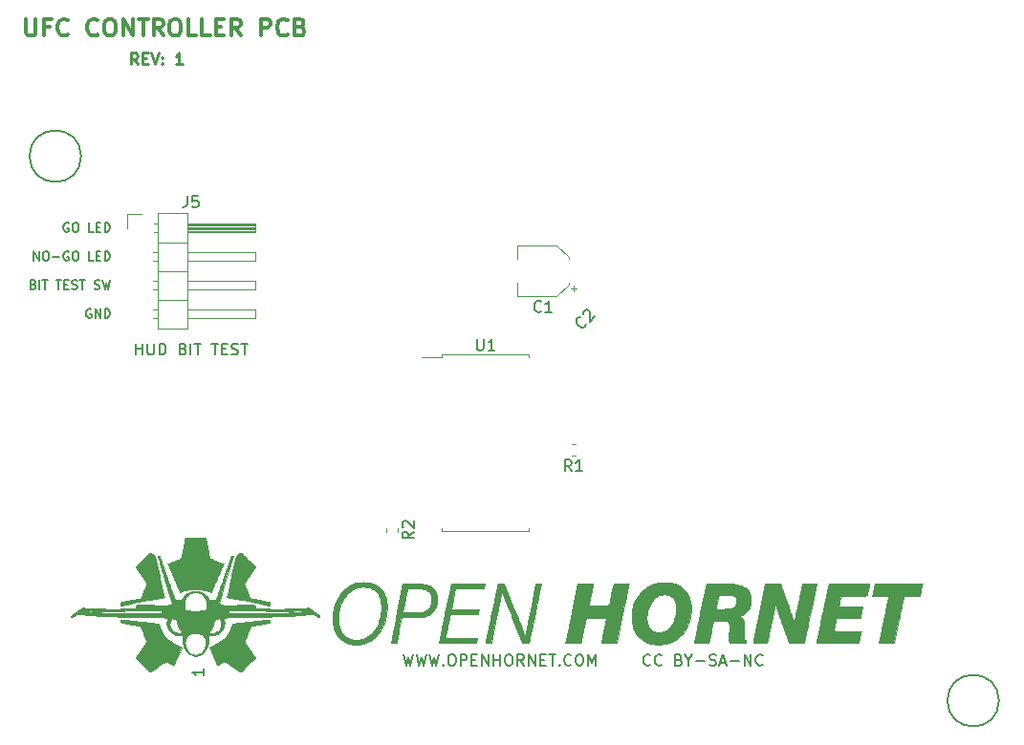
<source format=gbr>
G04 #@! TF.GenerationSoftware,KiCad,Pcbnew,(5.1.4)-1*
G04 #@! TF.CreationDate,2020-12-27T20:28:08-07:00*
G04 #@! TF.ProjectId,ufc_v4_controller,7566635f-7634-45f6-936f-6e74726f6c6c,rev?*
G04 #@! TF.SameCoordinates,Original*
G04 #@! TF.FileFunction,Legend,Top*
G04 #@! TF.FilePolarity,Positive*
%FSLAX46Y46*%
G04 Gerber Fmt 4.6, Leading zero omitted, Abs format (unit mm)*
G04 Created by KiCad (PCBNEW (5.1.4)-1) date 2020-12-27 20:28:08*
%MOMM*%
%LPD*%
G04 APERTURE LIST*
%ADD10C,0.150000*%
%ADD11C,0.250000*%
%ADD12C,0.300000*%
%ADD13C,0.010000*%
%ADD14C,0.120000*%
G04 APERTURE END LIST*
D10*
X121771928Y-84436000D02*
X121695738Y-84397904D01*
X121581452Y-84397904D01*
X121467166Y-84436000D01*
X121390976Y-84512190D01*
X121352880Y-84588380D01*
X121314785Y-84740761D01*
X121314785Y-84855047D01*
X121352880Y-85007428D01*
X121390976Y-85083619D01*
X121467166Y-85159809D01*
X121581452Y-85197904D01*
X121657642Y-85197904D01*
X121771928Y-85159809D01*
X121810023Y-85121714D01*
X121810023Y-84855047D01*
X121657642Y-84855047D01*
X122152880Y-85197904D02*
X122152880Y-84397904D01*
X122610023Y-85197904D01*
X122610023Y-84397904D01*
X122990976Y-85197904D02*
X122990976Y-84397904D01*
X123181452Y-84397904D01*
X123295738Y-84436000D01*
X123371928Y-84512190D01*
X123410023Y-84588380D01*
X123448119Y-84740761D01*
X123448119Y-84855047D01*
X123410023Y-85007428D01*
X123371928Y-85083619D01*
X123295738Y-85159809D01*
X123181452Y-85197904D01*
X122990976Y-85197904D01*
X116667166Y-82238857D02*
X116781452Y-82276952D01*
X116819547Y-82315047D01*
X116857642Y-82391238D01*
X116857642Y-82505523D01*
X116819547Y-82581714D01*
X116781452Y-82619809D01*
X116705261Y-82657904D01*
X116400500Y-82657904D01*
X116400500Y-81857904D01*
X116667166Y-81857904D01*
X116743357Y-81896000D01*
X116781452Y-81934095D01*
X116819547Y-82010285D01*
X116819547Y-82086476D01*
X116781452Y-82162666D01*
X116743357Y-82200761D01*
X116667166Y-82238857D01*
X116400500Y-82238857D01*
X117200500Y-82657904D02*
X117200500Y-81857904D01*
X117467166Y-81857904D02*
X117924309Y-81857904D01*
X117695738Y-82657904D02*
X117695738Y-81857904D01*
X118686214Y-81857904D02*
X119143357Y-81857904D01*
X118914785Y-82657904D02*
X118914785Y-81857904D01*
X119410023Y-82238857D02*
X119676690Y-82238857D01*
X119790976Y-82657904D02*
X119410023Y-82657904D01*
X119410023Y-81857904D01*
X119790976Y-81857904D01*
X120095738Y-82619809D02*
X120210023Y-82657904D01*
X120400500Y-82657904D01*
X120476690Y-82619809D01*
X120514785Y-82581714D01*
X120552880Y-82505523D01*
X120552880Y-82429333D01*
X120514785Y-82353142D01*
X120476690Y-82315047D01*
X120400500Y-82276952D01*
X120248119Y-82238857D01*
X120171928Y-82200761D01*
X120133833Y-82162666D01*
X120095738Y-82086476D01*
X120095738Y-82010285D01*
X120133833Y-81934095D01*
X120171928Y-81896000D01*
X120248119Y-81857904D01*
X120438595Y-81857904D01*
X120552880Y-81896000D01*
X120781452Y-81857904D02*
X121238595Y-81857904D01*
X121010023Y-82657904D02*
X121010023Y-81857904D01*
X122076690Y-82619809D02*
X122190976Y-82657904D01*
X122381452Y-82657904D01*
X122457642Y-82619809D01*
X122495738Y-82581714D01*
X122533833Y-82505523D01*
X122533833Y-82429333D01*
X122495738Y-82353142D01*
X122457642Y-82315047D01*
X122381452Y-82276952D01*
X122229071Y-82238857D01*
X122152880Y-82200761D01*
X122114785Y-82162666D01*
X122076690Y-82086476D01*
X122076690Y-82010285D01*
X122114785Y-81934095D01*
X122152880Y-81896000D01*
X122229071Y-81857904D01*
X122419547Y-81857904D01*
X122533833Y-81896000D01*
X122800500Y-81857904D02*
X122990976Y-82657904D01*
X123143357Y-82086476D01*
X123295738Y-82657904D01*
X123486214Y-81857904D01*
X116705261Y-80117904D02*
X116705261Y-79317904D01*
X117162404Y-80117904D01*
X117162404Y-79317904D01*
X117695738Y-79317904D02*
X117848119Y-79317904D01*
X117924309Y-79356000D01*
X118000500Y-79432190D01*
X118038595Y-79584571D01*
X118038595Y-79851238D01*
X118000500Y-80003619D01*
X117924309Y-80079809D01*
X117848119Y-80117904D01*
X117695738Y-80117904D01*
X117619547Y-80079809D01*
X117543357Y-80003619D01*
X117505261Y-79851238D01*
X117505261Y-79584571D01*
X117543357Y-79432190D01*
X117619547Y-79356000D01*
X117695738Y-79317904D01*
X118381452Y-79813142D02*
X118990976Y-79813142D01*
X119790976Y-79356000D02*
X119714785Y-79317904D01*
X119600500Y-79317904D01*
X119486214Y-79356000D01*
X119410023Y-79432190D01*
X119371928Y-79508380D01*
X119333833Y-79660761D01*
X119333833Y-79775047D01*
X119371928Y-79927428D01*
X119410023Y-80003619D01*
X119486214Y-80079809D01*
X119600500Y-80117904D01*
X119676690Y-80117904D01*
X119790976Y-80079809D01*
X119829071Y-80041714D01*
X119829071Y-79775047D01*
X119676690Y-79775047D01*
X120324309Y-79317904D02*
X120476690Y-79317904D01*
X120552880Y-79356000D01*
X120629071Y-79432190D01*
X120667166Y-79584571D01*
X120667166Y-79851238D01*
X120629071Y-80003619D01*
X120552880Y-80079809D01*
X120476690Y-80117904D01*
X120324309Y-80117904D01*
X120248119Y-80079809D01*
X120171928Y-80003619D01*
X120133833Y-79851238D01*
X120133833Y-79584571D01*
X120171928Y-79432190D01*
X120248119Y-79356000D01*
X120324309Y-79317904D01*
X122000500Y-80117904D02*
X121619547Y-80117904D01*
X121619547Y-79317904D01*
X122267166Y-79698857D02*
X122533833Y-79698857D01*
X122648119Y-80117904D02*
X122267166Y-80117904D01*
X122267166Y-79317904D01*
X122648119Y-79317904D01*
X122990976Y-80117904D02*
X122990976Y-79317904D01*
X123181452Y-79317904D01*
X123295738Y-79356000D01*
X123371928Y-79432190D01*
X123410023Y-79508380D01*
X123448119Y-79660761D01*
X123448119Y-79775047D01*
X123410023Y-79927428D01*
X123371928Y-80003619D01*
X123295738Y-80079809D01*
X123181452Y-80117904D01*
X122990976Y-80117904D01*
X119790976Y-76816000D02*
X119714785Y-76777904D01*
X119600500Y-76777904D01*
X119486214Y-76816000D01*
X119410023Y-76892190D01*
X119371928Y-76968380D01*
X119333833Y-77120761D01*
X119333833Y-77235047D01*
X119371928Y-77387428D01*
X119410023Y-77463619D01*
X119486214Y-77539809D01*
X119600500Y-77577904D01*
X119676690Y-77577904D01*
X119790976Y-77539809D01*
X119829071Y-77501714D01*
X119829071Y-77235047D01*
X119676690Y-77235047D01*
X120324309Y-76777904D02*
X120476690Y-76777904D01*
X120552880Y-76816000D01*
X120629071Y-76892190D01*
X120667166Y-77044571D01*
X120667166Y-77311238D01*
X120629071Y-77463619D01*
X120552880Y-77539809D01*
X120476690Y-77577904D01*
X120324309Y-77577904D01*
X120248119Y-77539809D01*
X120171928Y-77463619D01*
X120133833Y-77311238D01*
X120133833Y-77044571D01*
X120171928Y-76892190D01*
X120248119Y-76816000D01*
X120324309Y-76777904D01*
X122000500Y-77577904D02*
X121619547Y-77577904D01*
X121619547Y-76777904D01*
X122267166Y-77158857D02*
X122533833Y-77158857D01*
X122648119Y-77577904D02*
X122267166Y-77577904D01*
X122267166Y-76777904D01*
X122648119Y-76777904D01*
X122990976Y-77577904D02*
X122990976Y-76777904D01*
X123181452Y-76777904D01*
X123295738Y-76816000D01*
X123371928Y-76892190D01*
X123410023Y-76968380D01*
X123448119Y-77120761D01*
X123448119Y-77235047D01*
X123410023Y-77387428D01*
X123371928Y-77463619D01*
X123295738Y-77539809D01*
X123181452Y-77577904D01*
X122990976Y-77577904D01*
X149449428Y-115025880D02*
X149687523Y-116025880D01*
X149878000Y-115311595D01*
X150068476Y-116025880D01*
X150306571Y-115025880D01*
X150592285Y-115025880D02*
X150830380Y-116025880D01*
X151020857Y-115311595D01*
X151211333Y-116025880D01*
X151449428Y-115025880D01*
X151735142Y-115025880D02*
X151973238Y-116025880D01*
X152163714Y-115311595D01*
X152354190Y-116025880D01*
X152592285Y-115025880D01*
X152973238Y-115930642D02*
X153020857Y-115978261D01*
X152973238Y-116025880D01*
X152925619Y-115978261D01*
X152973238Y-115930642D01*
X152973238Y-116025880D01*
X153639904Y-115025880D02*
X153830380Y-115025880D01*
X153925619Y-115073500D01*
X154020857Y-115168738D01*
X154068476Y-115359214D01*
X154068476Y-115692547D01*
X154020857Y-115883023D01*
X153925619Y-115978261D01*
X153830380Y-116025880D01*
X153639904Y-116025880D01*
X153544666Y-115978261D01*
X153449428Y-115883023D01*
X153401809Y-115692547D01*
X153401809Y-115359214D01*
X153449428Y-115168738D01*
X153544666Y-115073500D01*
X153639904Y-115025880D01*
X154497047Y-116025880D02*
X154497047Y-115025880D01*
X154878000Y-115025880D01*
X154973238Y-115073500D01*
X155020857Y-115121119D01*
X155068476Y-115216357D01*
X155068476Y-115359214D01*
X155020857Y-115454452D01*
X154973238Y-115502071D01*
X154878000Y-115549690D01*
X154497047Y-115549690D01*
X155497047Y-115502071D02*
X155830380Y-115502071D01*
X155973238Y-116025880D02*
X155497047Y-116025880D01*
X155497047Y-115025880D01*
X155973238Y-115025880D01*
X156401809Y-116025880D02*
X156401809Y-115025880D01*
X156973238Y-116025880D01*
X156973238Y-115025880D01*
X157449428Y-116025880D02*
X157449428Y-115025880D01*
X157449428Y-115502071D02*
X158020857Y-115502071D01*
X158020857Y-116025880D02*
X158020857Y-115025880D01*
X158687523Y-115025880D02*
X158878000Y-115025880D01*
X158973238Y-115073500D01*
X159068476Y-115168738D01*
X159116095Y-115359214D01*
X159116095Y-115692547D01*
X159068476Y-115883023D01*
X158973238Y-115978261D01*
X158878000Y-116025880D01*
X158687523Y-116025880D01*
X158592285Y-115978261D01*
X158497047Y-115883023D01*
X158449428Y-115692547D01*
X158449428Y-115359214D01*
X158497047Y-115168738D01*
X158592285Y-115073500D01*
X158687523Y-115025880D01*
X160116095Y-116025880D02*
X159782761Y-115549690D01*
X159544666Y-116025880D02*
X159544666Y-115025880D01*
X159925619Y-115025880D01*
X160020857Y-115073500D01*
X160068476Y-115121119D01*
X160116095Y-115216357D01*
X160116095Y-115359214D01*
X160068476Y-115454452D01*
X160020857Y-115502071D01*
X159925619Y-115549690D01*
X159544666Y-115549690D01*
X160544666Y-116025880D02*
X160544666Y-115025880D01*
X161116095Y-116025880D01*
X161116095Y-115025880D01*
X161592285Y-115502071D02*
X161925619Y-115502071D01*
X162068476Y-116025880D02*
X161592285Y-116025880D01*
X161592285Y-115025880D01*
X162068476Y-115025880D01*
X162354190Y-115025880D02*
X162925619Y-115025880D01*
X162639904Y-116025880D02*
X162639904Y-115025880D01*
X163258952Y-115930642D02*
X163306571Y-115978261D01*
X163258952Y-116025880D01*
X163211333Y-115978261D01*
X163258952Y-115930642D01*
X163258952Y-116025880D01*
X164306571Y-115930642D02*
X164258952Y-115978261D01*
X164116095Y-116025880D01*
X164020857Y-116025880D01*
X163878000Y-115978261D01*
X163782761Y-115883023D01*
X163735142Y-115787785D01*
X163687523Y-115597309D01*
X163687523Y-115454452D01*
X163735142Y-115263976D01*
X163782761Y-115168738D01*
X163878000Y-115073500D01*
X164020857Y-115025880D01*
X164116095Y-115025880D01*
X164258952Y-115073500D01*
X164306571Y-115121119D01*
X164925619Y-115025880D02*
X165116095Y-115025880D01*
X165211333Y-115073500D01*
X165306571Y-115168738D01*
X165354190Y-115359214D01*
X165354190Y-115692547D01*
X165306571Y-115883023D01*
X165211333Y-115978261D01*
X165116095Y-116025880D01*
X164925619Y-116025880D01*
X164830380Y-115978261D01*
X164735142Y-115883023D01*
X164687523Y-115692547D01*
X164687523Y-115359214D01*
X164735142Y-115168738D01*
X164830380Y-115073500D01*
X164925619Y-115025880D01*
X165782761Y-116025880D02*
X165782761Y-115025880D01*
X166116095Y-115740166D01*
X166449428Y-115025880D01*
X166449428Y-116025880D01*
X171306571Y-115930642D02*
X171258952Y-115978261D01*
X171116095Y-116025880D01*
X171020857Y-116025880D01*
X170878000Y-115978261D01*
X170782761Y-115883023D01*
X170735142Y-115787785D01*
X170687523Y-115597309D01*
X170687523Y-115454452D01*
X170735142Y-115263976D01*
X170782761Y-115168738D01*
X170878000Y-115073500D01*
X171020857Y-115025880D01*
X171116095Y-115025880D01*
X171258952Y-115073500D01*
X171306571Y-115121119D01*
X172306571Y-115930642D02*
X172258952Y-115978261D01*
X172116095Y-116025880D01*
X172020857Y-116025880D01*
X171878000Y-115978261D01*
X171782761Y-115883023D01*
X171735142Y-115787785D01*
X171687523Y-115597309D01*
X171687523Y-115454452D01*
X171735142Y-115263976D01*
X171782761Y-115168738D01*
X171878000Y-115073500D01*
X172020857Y-115025880D01*
X172116095Y-115025880D01*
X172258952Y-115073500D01*
X172306571Y-115121119D01*
X173830380Y-115502071D02*
X173973238Y-115549690D01*
X174020857Y-115597309D01*
X174068476Y-115692547D01*
X174068476Y-115835404D01*
X174020857Y-115930642D01*
X173973238Y-115978261D01*
X173878000Y-116025880D01*
X173497047Y-116025880D01*
X173497047Y-115025880D01*
X173830380Y-115025880D01*
X173925619Y-115073500D01*
X173973238Y-115121119D01*
X174020857Y-115216357D01*
X174020857Y-115311595D01*
X173973238Y-115406833D01*
X173925619Y-115454452D01*
X173830380Y-115502071D01*
X173497047Y-115502071D01*
X174687523Y-115549690D02*
X174687523Y-116025880D01*
X174354190Y-115025880D02*
X174687523Y-115549690D01*
X175020857Y-115025880D01*
X175354190Y-115644928D02*
X176116095Y-115644928D01*
X176544666Y-115978261D02*
X176687523Y-116025880D01*
X176925619Y-116025880D01*
X177020857Y-115978261D01*
X177068476Y-115930642D01*
X177116095Y-115835404D01*
X177116095Y-115740166D01*
X177068476Y-115644928D01*
X177020857Y-115597309D01*
X176925619Y-115549690D01*
X176735142Y-115502071D01*
X176639904Y-115454452D01*
X176592285Y-115406833D01*
X176544666Y-115311595D01*
X176544666Y-115216357D01*
X176592285Y-115121119D01*
X176639904Y-115073500D01*
X176735142Y-115025880D01*
X176973238Y-115025880D01*
X177116095Y-115073500D01*
X177497047Y-115740166D02*
X177973238Y-115740166D01*
X177401809Y-116025880D02*
X177735142Y-115025880D01*
X178068476Y-116025880D01*
X178401809Y-115644928D02*
X179163714Y-115644928D01*
X179639904Y-116025880D02*
X179639904Y-115025880D01*
X180211333Y-116025880D01*
X180211333Y-115025880D01*
X181258952Y-115930642D02*
X181211333Y-115978261D01*
X181068476Y-116025880D01*
X180973238Y-116025880D01*
X180830380Y-115978261D01*
X180735142Y-115883023D01*
X180687523Y-115787785D01*
X180639904Y-115597309D01*
X180639904Y-115454452D01*
X180687523Y-115263976D01*
X180735142Y-115168738D01*
X180830380Y-115073500D01*
X180973238Y-115025880D01*
X181068476Y-115025880D01*
X181211333Y-115073500D01*
X181258952Y-115121119D01*
D11*
X125898833Y-62713380D02*
X125565500Y-62237190D01*
X125327404Y-62713380D02*
X125327404Y-61713380D01*
X125708357Y-61713380D01*
X125803595Y-61761000D01*
X125851214Y-61808619D01*
X125898833Y-61903857D01*
X125898833Y-62046714D01*
X125851214Y-62141952D01*
X125803595Y-62189571D01*
X125708357Y-62237190D01*
X125327404Y-62237190D01*
X126327404Y-62189571D02*
X126660738Y-62189571D01*
X126803595Y-62713380D02*
X126327404Y-62713380D01*
X126327404Y-61713380D01*
X126803595Y-61713380D01*
X127089309Y-61713380D02*
X127422642Y-62713380D01*
X127755976Y-61713380D01*
X128089309Y-62618142D02*
X128136928Y-62665761D01*
X128089309Y-62713380D01*
X128041690Y-62665761D01*
X128089309Y-62618142D01*
X128089309Y-62713380D01*
X128089309Y-62094333D02*
X128136928Y-62141952D01*
X128089309Y-62189571D01*
X128041690Y-62141952D01*
X128089309Y-62094333D01*
X128089309Y-62189571D01*
X129851214Y-62713380D02*
X129279785Y-62713380D01*
X129565500Y-62713380D02*
X129565500Y-61713380D01*
X129470261Y-61856238D01*
X129375023Y-61951476D01*
X129279785Y-61999095D01*
D12*
X116029785Y-58689571D02*
X116029785Y-59903857D01*
X116101214Y-60046714D01*
X116172642Y-60118142D01*
X116315500Y-60189571D01*
X116601214Y-60189571D01*
X116744071Y-60118142D01*
X116815500Y-60046714D01*
X116886928Y-59903857D01*
X116886928Y-58689571D01*
X118101214Y-59403857D02*
X117601214Y-59403857D01*
X117601214Y-60189571D02*
X117601214Y-58689571D01*
X118315500Y-58689571D01*
X119744071Y-60046714D02*
X119672642Y-60118142D01*
X119458357Y-60189571D01*
X119315500Y-60189571D01*
X119101214Y-60118142D01*
X118958357Y-59975285D01*
X118886928Y-59832428D01*
X118815500Y-59546714D01*
X118815500Y-59332428D01*
X118886928Y-59046714D01*
X118958357Y-58903857D01*
X119101214Y-58761000D01*
X119315500Y-58689571D01*
X119458357Y-58689571D01*
X119672642Y-58761000D01*
X119744071Y-58832428D01*
X122386928Y-60046714D02*
X122315500Y-60118142D01*
X122101214Y-60189571D01*
X121958357Y-60189571D01*
X121744071Y-60118142D01*
X121601214Y-59975285D01*
X121529785Y-59832428D01*
X121458357Y-59546714D01*
X121458357Y-59332428D01*
X121529785Y-59046714D01*
X121601214Y-58903857D01*
X121744071Y-58761000D01*
X121958357Y-58689571D01*
X122101214Y-58689571D01*
X122315500Y-58761000D01*
X122386928Y-58832428D01*
X123315500Y-58689571D02*
X123601214Y-58689571D01*
X123744071Y-58761000D01*
X123886928Y-58903857D01*
X123958357Y-59189571D01*
X123958357Y-59689571D01*
X123886928Y-59975285D01*
X123744071Y-60118142D01*
X123601214Y-60189571D01*
X123315500Y-60189571D01*
X123172642Y-60118142D01*
X123029785Y-59975285D01*
X122958357Y-59689571D01*
X122958357Y-59189571D01*
X123029785Y-58903857D01*
X123172642Y-58761000D01*
X123315500Y-58689571D01*
X124601214Y-60189571D02*
X124601214Y-58689571D01*
X125458357Y-60189571D01*
X125458357Y-58689571D01*
X125958357Y-58689571D02*
X126815500Y-58689571D01*
X126386928Y-60189571D02*
X126386928Y-58689571D01*
X128172642Y-60189571D02*
X127672642Y-59475285D01*
X127315499Y-60189571D02*
X127315499Y-58689571D01*
X127886928Y-58689571D01*
X128029785Y-58761000D01*
X128101214Y-58832428D01*
X128172642Y-58975285D01*
X128172642Y-59189571D01*
X128101214Y-59332428D01*
X128029785Y-59403857D01*
X127886928Y-59475285D01*
X127315499Y-59475285D01*
X129101214Y-58689571D02*
X129386928Y-58689571D01*
X129529785Y-58761000D01*
X129672642Y-58903857D01*
X129744071Y-59189571D01*
X129744071Y-59689571D01*
X129672642Y-59975285D01*
X129529785Y-60118142D01*
X129386928Y-60189571D01*
X129101214Y-60189571D01*
X128958357Y-60118142D01*
X128815499Y-59975285D01*
X128744071Y-59689571D01*
X128744071Y-59189571D01*
X128815499Y-58903857D01*
X128958357Y-58761000D01*
X129101214Y-58689571D01*
X131101214Y-60189571D02*
X130386928Y-60189571D01*
X130386928Y-58689571D01*
X132315499Y-60189571D02*
X131601214Y-60189571D01*
X131601214Y-58689571D01*
X132815500Y-59403857D02*
X133315500Y-59403857D01*
X133529785Y-60189571D02*
X132815500Y-60189571D01*
X132815500Y-58689571D01*
X133529785Y-58689571D01*
X135029785Y-60189571D02*
X134529785Y-59475285D01*
X134172642Y-60189571D02*
X134172642Y-58689571D01*
X134744071Y-58689571D01*
X134886928Y-58761000D01*
X134958357Y-58832428D01*
X135029785Y-58975285D01*
X135029785Y-59189571D01*
X134958357Y-59332428D01*
X134886928Y-59403857D01*
X134744071Y-59475285D01*
X134172642Y-59475285D01*
X136815500Y-60189571D02*
X136815500Y-58689571D01*
X137386928Y-58689571D01*
X137529785Y-58761000D01*
X137601214Y-58832428D01*
X137672642Y-58975285D01*
X137672642Y-59189571D01*
X137601214Y-59332428D01*
X137529785Y-59403857D01*
X137386928Y-59475285D01*
X136815500Y-59475285D01*
X139172642Y-60046714D02*
X139101214Y-60118142D01*
X138886928Y-60189571D01*
X138744071Y-60189571D01*
X138529785Y-60118142D01*
X138386928Y-59975285D01*
X138315500Y-59832428D01*
X138244071Y-59546714D01*
X138244071Y-59332428D01*
X138315500Y-59046714D01*
X138386928Y-58903857D01*
X138529785Y-58761000D01*
X138744071Y-58689571D01*
X138886928Y-58689571D01*
X139101214Y-58761000D01*
X139172642Y-58832428D01*
X140315500Y-59403857D02*
X140529785Y-59475285D01*
X140601214Y-59546714D01*
X140672642Y-59689571D01*
X140672642Y-59903857D01*
X140601214Y-60046714D01*
X140529785Y-60118142D01*
X140386928Y-60189571D01*
X139815500Y-60189571D01*
X139815500Y-58689571D01*
X140315500Y-58689571D01*
X140458357Y-58761000D01*
X140529785Y-58832428D01*
X140601214Y-58975285D01*
X140601214Y-59118142D01*
X140529785Y-59261000D01*
X140458357Y-59332428D01*
X140315500Y-59403857D01*
X139815500Y-59403857D01*
D10*
X131770380Y-116300285D02*
X131770380Y-116871714D01*
X131770380Y-116586000D02*
X130770380Y-116586000D01*
X130913238Y-116681238D01*
X131008476Y-116776476D01*
X131056095Y-116871714D01*
D13*
G36*
X130983761Y-104692400D02*
G01*
X131025123Y-104692400D01*
X131164789Y-104692417D01*
X131288513Y-104692478D01*
X131397287Y-104692600D01*
X131492101Y-104692799D01*
X131573947Y-104693091D01*
X131643816Y-104693491D01*
X131702700Y-104694015D01*
X131751590Y-104694680D01*
X131791477Y-104695501D01*
X131823353Y-104696494D01*
X131848209Y-104697676D01*
X131867036Y-104699062D01*
X131880826Y-104700668D01*
X131890570Y-104702510D01*
X131897259Y-104704604D01*
X131901122Y-104706499D01*
X131921079Y-104722755D01*
X131934056Y-104740495D01*
X131936840Y-104751446D01*
X131942480Y-104777905D01*
X131950757Y-104818731D01*
X131961451Y-104872779D01*
X131974341Y-104938908D01*
X131989207Y-105015974D01*
X132005831Y-105102835D01*
X132023993Y-105198348D01*
X132043471Y-105301370D01*
X132064047Y-105410758D01*
X132085501Y-105525369D01*
X132100063Y-105603476D01*
X132122011Y-105720985D01*
X132143274Y-105834070D01*
X132163631Y-105941585D01*
X132182855Y-106042381D01*
X132200726Y-106135312D01*
X132217018Y-106219228D01*
X132231507Y-106292983D01*
X132243972Y-106355428D01*
X132254187Y-106405417D01*
X132261929Y-106441802D01*
X132266975Y-106463434D01*
X132268714Y-106469062D01*
X132284115Y-106491948D01*
X132300279Y-106509735D01*
X132310302Y-106515051D01*
X132334508Y-106526133D01*
X132371399Y-106542358D01*
X132419474Y-106563106D01*
X132477234Y-106587755D01*
X132543182Y-106615681D01*
X132615816Y-106646264D01*
X132693639Y-106678882D01*
X132775151Y-106712912D01*
X132858853Y-106747734D01*
X132943246Y-106782724D01*
X133026830Y-106817261D01*
X133108107Y-106850724D01*
X133185577Y-106882489D01*
X133257741Y-106911936D01*
X133323101Y-106938443D01*
X133380156Y-106961387D01*
X133427408Y-106980147D01*
X133463358Y-106994101D01*
X133486506Y-107002627D01*
X133494232Y-107005020D01*
X133495041Y-107007897D01*
X133493284Y-107016093D01*
X133488690Y-107030231D01*
X133480985Y-107050938D01*
X133469900Y-107078837D01*
X133455163Y-107114553D01*
X133436501Y-107158711D01*
X133413644Y-107211936D01*
X133386321Y-107274851D01*
X133354258Y-107348083D01*
X133317186Y-107432254D01*
X133274832Y-107527991D01*
X133226925Y-107635917D01*
X133173194Y-107756657D01*
X133113366Y-107890836D01*
X133047171Y-108039079D01*
X132974337Y-108202010D01*
X132959268Y-108235699D01*
X132898107Y-108372406D01*
X132838766Y-108504991D01*
X132781617Y-108632622D01*
X132727034Y-108754468D01*
X132675391Y-108869695D01*
X132627062Y-108977473D01*
X132582420Y-109076968D01*
X132541838Y-109167350D01*
X132505690Y-109247785D01*
X132474349Y-109317443D01*
X132448190Y-109375490D01*
X132427585Y-109421095D01*
X132412908Y-109453426D01*
X132404533Y-109471651D01*
X132402663Y-109475511D01*
X132397404Y-109479582D01*
X132386851Y-109480412D01*
X132368613Y-109477550D01*
X132340297Y-109470544D01*
X132299509Y-109458945D01*
X132272994Y-109451073D01*
X132151308Y-109416194D01*
X132020916Y-109381617D01*
X131886063Y-109348327D01*
X131750998Y-109317307D01*
X131619967Y-109289540D01*
X131497217Y-109266009D01*
X131409967Y-109251232D01*
X131359150Y-109245022D01*
X131294818Y-109239943D01*
X131220354Y-109236036D01*
X131139139Y-109233342D01*
X131054558Y-109231903D01*
X130969993Y-109231759D01*
X130888826Y-109232953D01*
X130814441Y-109235525D01*
X130750220Y-109239517D01*
X130716682Y-109242758D01*
X130619663Y-109255926D01*
X130510061Y-109274259D01*
X130391170Y-109297037D01*
X130266281Y-109323537D01*
X130138690Y-109353036D01*
X130011689Y-109384814D01*
X129888572Y-109418148D01*
X129803081Y-109443038D01*
X129757309Y-109456694D01*
X129717242Y-109468430D01*
X129685663Y-109477447D01*
X129665355Y-109482950D01*
X129659148Y-109484289D01*
X129655151Y-109476636D01*
X129644760Y-109454282D01*
X129628338Y-109418052D01*
X129606250Y-109368772D01*
X129578860Y-109307267D01*
X129546531Y-109234362D01*
X129509628Y-109150882D01*
X129468515Y-109057652D01*
X129423556Y-108955498D01*
X129375115Y-108845245D01*
X129323556Y-108727717D01*
X129269242Y-108603741D01*
X129212539Y-108474142D01*
X129153810Y-108339744D01*
X129115500Y-108251985D01*
X129055656Y-108114814D01*
X128997653Y-107981802D01*
X128941853Y-107853784D01*
X128888619Y-107731592D01*
X128838313Y-107616060D01*
X128791297Y-107508021D01*
X128747933Y-107408310D01*
X128708584Y-107317759D01*
X128673611Y-107237201D01*
X128643377Y-107167471D01*
X128618245Y-107109402D01*
X128598575Y-107063827D01*
X128584732Y-107031579D01*
X128577076Y-107013492D01*
X128575594Y-107009746D01*
X128582886Y-107004644D01*
X128605176Y-106993596D01*
X128641728Y-106976918D01*
X128691807Y-106954926D01*
X128754676Y-106927934D01*
X128829601Y-106896258D01*
X128915844Y-106860214D01*
X129012672Y-106820115D01*
X129119347Y-106776279D01*
X129142570Y-106766775D01*
X129236322Y-106728344D01*
X129325960Y-106691424D01*
X129410175Y-106656563D01*
X129487659Y-106624311D01*
X129557105Y-106595219D01*
X129617205Y-106569835D01*
X129666651Y-106548710D01*
X129704134Y-106532393D01*
X129728347Y-106521433D01*
X129737510Y-106516746D01*
X129759186Y-106496933D01*
X129777171Y-106472056D01*
X129778184Y-106470137D01*
X129782129Y-106457086D01*
X129788909Y-106428160D01*
X129798370Y-106384152D01*
X129810356Y-106325854D01*
X129824711Y-106254059D01*
X129841281Y-106169559D01*
X129859909Y-106073146D01*
X129880440Y-105965613D01*
X129902719Y-105847753D01*
X129926591Y-105720357D01*
X129949856Y-105595246D01*
X129971687Y-105477728D01*
X129992780Y-105364747D01*
X130012918Y-105257437D01*
X130031882Y-105156932D01*
X130049456Y-105064366D01*
X130065422Y-104980873D01*
X130079562Y-104907589D01*
X130091658Y-104845646D01*
X130101495Y-104796180D01*
X130108853Y-104760324D01*
X130113515Y-104739213D01*
X130115039Y-104733851D01*
X130118498Y-104727227D01*
X130122022Y-104721348D01*
X130126586Y-104716171D01*
X130133167Y-104711650D01*
X130142741Y-104707742D01*
X130156285Y-104704401D01*
X130174774Y-104701583D01*
X130199185Y-104699243D01*
X130230494Y-104697339D01*
X130269677Y-104695823D01*
X130317711Y-104694654D01*
X130375571Y-104693785D01*
X130444234Y-104693172D01*
X130524677Y-104692771D01*
X130617874Y-104692538D01*
X130724803Y-104692428D01*
X130846440Y-104692397D01*
X130983761Y-104692400D01*
X130983761Y-104692400D01*
G37*
X130983761Y-104692400D02*
X131025123Y-104692400D01*
X131164789Y-104692417D01*
X131288513Y-104692478D01*
X131397287Y-104692600D01*
X131492101Y-104692799D01*
X131573947Y-104693091D01*
X131643816Y-104693491D01*
X131702700Y-104694015D01*
X131751590Y-104694680D01*
X131791477Y-104695501D01*
X131823353Y-104696494D01*
X131848209Y-104697676D01*
X131867036Y-104699062D01*
X131880826Y-104700668D01*
X131890570Y-104702510D01*
X131897259Y-104704604D01*
X131901122Y-104706499D01*
X131921079Y-104722755D01*
X131934056Y-104740495D01*
X131936840Y-104751446D01*
X131942480Y-104777905D01*
X131950757Y-104818731D01*
X131961451Y-104872779D01*
X131974341Y-104938908D01*
X131989207Y-105015974D01*
X132005831Y-105102835D01*
X132023993Y-105198348D01*
X132043471Y-105301370D01*
X132064047Y-105410758D01*
X132085501Y-105525369D01*
X132100063Y-105603476D01*
X132122011Y-105720985D01*
X132143274Y-105834070D01*
X132163631Y-105941585D01*
X132182855Y-106042381D01*
X132200726Y-106135312D01*
X132217018Y-106219228D01*
X132231507Y-106292983D01*
X132243972Y-106355428D01*
X132254187Y-106405417D01*
X132261929Y-106441802D01*
X132266975Y-106463434D01*
X132268714Y-106469062D01*
X132284115Y-106491948D01*
X132300279Y-106509735D01*
X132310302Y-106515051D01*
X132334508Y-106526133D01*
X132371399Y-106542358D01*
X132419474Y-106563106D01*
X132477234Y-106587755D01*
X132543182Y-106615681D01*
X132615816Y-106646264D01*
X132693639Y-106678882D01*
X132775151Y-106712912D01*
X132858853Y-106747734D01*
X132943246Y-106782724D01*
X133026830Y-106817261D01*
X133108107Y-106850724D01*
X133185577Y-106882489D01*
X133257741Y-106911936D01*
X133323101Y-106938443D01*
X133380156Y-106961387D01*
X133427408Y-106980147D01*
X133463358Y-106994101D01*
X133486506Y-107002627D01*
X133494232Y-107005020D01*
X133495041Y-107007897D01*
X133493284Y-107016093D01*
X133488690Y-107030231D01*
X133480985Y-107050938D01*
X133469900Y-107078837D01*
X133455163Y-107114553D01*
X133436501Y-107158711D01*
X133413644Y-107211936D01*
X133386321Y-107274851D01*
X133354258Y-107348083D01*
X133317186Y-107432254D01*
X133274832Y-107527991D01*
X133226925Y-107635917D01*
X133173194Y-107756657D01*
X133113366Y-107890836D01*
X133047171Y-108039079D01*
X132974337Y-108202010D01*
X132959268Y-108235699D01*
X132898107Y-108372406D01*
X132838766Y-108504991D01*
X132781617Y-108632622D01*
X132727034Y-108754468D01*
X132675391Y-108869695D01*
X132627062Y-108977473D01*
X132582420Y-109076968D01*
X132541838Y-109167350D01*
X132505690Y-109247785D01*
X132474349Y-109317443D01*
X132448190Y-109375490D01*
X132427585Y-109421095D01*
X132412908Y-109453426D01*
X132404533Y-109471651D01*
X132402663Y-109475511D01*
X132397404Y-109479582D01*
X132386851Y-109480412D01*
X132368613Y-109477550D01*
X132340297Y-109470544D01*
X132299509Y-109458945D01*
X132272994Y-109451073D01*
X132151308Y-109416194D01*
X132020916Y-109381617D01*
X131886063Y-109348327D01*
X131750998Y-109317307D01*
X131619967Y-109289540D01*
X131497217Y-109266009D01*
X131409967Y-109251232D01*
X131359150Y-109245022D01*
X131294818Y-109239943D01*
X131220354Y-109236036D01*
X131139139Y-109233342D01*
X131054558Y-109231903D01*
X130969993Y-109231759D01*
X130888826Y-109232953D01*
X130814441Y-109235525D01*
X130750220Y-109239517D01*
X130716682Y-109242758D01*
X130619663Y-109255926D01*
X130510061Y-109274259D01*
X130391170Y-109297037D01*
X130266281Y-109323537D01*
X130138690Y-109353036D01*
X130011689Y-109384814D01*
X129888572Y-109418148D01*
X129803081Y-109443038D01*
X129757309Y-109456694D01*
X129717242Y-109468430D01*
X129685663Y-109477447D01*
X129665355Y-109482950D01*
X129659148Y-109484289D01*
X129655151Y-109476636D01*
X129644760Y-109454282D01*
X129628338Y-109418052D01*
X129606250Y-109368772D01*
X129578860Y-109307267D01*
X129546531Y-109234362D01*
X129509628Y-109150882D01*
X129468515Y-109057652D01*
X129423556Y-108955498D01*
X129375115Y-108845245D01*
X129323556Y-108727717D01*
X129269242Y-108603741D01*
X129212539Y-108474142D01*
X129153810Y-108339744D01*
X129115500Y-108251985D01*
X129055656Y-108114814D01*
X128997653Y-107981802D01*
X128941853Y-107853784D01*
X128888619Y-107731592D01*
X128838313Y-107616060D01*
X128791297Y-107508021D01*
X128747933Y-107408310D01*
X128708584Y-107317759D01*
X128673611Y-107237201D01*
X128643377Y-107167471D01*
X128618245Y-107109402D01*
X128598575Y-107063827D01*
X128584732Y-107031579D01*
X128577076Y-107013492D01*
X128575594Y-107009746D01*
X128582886Y-107004644D01*
X128605176Y-106993596D01*
X128641728Y-106976918D01*
X128691807Y-106954926D01*
X128754676Y-106927934D01*
X128829601Y-106896258D01*
X128915844Y-106860214D01*
X129012672Y-106820115D01*
X129119347Y-106776279D01*
X129142570Y-106766775D01*
X129236322Y-106728344D01*
X129325960Y-106691424D01*
X129410175Y-106656563D01*
X129487659Y-106624311D01*
X129557105Y-106595219D01*
X129617205Y-106569835D01*
X129666651Y-106548710D01*
X129704134Y-106532393D01*
X129728347Y-106521433D01*
X129737510Y-106516746D01*
X129759186Y-106496933D01*
X129777171Y-106472056D01*
X129778184Y-106470137D01*
X129782129Y-106457086D01*
X129788909Y-106428160D01*
X129798370Y-106384152D01*
X129810356Y-106325854D01*
X129824711Y-106254059D01*
X129841281Y-106169559D01*
X129859909Y-106073146D01*
X129880440Y-105965613D01*
X129902719Y-105847753D01*
X129926591Y-105720357D01*
X129949856Y-105595246D01*
X129971687Y-105477728D01*
X129992780Y-105364747D01*
X130012918Y-105257437D01*
X130031882Y-105156932D01*
X130049456Y-105064366D01*
X130065422Y-104980873D01*
X130079562Y-104907589D01*
X130091658Y-104845646D01*
X130101495Y-104796180D01*
X130108853Y-104760324D01*
X130113515Y-104739213D01*
X130115039Y-104733851D01*
X130118498Y-104727227D01*
X130122022Y-104721348D01*
X130126586Y-104716171D01*
X130133167Y-104711650D01*
X130142741Y-104707742D01*
X130156285Y-104704401D01*
X130174774Y-104701583D01*
X130199185Y-104699243D01*
X130230494Y-104697339D01*
X130269677Y-104695823D01*
X130317711Y-104694654D01*
X130375571Y-104693785D01*
X130444234Y-104693172D01*
X130524677Y-104692771D01*
X130617874Y-104692538D01*
X130724803Y-104692428D01*
X130846440Y-104692397D01*
X130983761Y-104692400D01*
G36*
X135066473Y-106017273D02*
G01*
X135075427Y-106023894D01*
X135095303Y-106041567D01*
X135125110Y-106069308D01*
X135163858Y-106106134D01*
X135210558Y-106151060D01*
X135264220Y-106203103D01*
X135323853Y-106261279D01*
X135388468Y-106324604D01*
X135457075Y-106392094D01*
X135528684Y-106462765D01*
X135602306Y-106535633D01*
X135676949Y-106609715D01*
X135751626Y-106684026D01*
X135825345Y-106757583D01*
X135897117Y-106829402D01*
X135965951Y-106898499D01*
X136030859Y-106963890D01*
X136090850Y-107024591D01*
X136144934Y-107079619D01*
X136192121Y-107127989D01*
X136231422Y-107168718D01*
X136261847Y-107200821D01*
X136282405Y-107223315D01*
X136292107Y-107235217D01*
X136292464Y-107235827D01*
X136301541Y-107267824D01*
X136301003Y-107288072D01*
X136295245Y-107300435D01*
X136279794Y-107326521D01*
X136254723Y-107366223D01*
X136220104Y-107419431D01*
X136176010Y-107486035D01*
X136122513Y-107565926D01*
X136059688Y-107658995D01*
X135987605Y-107765132D01*
X135906339Y-107884230D01*
X135816506Y-108015383D01*
X135737865Y-108130207D01*
X135664862Y-108237197D01*
X135597911Y-108335733D01*
X135537426Y-108425193D01*
X135483821Y-108504958D01*
X135437512Y-108574407D01*
X135398911Y-108632919D01*
X135368434Y-108679872D01*
X135346494Y-108714648D01*
X135333507Y-108736624D01*
X135329877Y-108744391D01*
X135326463Y-108770057D01*
X135327290Y-108791861D01*
X135327442Y-108792586D01*
X135331839Y-108805173D01*
X135342326Y-108831677D01*
X135358271Y-108870626D01*
X135379040Y-108920548D01*
X135404000Y-108979973D01*
X135432517Y-109047428D01*
X135463959Y-109121442D01*
X135497691Y-109200543D01*
X135533082Y-109283261D01*
X135569497Y-109368122D01*
X135606303Y-109453657D01*
X135642867Y-109538393D01*
X135678556Y-109620858D01*
X135712736Y-109699582D01*
X135744775Y-109773092D01*
X135774038Y-109839917D01*
X135799893Y-109898586D01*
X135821707Y-109947627D01*
X135838846Y-109985568D01*
X135850676Y-110010938D01*
X135856565Y-110022266D01*
X135856697Y-110022443D01*
X135876642Y-110042110D01*
X135896111Y-110055418D01*
X135907495Y-110058593D01*
X135934371Y-110064606D01*
X135975579Y-110073230D01*
X136029957Y-110084239D01*
X136096343Y-110097406D01*
X136173577Y-110112506D01*
X136260498Y-110129312D01*
X136355944Y-110147598D01*
X136458753Y-110167137D01*
X136567766Y-110187703D01*
X136681819Y-110209070D01*
X136744147Y-110220685D01*
X136879584Y-110245885D01*
X136999368Y-110268201D01*
X137104494Y-110287842D01*
X137195957Y-110305019D01*
X137274754Y-110319939D01*
X137341878Y-110332813D01*
X137398327Y-110343849D01*
X137445094Y-110353256D01*
X137483176Y-110361244D01*
X137513567Y-110368022D01*
X137537264Y-110373798D01*
X137555261Y-110378781D01*
X137568553Y-110383182D01*
X137578138Y-110387209D01*
X137585008Y-110391071D01*
X137590161Y-110394977D01*
X137594590Y-110399137D01*
X137594867Y-110399410D01*
X137620267Y-110424615D01*
X137622929Y-110572641D01*
X137625591Y-110720666D01*
X137605996Y-110719802D01*
X137594425Y-110717670D01*
X137567909Y-110711828D01*
X137527942Y-110702631D01*
X137476016Y-110690435D01*
X137413624Y-110675594D01*
X137342261Y-110658465D01*
X137263419Y-110639400D01*
X137178591Y-110618757D01*
X137091100Y-110597340D01*
X136903261Y-110551484D01*
X136731023Y-110509985D01*
X136573671Y-110472679D01*
X136430486Y-110439404D01*
X136300751Y-110409994D01*
X136183751Y-110384287D01*
X136078767Y-110362117D01*
X135985083Y-110343323D01*
X135948100Y-110336239D01*
X135918597Y-110330855D01*
X135873694Y-110322910D01*
X135814689Y-110312624D01*
X135742886Y-110300219D01*
X135659585Y-110285918D01*
X135566088Y-110269942D01*
X135463695Y-110252514D01*
X135353709Y-110233854D01*
X135237430Y-110214185D01*
X135116160Y-110193729D01*
X134991200Y-110172708D01*
X134863851Y-110151343D01*
X134851666Y-110149302D01*
X134726624Y-110128283D01*
X134605512Y-110107778D01*
X134489466Y-110087987D01*
X134379623Y-110069110D01*
X134277117Y-110051347D01*
X134183087Y-110034898D01*
X134098667Y-110019964D01*
X134024993Y-110006744D01*
X133963202Y-109995438D01*
X133914430Y-109986246D01*
X133879813Y-109979370D01*
X133860487Y-109975007D01*
X133858207Y-109974343D01*
X133829567Y-109964333D01*
X133814105Y-109956487D01*
X133808675Y-109948479D01*
X133809918Y-109938679D01*
X133813754Y-109925178D01*
X133818301Y-109908047D01*
X133823699Y-109886640D01*
X133830091Y-109860313D01*
X133837619Y-109828419D01*
X133846425Y-109790314D01*
X133856649Y-109745351D01*
X133868435Y-109692886D01*
X133881923Y-109632272D01*
X133897255Y-109562865D01*
X133914574Y-109484020D01*
X133934020Y-109395090D01*
X133955736Y-109295430D01*
X133979864Y-109184395D01*
X134006545Y-109061339D01*
X134035921Y-108925618D01*
X134068133Y-108776584D01*
X134103324Y-108613594D01*
X134141635Y-108436002D01*
X134183208Y-108243162D01*
X134228185Y-108034428D01*
X134229526Y-108028204D01*
X134604366Y-106288242D01*
X134801188Y-106152838D01*
X134853270Y-106117461D01*
X134901823Y-106085340D01*
X134944825Y-106057745D01*
X134980258Y-106035943D01*
X135006103Y-106021204D01*
X135020338Y-106014797D01*
X135021111Y-106014655D01*
X135047944Y-106014552D01*
X135066473Y-106017273D01*
X135066473Y-106017273D01*
G37*
X135066473Y-106017273D02*
X135075427Y-106023894D01*
X135095303Y-106041567D01*
X135125110Y-106069308D01*
X135163858Y-106106134D01*
X135210558Y-106151060D01*
X135264220Y-106203103D01*
X135323853Y-106261279D01*
X135388468Y-106324604D01*
X135457075Y-106392094D01*
X135528684Y-106462765D01*
X135602306Y-106535633D01*
X135676949Y-106609715D01*
X135751626Y-106684026D01*
X135825345Y-106757583D01*
X135897117Y-106829402D01*
X135965951Y-106898499D01*
X136030859Y-106963890D01*
X136090850Y-107024591D01*
X136144934Y-107079619D01*
X136192121Y-107127989D01*
X136231422Y-107168718D01*
X136261847Y-107200821D01*
X136282405Y-107223315D01*
X136292107Y-107235217D01*
X136292464Y-107235827D01*
X136301541Y-107267824D01*
X136301003Y-107288072D01*
X136295245Y-107300435D01*
X136279794Y-107326521D01*
X136254723Y-107366223D01*
X136220104Y-107419431D01*
X136176010Y-107486035D01*
X136122513Y-107565926D01*
X136059688Y-107658995D01*
X135987605Y-107765132D01*
X135906339Y-107884230D01*
X135816506Y-108015383D01*
X135737865Y-108130207D01*
X135664862Y-108237197D01*
X135597911Y-108335733D01*
X135537426Y-108425193D01*
X135483821Y-108504958D01*
X135437512Y-108574407D01*
X135398911Y-108632919D01*
X135368434Y-108679872D01*
X135346494Y-108714648D01*
X135333507Y-108736624D01*
X135329877Y-108744391D01*
X135326463Y-108770057D01*
X135327290Y-108791861D01*
X135327442Y-108792586D01*
X135331839Y-108805173D01*
X135342326Y-108831677D01*
X135358271Y-108870626D01*
X135379040Y-108920548D01*
X135404000Y-108979973D01*
X135432517Y-109047428D01*
X135463959Y-109121442D01*
X135497691Y-109200543D01*
X135533082Y-109283261D01*
X135569497Y-109368122D01*
X135606303Y-109453657D01*
X135642867Y-109538393D01*
X135678556Y-109620858D01*
X135712736Y-109699582D01*
X135744775Y-109773092D01*
X135774038Y-109839917D01*
X135799893Y-109898586D01*
X135821707Y-109947627D01*
X135838846Y-109985568D01*
X135850676Y-110010938D01*
X135856565Y-110022266D01*
X135856697Y-110022443D01*
X135876642Y-110042110D01*
X135896111Y-110055418D01*
X135907495Y-110058593D01*
X135934371Y-110064606D01*
X135975579Y-110073230D01*
X136029957Y-110084239D01*
X136096343Y-110097406D01*
X136173577Y-110112506D01*
X136260498Y-110129312D01*
X136355944Y-110147598D01*
X136458753Y-110167137D01*
X136567766Y-110187703D01*
X136681819Y-110209070D01*
X136744147Y-110220685D01*
X136879584Y-110245885D01*
X136999368Y-110268201D01*
X137104494Y-110287842D01*
X137195957Y-110305019D01*
X137274754Y-110319939D01*
X137341878Y-110332813D01*
X137398327Y-110343849D01*
X137445094Y-110353256D01*
X137483176Y-110361244D01*
X137513567Y-110368022D01*
X137537264Y-110373798D01*
X137555261Y-110378781D01*
X137568553Y-110383182D01*
X137578138Y-110387209D01*
X137585008Y-110391071D01*
X137590161Y-110394977D01*
X137594590Y-110399137D01*
X137594867Y-110399410D01*
X137620267Y-110424615D01*
X137622929Y-110572641D01*
X137625591Y-110720666D01*
X137605996Y-110719802D01*
X137594425Y-110717670D01*
X137567909Y-110711828D01*
X137527942Y-110702631D01*
X137476016Y-110690435D01*
X137413624Y-110675594D01*
X137342261Y-110658465D01*
X137263419Y-110639400D01*
X137178591Y-110618757D01*
X137091100Y-110597340D01*
X136903261Y-110551484D01*
X136731023Y-110509985D01*
X136573671Y-110472679D01*
X136430486Y-110439404D01*
X136300751Y-110409994D01*
X136183751Y-110384287D01*
X136078767Y-110362117D01*
X135985083Y-110343323D01*
X135948100Y-110336239D01*
X135918597Y-110330855D01*
X135873694Y-110322910D01*
X135814689Y-110312624D01*
X135742886Y-110300219D01*
X135659585Y-110285918D01*
X135566088Y-110269942D01*
X135463695Y-110252514D01*
X135353709Y-110233854D01*
X135237430Y-110214185D01*
X135116160Y-110193729D01*
X134991200Y-110172708D01*
X134863851Y-110151343D01*
X134851666Y-110149302D01*
X134726624Y-110128283D01*
X134605512Y-110107778D01*
X134489466Y-110087987D01*
X134379623Y-110069110D01*
X134277117Y-110051347D01*
X134183087Y-110034898D01*
X134098667Y-110019964D01*
X134024993Y-110006744D01*
X133963202Y-109995438D01*
X133914430Y-109986246D01*
X133879813Y-109979370D01*
X133860487Y-109975007D01*
X133858207Y-109974343D01*
X133829567Y-109964333D01*
X133814105Y-109956487D01*
X133808675Y-109948479D01*
X133809918Y-109938679D01*
X133813754Y-109925178D01*
X133818301Y-109908047D01*
X133823699Y-109886640D01*
X133830091Y-109860313D01*
X133837619Y-109828419D01*
X133846425Y-109790314D01*
X133856649Y-109745351D01*
X133868435Y-109692886D01*
X133881923Y-109632272D01*
X133897255Y-109562865D01*
X133914574Y-109484020D01*
X133934020Y-109395090D01*
X133955736Y-109295430D01*
X133979864Y-109184395D01*
X134006545Y-109061339D01*
X134035921Y-108925618D01*
X134068133Y-108776584D01*
X134103324Y-108613594D01*
X134141635Y-108436002D01*
X134183208Y-108243162D01*
X134228185Y-108034428D01*
X134229526Y-108028204D01*
X134604366Y-106288242D01*
X134801188Y-106152838D01*
X134853270Y-106117461D01*
X134901823Y-106085340D01*
X134944825Y-106057745D01*
X134980258Y-106035943D01*
X135006103Y-106021204D01*
X135020338Y-106014797D01*
X135021111Y-106014655D01*
X135047944Y-106014552D01*
X135066473Y-106017273D01*
G36*
X127007438Y-106013487D02*
G01*
X127019454Y-106014185D01*
X127031856Y-106016792D01*
X127046448Y-106022355D01*
X127065034Y-106031924D01*
X127089418Y-106046547D01*
X127121406Y-106067273D01*
X127162802Y-106095151D01*
X127215409Y-106131229D01*
X127244164Y-106151070D01*
X127442929Y-106288366D01*
X127825345Y-108061780D01*
X127862195Y-108232582D01*
X127898207Y-108399339D01*
X127933211Y-108561269D01*
X127967037Y-108717587D01*
X127999513Y-108867508D01*
X128030469Y-109010250D01*
X128059734Y-109145027D01*
X128087138Y-109271057D01*
X128112509Y-109387554D01*
X128135677Y-109493735D01*
X128156472Y-109588816D01*
X128174721Y-109672013D01*
X128190256Y-109742542D01*
X128202904Y-109799618D01*
X128212496Y-109842459D01*
X128218859Y-109870279D01*
X128221770Y-109882113D01*
X128230282Y-109910390D01*
X128237363Y-109933502D01*
X128240398Y-109943106D01*
X128239630Y-109951681D01*
X128229344Y-109959711D01*
X128206825Y-109968837D01*
X128187076Y-109975281D01*
X128171187Y-109979041D01*
X128139720Y-109985366D01*
X128093802Y-109994056D01*
X128034562Y-110004914D01*
X127963129Y-110017742D01*
X127880629Y-110032341D01*
X127788192Y-110048513D01*
X127686945Y-110066062D01*
X127578016Y-110084787D01*
X127462535Y-110104493D01*
X127341628Y-110124979D01*
X127216424Y-110146050D01*
X127168166Y-110154133D01*
X126998960Y-110182444D01*
X126845091Y-110208233D01*
X126705199Y-110231771D01*
X126577919Y-110253331D01*
X126461890Y-110273182D01*
X126355748Y-110291599D01*
X126258131Y-110308852D01*
X126167676Y-110325214D01*
X126083020Y-110340956D01*
X126002801Y-110356350D01*
X125925656Y-110371669D01*
X125850222Y-110387183D01*
X125775136Y-110403165D01*
X125699037Y-110419887D01*
X125620560Y-110437620D01*
X125538344Y-110456637D01*
X125451025Y-110477209D01*
X125357241Y-110499609D01*
X125255629Y-110524107D01*
X125144827Y-110550977D01*
X125023471Y-110580489D01*
X124988649Y-110588963D01*
X124895582Y-110611570D01*
X124807239Y-110632950D01*
X124725016Y-110652772D01*
X124650308Y-110670703D01*
X124584510Y-110686409D01*
X124529017Y-110699559D01*
X124485224Y-110709819D01*
X124454526Y-110716858D01*
X124438319Y-110720342D01*
X124436199Y-110720666D01*
X124431881Y-110717273D01*
X124428764Y-110705748D01*
X124426687Y-110684072D01*
X124425486Y-110650224D01*
X124424999Y-110602186D01*
X124424967Y-110581365D01*
X124425400Y-110522225D01*
X124427041Y-110477492D01*
X124430394Y-110444652D01*
X124435969Y-110421194D01*
X124444271Y-110404604D01*
X124455809Y-110392370D01*
X124464381Y-110386150D01*
X124475798Y-110382560D01*
X124503017Y-110376136D01*
X124545173Y-110367046D01*
X124601402Y-110355460D01*
X124670842Y-110341549D01*
X124752627Y-110325483D01*
X124845895Y-110307430D01*
X124949782Y-110287561D01*
X125063424Y-110266045D01*
X125185958Y-110243052D01*
X125307626Y-110220402D01*
X125443898Y-110195103D01*
X125564510Y-110172653D01*
X125670461Y-110152846D01*
X125762745Y-110135479D01*
X125842361Y-110120347D01*
X125910304Y-110107246D01*
X125967572Y-110095971D01*
X126015161Y-110086318D01*
X126054068Y-110078083D01*
X126085290Y-110071060D01*
X126109823Y-110065047D01*
X126128664Y-110059838D01*
X126142810Y-110055230D01*
X126153257Y-110051016D01*
X126161003Y-110046995D01*
X126164659Y-110044663D01*
X126171027Y-110040025D01*
X126177224Y-110034451D01*
X126183745Y-110026886D01*
X126191086Y-110016269D01*
X126199739Y-110001543D01*
X126210202Y-109981650D01*
X126222967Y-109955531D01*
X126238531Y-109922128D01*
X126257387Y-109880383D01*
X126280031Y-109829237D01*
X126306957Y-109767633D01*
X126338660Y-109694512D01*
X126375635Y-109608815D01*
X126418376Y-109509485D01*
X126458322Y-109416543D01*
X126507825Y-109301279D01*
X126551005Y-109200495D01*
X126588244Y-109113118D01*
X126619920Y-109038079D01*
X126646416Y-108974306D01*
X126668109Y-108920727D01*
X126685382Y-108876273D01*
X126698614Y-108839871D01*
X126708185Y-108810450D01*
X126714476Y-108786940D01*
X126717867Y-108768269D01*
X126718738Y-108753367D01*
X126717470Y-108741161D01*
X126714442Y-108730582D01*
X126710035Y-108720558D01*
X126707308Y-108715177D01*
X126700872Y-108704983D01*
X126685513Y-108681827D01*
X126661904Y-108646698D01*
X126630718Y-108600585D01*
X126592630Y-108544477D01*
X126548312Y-108479364D01*
X126498438Y-108406233D01*
X126443682Y-108326075D01*
X126384716Y-108239878D01*
X126322216Y-108148632D01*
X126256853Y-108053325D01*
X126227628Y-108010748D01*
X126161297Y-107914044D01*
X126097604Y-107821000D01*
X126037215Y-107732601D01*
X125980798Y-107649831D01*
X125929019Y-107573676D01*
X125882547Y-107505121D01*
X125842049Y-107445151D01*
X125808191Y-107394751D01*
X125781641Y-107354907D01*
X125763067Y-107326604D01*
X125753136Y-107310826D01*
X125751674Y-107308100D01*
X125748198Y-107299223D01*
X125745507Y-107290947D01*
X125744250Y-107282541D01*
X125745075Y-107273274D01*
X125748633Y-107262415D01*
X125755571Y-107249234D01*
X125766539Y-107232998D01*
X125782185Y-107212977D01*
X125803159Y-107188439D01*
X125830109Y-107158654D01*
X125863684Y-107122890D01*
X125904533Y-107080416D01*
X125953305Y-107030502D01*
X126010649Y-106972416D01*
X126077214Y-106905426D01*
X126153648Y-106828802D01*
X126240601Y-106741813D01*
X126338721Y-106643727D01*
X126361856Y-106620601D01*
X126969476Y-106013200D01*
X127007438Y-106013487D01*
X127007438Y-106013487D01*
G37*
X127007438Y-106013487D02*
X127019454Y-106014185D01*
X127031856Y-106016792D01*
X127046448Y-106022355D01*
X127065034Y-106031924D01*
X127089418Y-106046547D01*
X127121406Y-106067273D01*
X127162802Y-106095151D01*
X127215409Y-106131229D01*
X127244164Y-106151070D01*
X127442929Y-106288366D01*
X127825345Y-108061780D01*
X127862195Y-108232582D01*
X127898207Y-108399339D01*
X127933211Y-108561269D01*
X127967037Y-108717587D01*
X127999513Y-108867508D01*
X128030469Y-109010250D01*
X128059734Y-109145027D01*
X128087138Y-109271057D01*
X128112509Y-109387554D01*
X128135677Y-109493735D01*
X128156472Y-109588816D01*
X128174721Y-109672013D01*
X128190256Y-109742542D01*
X128202904Y-109799618D01*
X128212496Y-109842459D01*
X128218859Y-109870279D01*
X128221770Y-109882113D01*
X128230282Y-109910390D01*
X128237363Y-109933502D01*
X128240398Y-109943106D01*
X128239630Y-109951681D01*
X128229344Y-109959711D01*
X128206825Y-109968837D01*
X128187076Y-109975281D01*
X128171187Y-109979041D01*
X128139720Y-109985366D01*
X128093802Y-109994056D01*
X128034562Y-110004914D01*
X127963129Y-110017742D01*
X127880629Y-110032341D01*
X127788192Y-110048513D01*
X127686945Y-110066062D01*
X127578016Y-110084787D01*
X127462535Y-110104493D01*
X127341628Y-110124979D01*
X127216424Y-110146050D01*
X127168166Y-110154133D01*
X126998960Y-110182444D01*
X126845091Y-110208233D01*
X126705199Y-110231771D01*
X126577919Y-110253331D01*
X126461890Y-110273182D01*
X126355748Y-110291599D01*
X126258131Y-110308852D01*
X126167676Y-110325214D01*
X126083020Y-110340956D01*
X126002801Y-110356350D01*
X125925656Y-110371669D01*
X125850222Y-110387183D01*
X125775136Y-110403165D01*
X125699037Y-110419887D01*
X125620560Y-110437620D01*
X125538344Y-110456637D01*
X125451025Y-110477209D01*
X125357241Y-110499609D01*
X125255629Y-110524107D01*
X125144827Y-110550977D01*
X125023471Y-110580489D01*
X124988649Y-110588963D01*
X124895582Y-110611570D01*
X124807239Y-110632950D01*
X124725016Y-110652772D01*
X124650308Y-110670703D01*
X124584510Y-110686409D01*
X124529017Y-110699559D01*
X124485224Y-110709819D01*
X124454526Y-110716858D01*
X124438319Y-110720342D01*
X124436199Y-110720666D01*
X124431881Y-110717273D01*
X124428764Y-110705748D01*
X124426687Y-110684072D01*
X124425486Y-110650224D01*
X124424999Y-110602186D01*
X124424967Y-110581365D01*
X124425400Y-110522225D01*
X124427041Y-110477492D01*
X124430394Y-110444652D01*
X124435969Y-110421194D01*
X124444271Y-110404604D01*
X124455809Y-110392370D01*
X124464381Y-110386150D01*
X124475798Y-110382560D01*
X124503017Y-110376136D01*
X124545173Y-110367046D01*
X124601402Y-110355460D01*
X124670842Y-110341549D01*
X124752627Y-110325483D01*
X124845895Y-110307430D01*
X124949782Y-110287561D01*
X125063424Y-110266045D01*
X125185958Y-110243052D01*
X125307626Y-110220402D01*
X125443898Y-110195103D01*
X125564510Y-110172653D01*
X125670461Y-110152846D01*
X125762745Y-110135479D01*
X125842361Y-110120347D01*
X125910304Y-110107246D01*
X125967572Y-110095971D01*
X126015161Y-110086318D01*
X126054068Y-110078083D01*
X126085290Y-110071060D01*
X126109823Y-110065047D01*
X126128664Y-110059838D01*
X126142810Y-110055230D01*
X126153257Y-110051016D01*
X126161003Y-110046995D01*
X126164659Y-110044663D01*
X126171027Y-110040025D01*
X126177224Y-110034451D01*
X126183745Y-110026886D01*
X126191086Y-110016269D01*
X126199739Y-110001543D01*
X126210202Y-109981650D01*
X126222967Y-109955531D01*
X126238531Y-109922128D01*
X126257387Y-109880383D01*
X126280031Y-109829237D01*
X126306957Y-109767633D01*
X126338660Y-109694512D01*
X126375635Y-109608815D01*
X126418376Y-109509485D01*
X126458322Y-109416543D01*
X126507825Y-109301279D01*
X126551005Y-109200495D01*
X126588244Y-109113118D01*
X126619920Y-109038079D01*
X126646416Y-108974306D01*
X126668109Y-108920727D01*
X126685382Y-108876273D01*
X126698614Y-108839871D01*
X126708185Y-108810450D01*
X126714476Y-108786940D01*
X126717867Y-108768269D01*
X126718738Y-108753367D01*
X126717470Y-108741161D01*
X126714442Y-108730582D01*
X126710035Y-108720558D01*
X126707308Y-108715177D01*
X126700872Y-108704983D01*
X126685513Y-108681827D01*
X126661904Y-108646698D01*
X126630718Y-108600585D01*
X126592630Y-108544477D01*
X126548312Y-108479364D01*
X126498438Y-108406233D01*
X126443682Y-108326075D01*
X126384716Y-108239878D01*
X126322216Y-108148632D01*
X126256853Y-108053325D01*
X126227628Y-108010748D01*
X126161297Y-107914044D01*
X126097604Y-107821000D01*
X126037215Y-107732601D01*
X125980798Y-107649831D01*
X125929019Y-107573676D01*
X125882547Y-107505121D01*
X125842049Y-107445151D01*
X125808191Y-107394751D01*
X125781641Y-107354907D01*
X125763067Y-107326604D01*
X125753136Y-107310826D01*
X125751674Y-107308100D01*
X125748198Y-107299223D01*
X125745507Y-107290947D01*
X125744250Y-107282541D01*
X125745075Y-107273274D01*
X125748633Y-107262415D01*
X125755571Y-107249234D01*
X125766539Y-107232998D01*
X125782185Y-107212977D01*
X125803159Y-107188439D01*
X125830109Y-107158654D01*
X125863684Y-107122890D01*
X125904533Y-107080416D01*
X125953305Y-107030502D01*
X126010649Y-106972416D01*
X126077214Y-106905426D01*
X126153648Y-106828802D01*
X126240601Y-106741813D01*
X126338721Y-106643727D01*
X126361856Y-106620601D01*
X126969476Y-106013200D01*
X127007438Y-106013487D01*
G36*
X193468305Y-108773341D02*
G01*
X193651319Y-108773366D01*
X193829130Y-108773406D01*
X194001017Y-108773461D01*
X194166262Y-108773531D01*
X194324147Y-108773614D01*
X194473951Y-108773709D01*
X194614956Y-108773816D01*
X194746443Y-108773935D01*
X194867694Y-108774064D01*
X194977988Y-108774203D01*
X195076607Y-108774351D01*
X195162832Y-108774508D01*
X195235945Y-108774672D01*
X195295225Y-108774843D01*
X195339954Y-108775020D01*
X195369414Y-108775203D01*
X195382884Y-108775390D01*
X195383701Y-108775449D01*
X195381923Y-108783876D01*
X195376927Y-108807472D01*
X195369010Y-108844844D01*
X195358467Y-108894597D01*
X195345594Y-108955337D01*
X195330685Y-109025667D01*
X195314038Y-109104195D01*
X195295946Y-109189525D01*
X195276707Y-109280262D01*
X195271094Y-109306733D01*
X195158887Y-109835900D01*
X194455347Y-109838065D01*
X194324488Y-109838518D01*
X194209671Y-109839031D01*
X194110006Y-109839620D01*
X194024604Y-109840301D01*
X193952573Y-109841091D01*
X193893023Y-109842004D01*
X193845064Y-109843058D01*
X193807805Y-109844267D01*
X193780355Y-109845649D01*
X193761825Y-109847218D01*
X193751324Y-109848992D01*
X193748005Y-109850765D01*
X193745926Y-109859876D01*
X193740473Y-109884843D01*
X193731799Y-109924959D01*
X193720054Y-109979515D01*
X193705388Y-110047806D01*
X193687955Y-110129123D01*
X193667903Y-110222761D01*
X193645385Y-110328011D01*
X193620552Y-110444166D01*
X193593555Y-110570520D01*
X193564544Y-110706366D01*
X193533672Y-110850995D01*
X193501088Y-111003702D01*
X193466945Y-111163778D01*
X193431393Y-111330518D01*
X193394584Y-111503213D01*
X193356668Y-111681157D01*
X193317797Y-111863642D01*
X193304734Y-111924981D01*
X192865267Y-113988663D01*
X192198517Y-113988731D01*
X192063379Y-113988640D01*
X191942835Y-113988338D01*
X191837174Y-113987831D01*
X191746683Y-113987121D01*
X191671651Y-113986211D01*
X191612366Y-113985107D01*
X191569116Y-113983810D01*
X191542190Y-113982325D01*
X191531875Y-113980656D01*
X191531767Y-113980455D01*
X191533495Y-113971538D01*
X191538581Y-113946762D01*
X191546876Y-113906833D01*
X191558231Y-113852457D01*
X191572498Y-113784342D01*
X191589526Y-113703194D01*
X191609168Y-113609720D01*
X191631275Y-113504626D01*
X191655697Y-113388620D01*
X191682287Y-113262407D01*
X191710894Y-113126695D01*
X191741371Y-112982190D01*
X191773569Y-112829599D01*
X191807337Y-112669629D01*
X191842529Y-112502986D01*
X191878994Y-112330377D01*
X191916585Y-112152508D01*
X191955151Y-111970087D01*
X191967800Y-111910274D01*
X192006642Y-111726588D01*
X192044556Y-111547257D01*
X192081394Y-111372986D01*
X192117007Y-111204478D01*
X192151246Y-111042439D01*
X192183962Y-110887574D01*
X192215007Y-110740588D01*
X192244232Y-110602185D01*
X192271488Y-110473070D01*
X192296626Y-110353948D01*
X192319498Y-110245523D01*
X192339954Y-110148501D01*
X192357847Y-110063586D01*
X192373027Y-109991484D01*
X192385346Y-109932898D01*
X192394655Y-109888534D01*
X192400804Y-109859096D01*
X192403646Y-109845290D01*
X192403833Y-109844285D01*
X192395571Y-109843659D01*
X192371601Y-109843062D01*
X192333150Y-109842501D01*
X192281443Y-109841982D01*
X192217706Y-109841513D01*
X192143165Y-109841100D01*
X192059046Y-109840752D01*
X191966575Y-109840474D01*
X191866978Y-109840274D01*
X191761480Y-109840159D01*
X191679933Y-109840133D01*
X191570843Y-109840057D01*
X191466741Y-109839836D01*
X191368854Y-109839482D01*
X191278408Y-109839006D01*
X191196628Y-109838419D01*
X191124740Y-109837733D01*
X191063971Y-109836959D01*
X191015546Y-109836107D01*
X190980690Y-109835190D01*
X190960631Y-109834219D01*
X190956033Y-109833469D01*
X190957730Y-109824210D01*
X190962621Y-109799830D01*
X190970406Y-109761777D01*
X190980784Y-109711500D01*
X190993454Y-109650445D01*
X191008116Y-109580062D01*
X191024469Y-109501798D01*
X191042213Y-109417100D01*
X191061048Y-109327418D01*
X191061903Y-109323352D01*
X191080927Y-109232884D01*
X191099012Y-109146875D01*
X191115841Y-109066836D01*
X191131096Y-108994280D01*
X191144459Y-108930719D01*
X191155612Y-108877664D01*
X191164238Y-108836628D01*
X191170017Y-108809123D01*
X191172633Y-108796662D01*
X191172642Y-108796616D01*
X191177512Y-108773333D01*
X193280806Y-108773333D01*
X193468305Y-108773341D01*
X193468305Y-108773341D01*
G37*
X193468305Y-108773341D02*
X193651319Y-108773366D01*
X193829130Y-108773406D01*
X194001017Y-108773461D01*
X194166262Y-108773531D01*
X194324147Y-108773614D01*
X194473951Y-108773709D01*
X194614956Y-108773816D01*
X194746443Y-108773935D01*
X194867694Y-108774064D01*
X194977988Y-108774203D01*
X195076607Y-108774351D01*
X195162832Y-108774508D01*
X195235945Y-108774672D01*
X195295225Y-108774843D01*
X195339954Y-108775020D01*
X195369414Y-108775203D01*
X195382884Y-108775390D01*
X195383701Y-108775449D01*
X195381923Y-108783876D01*
X195376927Y-108807472D01*
X195369010Y-108844844D01*
X195358467Y-108894597D01*
X195345594Y-108955337D01*
X195330685Y-109025667D01*
X195314038Y-109104195D01*
X195295946Y-109189525D01*
X195276707Y-109280262D01*
X195271094Y-109306733D01*
X195158887Y-109835900D01*
X194455347Y-109838065D01*
X194324488Y-109838518D01*
X194209671Y-109839031D01*
X194110006Y-109839620D01*
X194024604Y-109840301D01*
X193952573Y-109841091D01*
X193893023Y-109842004D01*
X193845064Y-109843058D01*
X193807805Y-109844267D01*
X193780355Y-109845649D01*
X193761825Y-109847218D01*
X193751324Y-109848992D01*
X193748005Y-109850765D01*
X193745926Y-109859876D01*
X193740473Y-109884843D01*
X193731799Y-109924959D01*
X193720054Y-109979515D01*
X193705388Y-110047806D01*
X193687955Y-110129123D01*
X193667903Y-110222761D01*
X193645385Y-110328011D01*
X193620552Y-110444166D01*
X193593555Y-110570520D01*
X193564544Y-110706366D01*
X193533672Y-110850995D01*
X193501088Y-111003702D01*
X193466945Y-111163778D01*
X193431393Y-111330518D01*
X193394584Y-111503213D01*
X193356668Y-111681157D01*
X193317797Y-111863642D01*
X193304734Y-111924981D01*
X192865267Y-113988663D01*
X192198517Y-113988731D01*
X192063379Y-113988640D01*
X191942835Y-113988338D01*
X191837174Y-113987831D01*
X191746683Y-113987121D01*
X191671651Y-113986211D01*
X191612366Y-113985107D01*
X191569116Y-113983810D01*
X191542190Y-113982325D01*
X191531875Y-113980656D01*
X191531767Y-113980455D01*
X191533495Y-113971538D01*
X191538581Y-113946762D01*
X191546876Y-113906833D01*
X191558231Y-113852457D01*
X191572498Y-113784342D01*
X191589526Y-113703194D01*
X191609168Y-113609720D01*
X191631275Y-113504626D01*
X191655697Y-113388620D01*
X191682287Y-113262407D01*
X191710894Y-113126695D01*
X191741371Y-112982190D01*
X191773569Y-112829599D01*
X191807337Y-112669629D01*
X191842529Y-112502986D01*
X191878994Y-112330377D01*
X191916585Y-112152508D01*
X191955151Y-111970087D01*
X191967800Y-111910274D01*
X192006642Y-111726588D01*
X192044556Y-111547257D01*
X192081394Y-111372986D01*
X192117007Y-111204478D01*
X192151246Y-111042439D01*
X192183962Y-110887574D01*
X192215007Y-110740588D01*
X192244232Y-110602185D01*
X192271488Y-110473070D01*
X192296626Y-110353948D01*
X192319498Y-110245523D01*
X192339954Y-110148501D01*
X192357847Y-110063586D01*
X192373027Y-109991484D01*
X192385346Y-109932898D01*
X192394655Y-109888534D01*
X192400804Y-109859096D01*
X192403646Y-109845290D01*
X192403833Y-109844285D01*
X192395571Y-109843659D01*
X192371601Y-109843062D01*
X192333150Y-109842501D01*
X192281443Y-109841982D01*
X192217706Y-109841513D01*
X192143165Y-109841100D01*
X192059046Y-109840752D01*
X191966575Y-109840474D01*
X191866978Y-109840274D01*
X191761480Y-109840159D01*
X191679933Y-109840133D01*
X191570843Y-109840057D01*
X191466741Y-109839836D01*
X191368854Y-109839482D01*
X191278408Y-109839006D01*
X191196628Y-109838419D01*
X191124740Y-109837733D01*
X191063971Y-109836959D01*
X191015546Y-109836107D01*
X190980690Y-109835190D01*
X190960631Y-109834219D01*
X190956033Y-109833469D01*
X190957730Y-109824210D01*
X190962621Y-109799830D01*
X190970406Y-109761777D01*
X190980784Y-109711500D01*
X190993454Y-109650445D01*
X191008116Y-109580062D01*
X191024469Y-109501798D01*
X191042213Y-109417100D01*
X191061048Y-109327418D01*
X191061903Y-109323352D01*
X191080927Y-109232884D01*
X191099012Y-109146875D01*
X191115841Y-109066836D01*
X191131096Y-108994280D01*
X191144459Y-108930719D01*
X191155612Y-108877664D01*
X191164238Y-108836628D01*
X191170017Y-108809123D01*
X191172633Y-108796662D01*
X191172642Y-108796616D01*
X191177512Y-108773333D01*
X193280806Y-108773333D01*
X193468305Y-108773341D01*
G36*
X189081108Y-108773362D02*
G01*
X189250006Y-108773448D01*
X189413588Y-108773589D01*
X189571076Y-108773781D01*
X189721694Y-108774021D01*
X189864664Y-108774308D01*
X189999211Y-108774638D01*
X190124558Y-108775008D01*
X190239927Y-108775416D01*
X190344542Y-108775859D01*
X190437626Y-108776334D01*
X190518402Y-108776839D01*
X190586093Y-108777371D01*
X190639924Y-108777927D01*
X190679116Y-108778504D01*
X190702893Y-108779099D01*
X190710495Y-108779683D01*
X190708810Y-108788884D01*
X190703954Y-108813218D01*
X190696224Y-108851242D01*
X190685918Y-108901514D01*
X190673333Y-108962593D01*
X190658766Y-109033037D01*
X190642513Y-109111403D01*
X190624873Y-109196249D01*
X190606143Y-109286134D01*
X190604662Y-109293232D01*
X190585857Y-109383473D01*
X190568120Y-109468807D01*
X190551748Y-109547790D01*
X190537039Y-109618977D01*
X190524291Y-109680924D01*
X190513799Y-109732185D01*
X190505863Y-109771316D01*
X190500778Y-109796871D01*
X190498843Y-109807407D01*
X190498833Y-109807552D01*
X190490528Y-109808421D01*
X190466262Y-109809291D01*
X190427004Y-109810154D01*
X190373727Y-109811001D01*
X190307401Y-109811825D01*
X190228999Y-109812619D01*
X190139491Y-109813374D01*
X190039848Y-109814083D01*
X189931042Y-109814737D01*
X189814045Y-109815330D01*
X189689826Y-109815853D01*
X189559358Y-109816298D01*
X189423612Y-109816658D01*
X189345654Y-109816819D01*
X188192474Y-109818966D01*
X188092862Y-110284633D01*
X188074398Y-110371111D01*
X188057034Y-110452746D01*
X188041090Y-110528017D01*
X188026886Y-110595401D01*
X188014740Y-110653374D01*
X188004971Y-110700414D01*
X187997901Y-110734999D01*
X187993847Y-110755605D01*
X187992975Y-110760883D01*
X187996004Y-110762499D01*
X188005673Y-110763953D01*
X188022728Y-110765252D01*
X188047910Y-110766403D01*
X188081964Y-110767414D01*
X188125632Y-110768293D01*
X188179659Y-110769046D01*
X188244787Y-110769682D01*
X188321759Y-110770208D01*
X188411321Y-110770631D01*
X188514213Y-110770958D01*
X188631181Y-110771198D01*
X188762968Y-110771358D01*
X188910316Y-110771444D01*
X189047473Y-110771466D01*
X190102245Y-110771466D01*
X190097382Y-110794750D01*
X190094779Y-110807134D01*
X190089007Y-110834538D01*
X190080394Y-110875413D01*
X190069265Y-110928208D01*
X190055949Y-110991374D01*
X190040770Y-111063362D01*
X190024056Y-111142624D01*
X190006133Y-111227608D01*
X189990876Y-111299949D01*
X189972363Y-111387845D01*
X189954936Y-111470808D01*
X189938905Y-111547356D01*
X189924577Y-111616005D01*
X189912260Y-111675275D01*
X189902264Y-111723682D01*
X189894895Y-111759745D01*
X189890462Y-111781980D01*
X189889233Y-111788899D01*
X189880935Y-111789778D01*
X189856718Y-111790627D01*
X189817596Y-111791436D01*
X189764582Y-111792201D01*
X189698690Y-111792913D01*
X189620935Y-111793567D01*
X189532330Y-111794155D01*
X189433889Y-111794671D01*
X189326627Y-111795108D01*
X189211556Y-111795460D01*
X189089691Y-111795719D01*
X188962047Y-111795879D01*
X188831061Y-111795933D01*
X187772889Y-111795933D01*
X187768464Y-111814983D01*
X187764898Y-111831205D01*
X187758423Y-111861573D01*
X187749383Y-111904430D01*
X187738120Y-111958120D01*
X187724979Y-112020984D01*
X187710302Y-112091366D01*
X187694433Y-112167609D01*
X187677715Y-112248054D01*
X187660492Y-112331047D01*
X187643106Y-112414928D01*
X187625902Y-112498041D01*
X187609222Y-112578729D01*
X187593410Y-112655334D01*
X187578810Y-112726200D01*
X187565764Y-112789669D01*
X187554616Y-112844084D01*
X187545710Y-112887788D01*
X187539388Y-112919124D01*
X187535994Y-112936435D01*
X187535500Y-112939367D01*
X187543894Y-112940517D01*
X187568786Y-112941589D01*
X187609741Y-112942580D01*
X187666324Y-112943487D01*
X187738099Y-112944307D01*
X187824632Y-112945038D01*
X187925487Y-112945675D01*
X188040229Y-112946217D01*
X188168423Y-112946661D01*
X188309634Y-112947003D01*
X188463426Y-112947242D01*
X188629366Y-112947373D01*
X188751037Y-112947399D01*
X188918653Y-112947407D01*
X189070145Y-112947436D01*
X189206322Y-112947497D01*
X189327993Y-112947599D01*
X189435967Y-112947752D01*
X189531053Y-112947966D01*
X189614059Y-112948252D01*
X189685797Y-112948619D01*
X189747073Y-112949076D01*
X189798698Y-112949634D01*
X189841480Y-112950303D01*
X189876228Y-112951092D01*
X189903753Y-112952012D01*
X189924861Y-112953073D01*
X189940364Y-112954283D01*
X189951069Y-112955654D01*
X189957786Y-112957194D01*
X189961325Y-112958915D01*
X189962493Y-112960826D01*
X189962352Y-112962216D01*
X189959866Y-112972951D01*
X189954158Y-112998770D01*
X189945548Y-113038201D01*
X189934354Y-113089769D01*
X189920895Y-113152001D01*
X189905490Y-113223421D01*
X189888457Y-113302556D01*
X189870116Y-113387933D01*
X189850785Y-113478077D01*
X189849748Y-113482916D01*
X189741365Y-113988800D01*
X185992731Y-113988800D01*
X185997373Y-113969750D01*
X185999484Y-113960038D01*
X186004981Y-113934398D01*
X186013727Y-113893465D01*
X186025588Y-113837874D01*
X186040428Y-113768260D01*
X186058113Y-113685259D01*
X186078507Y-113589505D01*
X186101474Y-113481634D01*
X186126881Y-113362280D01*
X186154591Y-113232080D01*
X186184469Y-113091667D01*
X186216381Y-112941678D01*
X186250191Y-112782748D01*
X186285764Y-112615511D01*
X186322964Y-112440603D01*
X186361657Y-112258659D01*
X186401708Y-112070313D01*
X186442981Y-111876202D01*
X186485341Y-111676961D01*
X186528654Y-111473224D01*
X186549144Y-111376833D01*
X186592845Y-111171266D01*
X186635656Y-110969923D01*
X186677440Y-110773437D01*
X186718064Y-110582443D01*
X186757392Y-110397574D01*
X186795289Y-110219464D01*
X186831620Y-110048747D01*
X186866250Y-109886056D01*
X186899045Y-109732026D01*
X186929868Y-109587289D01*
X186958586Y-109452481D01*
X186985063Y-109328234D01*
X187009164Y-109215182D01*
X187030755Y-109113960D01*
X187049699Y-109025200D01*
X187065863Y-108949538D01*
X187079110Y-108887606D01*
X187089307Y-108840038D01*
X187096318Y-108807468D01*
X187100009Y-108790530D01*
X187100557Y-108788149D01*
X187101646Y-108786457D01*
X187104338Y-108784898D01*
X187109302Y-108783467D01*
X187117208Y-108782159D01*
X187128722Y-108780968D01*
X187144515Y-108779889D01*
X187165253Y-108778916D01*
X187191607Y-108778044D01*
X187224244Y-108777268D01*
X187263832Y-108776581D01*
X187311041Y-108775979D01*
X187366538Y-108775455D01*
X187430993Y-108775005D01*
X187505073Y-108774623D01*
X187589447Y-108774304D01*
X187684784Y-108774041D01*
X187791752Y-108773830D01*
X187911020Y-108773665D01*
X188043256Y-108773540D01*
X188189128Y-108773450D01*
X188349305Y-108773390D01*
X188524456Y-108773354D01*
X188715249Y-108773337D01*
X188907670Y-108773333D01*
X189081108Y-108773362D01*
X189081108Y-108773362D01*
G37*
X189081108Y-108773362D02*
X189250006Y-108773448D01*
X189413588Y-108773589D01*
X189571076Y-108773781D01*
X189721694Y-108774021D01*
X189864664Y-108774308D01*
X189999211Y-108774638D01*
X190124558Y-108775008D01*
X190239927Y-108775416D01*
X190344542Y-108775859D01*
X190437626Y-108776334D01*
X190518402Y-108776839D01*
X190586093Y-108777371D01*
X190639924Y-108777927D01*
X190679116Y-108778504D01*
X190702893Y-108779099D01*
X190710495Y-108779683D01*
X190708810Y-108788884D01*
X190703954Y-108813218D01*
X190696224Y-108851242D01*
X190685918Y-108901514D01*
X190673333Y-108962593D01*
X190658766Y-109033037D01*
X190642513Y-109111403D01*
X190624873Y-109196249D01*
X190606143Y-109286134D01*
X190604662Y-109293232D01*
X190585857Y-109383473D01*
X190568120Y-109468807D01*
X190551748Y-109547790D01*
X190537039Y-109618977D01*
X190524291Y-109680924D01*
X190513799Y-109732185D01*
X190505863Y-109771316D01*
X190500778Y-109796871D01*
X190498843Y-109807407D01*
X190498833Y-109807552D01*
X190490528Y-109808421D01*
X190466262Y-109809291D01*
X190427004Y-109810154D01*
X190373727Y-109811001D01*
X190307401Y-109811825D01*
X190228999Y-109812619D01*
X190139491Y-109813374D01*
X190039848Y-109814083D01*
X189931042Y-109814737D01*
X189814045Y-109815330D01*
X189689826Y-109815853D01*
X189559358Y-109816298D01*
X189423612Y-109816658D01*
X189345654Y-109816819D01*
X188192474Y-109818966D01*
X188092862Y-110284633D01*
X188074398Y-110371111D01*
X188057034Y-110452746D01*
X188041090Y-110528017D01*
X188026886Y-110595401D01*
X188014740Y-110653374D01*
X188004971Y-110700414D01*
X187997901Y-110734999D01*
X187993847Y-110755605D01*
X187992975Y-110760883D01*
X187996004Y-110762499D01*
X188005673Y-110763953D01*
X188022728Y-110765252D01*
X188047910Y-110766403D01*
X188081964Y-110767414D01*
X188125632Y-110768293D01*
X188179659Y-110769046D01*
X188244787Y-110769682D01*
X188321759Y-110770208D01*
X188411321Y-110770631D01*
X188514213Y-110770958D01*
X188631181Y-110771198D01*
X188762968Y-110771358D01*
X188910316Y-110771444D01*
X189047473Y-110771466D01*
X190102245Y-110771466D01*
X190097382Y-110794750D01*
X190094779Y-110807134D01*
X190089007Y-110834538D01*
X190080394Y-110875413D01*
X190069265Y-110928208D01*
X190055949Y-110991374D01*
X190040770Y-111063362D01*
X190024056Y-111142624D01*
X190006133Y-111227608D01*
X189990876Y-111299949D01*
X189972363Y-111387845D01*
X189954936Y-111470808D01*
X189938905Y-111547356D01*
X189924577Y-111616005D01*
X189912260Y-111675275D01*
X189902264Y-111723682D01*
X189894895Y-111759745D01*
X189890462Y-111781980D01*
X189889233Y-111788899D01*
X189880935Y-111789778D01*
X189856718Y-111790627D01*
X189817596Y-111791436D01*
X189764582Y-111792201D01*
X189698690Y-111792913D01*
X189620935Y-111793567D01*
X189532330Y-111794155D01*
X189433889Y-111794671D01*
X189326627Y-111795108D01*
X189211556Y-111795460D01*
X189089691Y-111795719D01*
X188962047Y-111795879D01*
X188831061Y-111795933D01*
X187772889Y-111795933D01*
X187768464Y-111814983D01*
X187764898Y-111831205D01*
X187758423Y-111861573D01*
X187749383Y-111904430D01*
X187738120Y-111958120D01*
X187724979Y-112020984D01*
X187710302Y-112091366D01*
X187694433Y-112167609D01*
X187677715Y-112248054D01*
X187660492Y-112331047D01*
X187643106Y-112414928D01*
X187625902Y-112498041D01*
X187609222Y-112578729D01*
X187593410Y-112655334D01*
X187578810Y-112726200D01*
X187565764Y-112789669D01*
X187554616Y-112844084D01*
X187545710Y-112887788D01*
X187539388Y-112919124D01*
X187535994Y-112936435D01*
X187535500Y-112939367D01*
X187543894Y-112940517D01*
X187568786Y-112941589D01*
X187609741Y-112942580D01*
X187666324Y-112943487D01*
X187738099Y-112944307D01*
X187824632Y-112945038D01*
X187925487Y-112945675D01*
X188040229Y-112946217D01*
X188168423Y-112946661D01*
X188309634Y-112947003D01*
X188463426Y-112947242D01*
X188629366Y-112947373D01*
X188751037Y-112947399D01*
X188918653Y-112947407D01*
X189070145Y-112947436D01*
X189206322Y-112947497D01*
X189327993Y-112947599D01*
X189435967Y-112947752D01*
X189531053Y-112947966D01*
X189614059Y-112948252D01*
X189685797Y-112948619D01*
X189747073Y-112949076D01*
X189798698Y-112949634D01*
X189841480Y-112950303D01*
X189876228Y-112951092D01*
X189903753Y-112952012D01*
X189924861Y-112953073D01*
X189940364Y-112954283D01*
X189951069Y-112955654D01*
X189957786Y-112957194D01*
X189961325Y-112958915D01*
X189962493Y-112960826D01*
X189962352Y-112962216D01*
X189959866Y-112972951D01*
X189954158Y-112998770D01*
X189945548Y-113038201D01*
X189934354Y-113089769D01*
X189920895Y-113152001D01*
X189905490Y-113223421D01*
X189888457Y-113302556D01*
X189870116Y-113387933D01*
X189850785Y-113478077D01*
X189849748Y-113482916D01*
X189741365Y-113988800D01*
X185992731Y-113988800D01*
X185997373Y-113969750D01*
X185999484Y-113960038D01*
X186004981Y-113934398D01*
X186013727Y-113893465D01*
X186025588Y-113837874D01*
X186040428Y-113768260D01*
X186058113Y-113685259D01*
X186078507Y-113589505D01*
X186101474Y-113481634D01*
X186126881Y-113362280D01*
X186154591Y-113232080D01*
X186184469Y-113091667D01*
X186216381Y-112941678D01*
X186250191Y-112782748D01*
X186285764Y-112615511D01*
X186322964Y-112440603D01*
X186361657Y-112258659D01*
X186401708Y-112070313D01*
X186442981Y-111876202D01*
X186485341Y-111676961D01*
X186528654Y-111473224D01*
X186549144Y-111376833D01*
X186592845Y-111171266D01*
X186635656Y-110969923D01*
X186677440Y-110773437D01*
X186718064Y-110582443D01*
X186757392Y-110397574D01*
X186795289Y-110219464D01*
X186831620Y-110048747D01*
X186866250Y-109886056D01*
X186899045Y-109732026D01*
X186929868Y-109587289D01*
X186958586Y-109452481D01*
X186985063Y-109328234D01*
X187009164Y-109215182D01*
X187030755Y-109113960D01*
X187049699Y-109025200D01*
X187065863Y-108949538D01*
X187079110Y-108887606D01*
X187089307Y-108840038D01*
X187096318Y-108807468D01*
X187100009Y-108790530D01*
X187100557Y-108788149D01*
X187101646Y-108786457D01*
X187104338Y-108784898D01*
X187109302Y-108783467D01*
X187117208Y-108782159D01*
X187128722Y-108780968D01*
X187144515Y-108779889D01*
X187165253Y-108778916D01*
X187191607Y-108778044D01*
X187224244Y-108777268D01*
X187263832Y-108776581D01*
X187311041Y-108775979D01*
X187366538Y-108775455D01*
X187430993Y-108775005D01*
X187505073Y-108774623D01*
X187589447Y-108774304D01*
X187684784Y-108774041D01*
X187791752Y-108773830D01*
X187911020Y-108773665D01*
X188043256Y-108773540D01*
X188189128Y-108773450D01*
X188349305Y-108773390D01*
X188524456Y-108773354D01*
X188715249Y-108773337D01*
X188907670Y-108773333D01*
X189081108Y-108773362D01*
G36*
X185513776Y-108773349D02*
G01*
X185616824Y-108773416D01*
X185705169Y-108773558D01*
X185779925Y-108773804D01*
X185842208Y-108774177D01*
X185893133Y-108774706D01*
X185933813Y-108775416D01*
X185965366Y-108776334D01*
X185988904Y-108777485D01*
X186005544Y-108778895D01*
X186016401Y-108780592D01*
X186022588Y-108782601D01*
X186025222Y-108784948D01*
X186025417Y-108787659D01*
X186025291Y-108788150D01*
X186023208Y-108797520D01*
X186017742Y-108822820D01*
X186009026Y-108863417D01*
X185997195Y-108918675D01*
X185982385Y-108987962D01*
X185964731Y-109070644D01*
X185944368Y-109166086D01*
X185921431Y-109273656D01*
X185896054Y-109392719D01*
X185868372Y-109522642D01*
X185838522Y-109662790D01*
X185806637Y-109812530D01*
X185772853Y-109971229D01*
X185737304Y-110138252D01*
X185700127Y-110312965D01*
X185661455Y-110494736D01*
X185621423Y-110682930D01*
X185580168Y-110876913D01*
X185537823Y-111076051D01*
X185494523Y-111279711D01*
X185473877Y-111376833D01*
X185430167Y-111582449D01*
X185387346Y-111783867D01*
X185345549Y-111980450D01*
X185304912Y-112171564D01*
X185265568Y-112356573D01*
X185227655Y-112534842D01*
X185191306Y-112705736D01*
X185156657Y-112868620D01*
X185123843Y-113022859D01*
X185092999Y-113167817D01*
X185064261Y-113302860D01*
X185037763Y-113427352D01*
X185013641Y-113540658D01*
X184992030Y-113642143D01*
X184973065Y-113731172D01*
X184956881Y-113807109D01*
X184943614Y-113869320D01*
X184933398Y-113917169D01*
X184926368Y-113950022D01*
X184922661Y-113967242D01*
X184922106Y-113969750D01*
X184917464Y-113988800D01*
X183594266Y-113988714D01*
X182980433Y-112282832D01*
X182921519Y-112119159D01*
X182864103Y-111959755D01*
X182808451Y-111805350D01*
X182754826Y-111656673D01*
X182703492Y-111514453D01*
X182654713Y-111379418D01*
X182608755Y-111252299D01*
X182565880Y-111133825D01*
X182526353Y-111024724D01*
X182490439Y-110925725D01*
X182458401Y-110837558D01*
X182430503Y-110760952D01*
X182407010Y-110696635D01*
X182388185Y-110645338D01*
X182374294Y-110607789D01*
X182365600Y-110584718D01*
X182362367Y-110576852D01*
X182362366Y-110576852D01*
X182360225Y-110584997D01*
X182354750Y-110608935D01*
X182346110Y-110647891D01*
X182334469Y-110701089D01*
X182319993Y-110767754D01*
X182302850Y-110847111D01*
X182283204Y-110938385D01*
X182261222Y-111040801D01*
X182237071Y-111153583D01*
X182210915Y-111275957D01*
X182182921Y-111407147D01*
X182153256Y-111546378D01*
X182122085Y-111692875D01*
X182089574Y-111845862D01*
X182055889Y-112004565D01*
X182021197Y-112168208D01*
X181999173Y-112272194D01*
X181963917Y-112438680D01*
X181929569Y-112600803D01*
X181896296Y-112757778D01*
X181864264Y-112908826D01*
X181833639Y-113053165D01*
X181804588Y-113190012D01*
X181777277Y-113318586D01*
X181751872Y-113438106D01*
X181728539Y-113547789D01*
X181707446Y-113646855D01*
X181688756Y-113734522D01*
X181672638Y-113810008D01*
X181659258Y-113872531D01*
X181648781Y-113921310D01*
X181641374Y-113955563D01*
X181637202Y-113974509D01*
X181636318Y-113978216D01*
X181632253Y-113980306D01*
X181621060Y-113982121D01*
X181601779Y-113983677D01*
X181573448Y-113984992D01*
X181535106Y-113986081D01*
X181485791Y-113986961D01*
X181424543Y-113987648D01*
X181350398Y-113988159D01*
X181262398Y-113988510D01*
X181159579Y-113988717D01*
X181040982Y-113988797D01*
X181015261Y-113988800D01*
X180898112Y-113988782D01*
X180796760Y-113988711D01*
X180710066Y-113988560D01*
X180636893Y-113988301D01*
X180576103Y-113987907D01*
X180526559Y-113987350D01*
X180487123Y-113986603D01*
X180456658Y-113985639D01*
X180434027Y-113984431D01*
X180418092Y-113982950D01*
X180407715Y-113981171D01*
X180401759Y-113979065D01*
X180399087Y-113976605D01*
X180398551Y-113973983D01*
X180400319Y-113964615D01*
X180405463Y-113939313D01*
X180413850Y-113898708D01*
X180425346Y-113843433D01*
X180439819Y-113774120D01*
X180457135Y-113691400D01*
X180477162Y-113595904D01*
X180499766Y-113488266D01*
X180524815Y-113369116D01*
X180552175Y-113239086D01*
X180581713Y-113098809D01*
X180613297Y-112948916D01*
X180646794Y-112790038D01*
X180682069Y-112622808D01*
X180718991Y-112447857D01*
X180757427Y-112265818D01*
X180797242Y-112077322D01*
X180838305Y-111883000D01*
X180880483Y-111683485D01*
X180923641Y-111479409D01*
X180947132Y-111368366D01*
X181495262Y-108777566D01*
X182160722Y-108775398D01*
X182282717Y-108775017D01*
X182388886Y-108774736D01*
X182480335Y-108774576D01*
X182558170Y-108774558D01*
X182623499Y-108774703D01*
X182677428Y-108775032D01*
X182721064Y-108775566D01*
X182755513Y-108776325D01*
X182781882Y-108777332D01*
X182801278Y-108778605D01*
X182814806Y-108780168D01*
X182823575Y-108782040D01*
X182828690Y-108784243D01*
X182831259Y-108786797D01*
X182831891Y-108788098D01*
X182835199Y-108797423D01*
X182843831Y-108821987D01*
X182857526Y-108861046D01*
X182876024Y-108913853D01*
X182899064Y-108979663D01*
X182926384Y-109057730D01*
X182957725Y-109147309D01*
X182992825Y-109247653D01*
X183031423Y-109358017D01*
X183073259Y-109477655D01*
X183118072Y-109605822D01*
X183165601Y-109741771D01*
X183215585Y-109884757D01*
X183267764Y-110034035D01*
X183321876Y-110188858D01*
X183377660Y-110348480D01*
X183426357Y-110487833D01*
X183483345Y-110650889D01*
X183538881Y-110809738D01*
X183592705Y-110963639D01*
X183644556Y-111111849D01*
X183694175Y-111253623D01*
X183741300Y-111388221D01*
X183785671Y-111514897D01*
X183827028Y-111632911D01*
X183865110Y-111741518D01*
X183899656Y-111839976D01*
X183930407Y-111927541D01*
X183957101Y-112003472D01*
X183979478Y-112067025D01*
X183997279Y-112117457D01*
X184010241Y-112154025D01*
X184018105Y-112175987D01*
X184020591Y-112182623D01*
X184022868Y-112175453D01*
X184028500Y-112152489D01*
X184037321Y-112114497D01*
X184049163Y-112062247D01*
X184063859Y-111996507D01*
X184081240Y-111918044D01*
X184101139Y-111827627D01*
X184123389Y-111726024D01*
X184147821Y-111614002D01*
X184174269Y-111492329D01*
X184202564Y-111361775D01*
X184232539Y-111223106D01*
X184264027Y-111077090D01*
X184296859Y-110924497D01*
X184330868Y-110766093D01*
X184365887Y-110602648D01*
X184389228Y-110493523D01*
X184424853Y-110326893D01*
X184459560Y-110164624D01*
X184493184Y-110007498D01*
X184525555Y-109856294D01*
X184556507Y-109711794D01*
X184585872Y-109574777D01*
X184613482Y-109446024D01*
X184639171Y-109326314D01*
X184662769Y-109216429D01*
X184684110Y-109117148D01*
X184703026Y-109029252D01*
X184719350Y-108953522D01*
X184732914Y-108890736D01*
X184743551Y-108841677D01*
X184751092Y-108807124D01*
X184755371Y-108787857D01*
X184756317Y-108783916D01*
X184760368Y-108781854D01*
X184771518Y-108780059D01*
X184790718Y-108778516D01*
X184818916Y-108777209D01*
X184857059Y-108776121D01*
X184906098Y-108775239D01*
X184966980Y-108774544D01*
X185040655Y-108774023D01*
X185128071Y-108773659D01*
X185230176Y-108773437D01*
X185347920Y-108773340D01*
X185394910Y-108773333D01*
X185513776Y-108773349D01*
X185513776Y-108773349D01*
G37*
X185513776Y-108773349D02*
X185616824Y-108773416D01*
X185705169Y-108773558D01*
X185779925Y-108773804D01*
X185842208Y-108774177D01*
X185893133Y-108774706D01*
X185933813Y-108775416D01*
X185965366Y-108776334D01*
X185988904Y-108777485D01*
X186005544Y-108778895D01*
X186016401Y-108780592D01*
X186022588Y-108782601D01*
X186025222Y-108784948D01*
X186025417Y-108787659D01*
X186025291Y-108788150D01*
X186023208Y-108797520D01*
X186017742Y-108822820D01*
X186009026Y-108863417D01*
X185997195Y-108918675D01*
X185982385Y-108987962D01*
X185964731Y-109070644D01*
X185944368Y-109166086D01*
X185921431Y-109273656D01*
X185896054Y-109392719D01*
X185868372Y-109522642D01*
X185838522Y-109662790D01*
X185806637Y-109812530D01*
X185772853Y-109971229D01*
X185737304Y-110138252D01*
X185700127Y-110312965D01*
X185661455Y-110494736D01*
X185621423Y-110682930D01*
X185580168Y-110876913D01*
X185537823Y-111076051D01*
X185494523Y-111279711D01*
X185473877Y-111376833D01*
X185430167Y-111582449D01*
X185387346Y-111783867D01*
X185345549Y-111980450D01*
X185304912Y-112171564D01*
X185265568Y-112356573D01*
X185227655Y-112534842D01*
X185191306Y-112705736D01*
X185156657Y-112868620D01*
X185123843Y-113022859D01*
X185092999Y-113167817D01*
X185064261Y-113302860D01*
X185037763Y-113427352D01*
X185013641Y-113540658D01*
X184992030Y-113642143D01*
X184973065Y-113731172D01*
X184956881Y-113807109D01*
X184943614Y-113869320D01*
X184933398Y-113917169D01*
X184926368Y-113950022D01*
X184922661Y-113967242D01*
X184922106Y-113969750D01*
X184917464Y-113988800D01*
X183594266Y-113988714D01*
X182980433Y-112282832D01*
X182921519Y-112119159D01*
X182864103Y-111959755D01*
X182808451Y-111805350D01*
X182754826Y-111656673D01*
X182703492Y-111514453D01*
X182654713Y-111379418D01*
X182608755Y-111252299D01*
X182565880Y-111133825D01*
X182526353Y-111024724D01*
X182490439Y-110925725D01*
X182458401Y-110837558D01*
X182430503Y-110760952D01*
X182407010Y-110696635D01*
X182388185Y-110645338D01*
X182374294Y-110607789D01*
X182365600Y-110584718D01*
X182362367Y-110576852D01*
X182362366Y-110576852D01*
X182360225Y-110584997D01*
X182354750Y-110608935D01*
X182346110Y-110647891D01*
X182334469Y-110701089D01*
X182319993Y-110767754D01*
X182302850Y-110847111D01*
X182283204Y-110938385D01*
X182261222Y-111040801D01*
X182237071Y-111153583D01*
X182210915Y-111275957D01*
X182182921Y-111407147D01*
X182153256Y-111546378D01*
X182122085Y-111692875D01*
X182089574Y-111845862D01*
X182055889Y-112004565D01*
X182021197Y-112168208D01*
X181999173Y-112272194D01*
X181963917Y-112438680D01*
X181929569Y-112600803D01*
X181896296Y-112757778D01*
X181864264Y-112908826D01*
X181833639Y-113053165D01*
X181804588Y-113190012D01*
X181777277Y-113318586D01*
X181751872Y-113438106D01*
X181728539Y-113547789D01*
X181707446Y-113646855D01*
X181688756Y-113734522D01*
X181672638Y-113810008D01*
X181659258Y-113872531D01*
X181648781Y-113921310D01*
X181641374Y-113955563D01*
X181637202Y-113974509D01*
X181636318Y-113978216D01*
X181632253Y-113980306D01*
X181621060Y-113982121D01*
X181601779Y-113983677D01*
X181573448Y-113984992D01*
X181535106Y-113986081D01*
X181485791Y-113986961D01*
X181424543Y-113987648D01*
X181350398Y-113988159D01*
X181262398Y-113988510D01*
X181159579Y-113988717D01*
X181040982Y-113988797D01*
X181015261Y-113988800D01*
X180898112Y-113988782D01*
X180796760Y-113988711D01*
X180710066Y-113988560D01*
X180636893Y-113988301D01*
X180576103Y-113987907D01*
X180526559Y-113987350D01*
X180487123Y-113986603D01*
X180456658Y-113985639D01*
X180434027Y-113984431D01*
X180418092Y-113982950D01*
X180407715Y-113981171D01*
X180401759Y-113979065D01*
X180399087Y-113976605D01*
X180398551Y-113973983D01*
X180400319Y-113964615D01*
X180405463Y-113939313D01*
X180413850Y-113898708D01*
X180425346Y-113843433D01*
X180439819Y-113774120D01*
X180457135Y-113691400D01*
X180477162Y-113595904D01*
X180499766Y-113488266D01*
X180524815Y-113369116D01*
X180552175Y-113239086D01*
X180581713Y-113098809D01*
X180613297Y-112948916D01*
X180646794Y-112790038D01*
X180682069Y-112622808D01*
X180718991Y-112447857D01*
X180757427Y-112265818D01*
X180797242Y-112077322D01*
X180838305Y-111883000D01*
X180880483Y-111683485D01*
X180923641Y-111479409D01*
X180947132Y-111368366D01*
X181495262Y-108777566D01*
X182160722Y-108775398D01*
X182282717Y-108775017D01*
X182388886Y-108774736D01*
X182480335Y-108774576D01*
X182558170Y-108774558D01*
X182623499Y-108774703D01*
X182677428Y-108775032D01*
X182721064Y-108775566D01*
X182755513Y-108776325D01*
X182781882Y-108777332D01*
X182801278Y-108778605D01*
X182814806Y-108780168D01*
X182823575Y-108782040D01*
X182828690Y-108784243D01*
X182831259Y-108786797D01*
X182831891Y-108788098D01*
X182835199Y-108797423D01*
X182843831Y-108821987D01*
X182857526Y-108861046D01*
X182876024Y-108913853D01*
X182899064Y-108979663D01*
X182926384Y-109057730D01*
X182957725Y-109147309D01*
X182992825Y-109247653D01*
X183031423Y-109358017D01*
X183073259Y-109477655D01*
X183118072Y-109605822D01*
X183165601Y-109741771D01*
X183215585Y-109884757D01*
X183267764Y-110034035D01*
X183321876Y-110188858D01*
X183377660Y-110348480D01*
X183426357Y-110487833D01*
X183483345Y-110650889D01*
X183538881Y-110809738D01*
X183592705Y-110963639D01*
X183644556Y-111111849D01*
X183694175Y-111253623D01*
X183741300Y-111388221D01*
X183785671Y-111514897D01*
X183827028Y-111632911D01*
X183865110Y-111741518D01*
X183899656Y-111839976D01*
X183930407Y-111927541D01*
X183957101Y-112003472D01*
X183979478Y-112067025D01*
X183997279Y-112117457D01*
X184010241Y-112154025D01*
X184018105Y-112175987D01*
X184020591Y-112182623D01*
X184022868Y-112175453D01*
X184028500Y-112152489D01*
X184037321Y-112114497D01*
X184049163Y-112062247D01*
X184063859Y-111996507D01*
X184081240Y-111918044D01*
X184101139Y-111827627D01*
X184123389Y-111726024D01*
X184147821Y-111614002D01*
X184174269Y-111492329D01*
X184202564Y-111361775D01*
X184232539Y-111223106D01*
X184264027Y-111077090D01*
X184296859Y-110924497D01*
X184330868Y-110766093D01*
X184365887Y-110602648D01*
X184389228Y-110493523D01*
X184424853Y-110326893D01*
X184459560Y-110164624D01*
X184493184Y-110007498D01*
X184525555Y-109856294D01*
X184556507Y-109711794D01*
X184585872Y-109574777D01*
X184613482Y-109446024D01*
X184639171Y-109326314D01*
X184662769Y-109216429D01*
X184684110Y-109117148D01*
X184703026Y-109029252D01*
X184719350Y-108953522D01*
X184732914Y-108890736D01*
X184743551Y-108841677D01*
X184751092Y-108807124D01*
X184755371Y-108787857D01*
X184756317Y-108783916D01*
X184760368Y-108781854D01*
X184771518Y-108780059D01*
X184790718Y-108778516D01*
X184818916Y-108777209D01*
X184857059Y-108776121D01*
X184906098Y-108775239D01*
X184966980Y-108774544D01*
X185040655Y-108774023D01*
X185128071Y-108773659D01*
X185230176Y-108773437D01*
X185347920Y-108773340D01*
X185394910Y-108773333D01*
X185513776Y-108773349D01*
G36*
X177574768Y-108777606D02*
G01*
X177731938Y-108777732D01*
X177873683Y-108777949D01*
X178000758Y-108778265D01*
X178113919Y-108778685D01*
X178213919Y-108779218D01*
X178301513Y-108779870D01*
X178377456Y-108780646D01*
X178442502Y-108781555D01*
X178497406Y-108782603D01*
X178542921Y-108783796D01*
X178579804Y-108785141D01*
X178608807Y-108786645D01*
X178630687Y-108788315D01*
X178632800Y-108788520D01*
X178833783Y-108813076D01*
X179019909Y-108845342D01*
X179191471Y-108885469D01*
X179348764Y-108933607D01*
X179492082Y-108989906D01*
X179621719Y-109054516D01*
X179737969Y-109127588D01*
X179841126Y-109209271D01*
X179931485Y-109299717D01*
X180009340Y-109399074D01*
X180074985Y-109507494D01*
X180087084Y-109531100D01*
X180137883Y-109650163D01*
X180177626Y-109781104D01*
X180206493Y-109924523D01*
X180208829Y-109939848D01*
X180215295Y-109998216D01*
X180219660Y-110068756D01*
X180221927Y-110146834D01*
X180222097Y-110227821D01*
X180220174Y-110307084D01*
X180216161Y-110379993D01*
X180210059Y-110441915D01*
X180208544Y-110452875D01*
X180177859Y-110610859D01*
X180133710Y-110758582D01*
X180076081Y-110896071D01*
X180004959Y-111023353D01*
X179920327Y-111140455D01*
X179822172Y-111247406D01*
X179730144Y-111328708D01*
X179597321Y-111425026D01*
X179452542Y-111510134D01*
X179297218Y-111583223D01*
X179263566Y-111596900D01*
X179229856Y-111610315D01*
X179202691Y-111621269D01*
X179185479Y-111628377D01*
X179181177Y-111630326D01*
X179187012Y-111635232D01*
X179204326Y-111647294D01*
X179230302Y-111664594D01*
X179256248Y-111681444D01*
X179350192Y-111750591D01*
X179429698Y-111828205D01*
X179495199Y-111914933D01*
X179547129Y-112011427D01*
X179585920Y-112118335D01*
X179606898Y-112207036D01*
X179612665Y-112251356D01*
X179616313Y-112310577D01*
X179617887Y-112382806D01*
X179617430Y-112466149D01*
X179614984Y-112558712D01*
X179610594Y-112658603D01*
X179604303Y-112763926D01*
X179596155Y-112872790D01*
X179590011Y-112943166D01*
X179579014Y-113069773D01*
X179570616Y-113182838D01*
X179564838Y-113281825D01*
X179561700Y-113366197D01*
X179561222Y-113435416D01*
X179563425Y-113488947D01*
X179567764Y-113523503D01*
X179591572Y-113603038D01*
X179629831Y-113673804D01*
X179682227Y-113735323D01*
X179735583Y-113778579D01*
X179771566Y-113803346D01*
X179771566Y-113988800D01*
X178291303Y-113988800D01*
X178281682Y-113944350D01*
X178267621Y-113871646D01*
X178256894Y-113797654D01*
X178249509Y-113720602D01*
X178245474Y-113638720D01*
X178244795Y-113550234D01*
X178247481Y-113453374D01*
X178253539Y-113346368D01*
X178262977Y-113227445D01*
X178275803Y-113094833D01*
X178285740Y-113002433D01*
X178297647Y-112892227D01*
X178307124Y-112797107D01*
X178314218Y-112715406D01*
X178318972Y-112645460D01*
X178321435Y-112585601D01*
X178321651Y-112534166D01*
X178319666Y-112489486D01*
X178315526Y-112449898D01*
X178309276Y-112413735D01*
X178302703Y-112385822D01*
X178273196Y-112303019D01*
X178231021Y-112231454D01*
X178176181Y-112171128D01*
X178108676Y-112122040D01*
X178028507Y-112084194D01*
X177976252Y-112067406D01*
X177940185Y-112057840D01*
X177906161Y-112049701D01*
X177872426Y-112042857D01*
X177837222Y-112037180D01*
X177798797Y-112032538D01*
X177755394Y-112028801D01*
X177705258Y-112025840D01*
X177646634Y-112023524D01*
X177577768Y-112021723D01*
X177496904Y-112020307D01*
X177402287Y-112019146D01*
X177314116Y-112018300D01*
X177230604Y-112017617D01*
X177152441Y-112017085D01*
X177081217Y-112016707D01*
X177018525Y-112016486D01*
X176965957Y-112016427D01*
X176925104Y-112016531D01*
X176897560Y-112016803D01*
X176884914Y-112017246D01*
X176884260Y-112017400D01*
X176882506Y-112025888D01*
X176877434Y-112049914D01*
X176869260Y-112088456D01*
X176858204Y-112140493D01*
X176844482Y-112205003D01*
X176828312Y-112280963D01*
X176809912Y-112367352D01*
X176789500Y-112463149D01*
X176767292Y-112567330D01*
X176743507Y-112678875D01*
X176718363Y-112796761D01*
X176692076Y-112919967D01*
X176674477Y-113002433D01*
X176464867Y-113984566D01*
X175822659Y-113986736D01*
X175180452Y-113988906D01*
X175185913Y-113957103D01*
X175188084Y-113946361D01*
X175193625Y-113919691D01*
X175202402Y-113877735D01*
X175214280Y-113821130D01*
X175229124Y-113750517D01*
X175246798Y-113666535D01*
X175267169Y-113569823D01*
X175290101Y-113461022D01*
X175315458Y-113340770D01*
X175343107Y-113209708D01*
X175372911Y-113068474D01*
X175404737Y-112917708D01*
X175438450Y-112758050D01*
X175473913Y-112590140D01*
X175510993Y-112414616D01*
X175549554Y-112232118D01*
X175589462Y-112043286D01*
X175630581Y-111848759D01*
X175672777Y-111649177D01*
X175715914Y-111445179D01*
X175735741Y-111351433D01*
X175812160Y-110990107D01*
X177105105Y-110990107D01*
X177113149Y-110992774D01*
X177136439Y-110995004D01*
X177173293Y-110996811D01*
X177222029Y-110998210D01*
X177280964Y-110999215D01*
X177348418Y-110999842D01*
X177422708Y-111000105D01*
X177502153Y-111000018D01*
X177585070Y-110999597D01*
X177669778Y-110998856D01*
X177754596Y-110997809D01*
X177837840Y-110996472D01*
X177917831Y-110994858D01*
X177992884Y-110992983D01*
X178061320Y-110990861D01*
X178121456Y-110988507D01*
X178171609Y-110985936D01*
X178210100Y-110983162D01*
X178234866Y-110980263D01*
X178357929Y-110955470D01*
X178466353Y-110924462D01*
X178561471Y-110886652D01*
X178644612Y-110841456D01*
X178717109Y-110788288D01*
X178757905Y-110750449D01*
X178817504Y-110680751D01*
X178864484Y-110604548D01*
X178899559Y-110520054D01*
X178923445Y-110425486D01*
X178936860Y-110319059D01*
X178938037Y-110301566D01*
X178937519Y-110204292D01*
X178923941Y-110115655D01*
X178897574Y-110036520D01*
X178858686Y-109967752D01*
X178819971Y-109922000D01*
X178777963Y-109885051D01*
X178732331Y-109855658D01*
X178678548Y-109831349D01*
X178616630Y-109810958D01*
X178580986Y-109801027D01*
X178546566Y-109792478D01*
X178511808Y-109785209D01*
X178475152Y-109779117D01*
X178435037Y-109774097D01*
X178389902Y-109770047D01*
X178338185Y-109766863D01*
X178278326Y-109764442D01*
X178208763Y-109762680D01*
X178127935Y-109761474D01*
X178034282Y-109760721D01*
X177926243Y-109760318D01*
X177849990Y-109760196D01*
X177363513Y-109759700D01*
X177234578Y-110369300D01*
X177213622Y-110468496D01*
X177193709Y-110562978D01*
X177175115Y-110651420D01*
X177158117Y-110732500D01*
X177142991Y-110804891D01*
X177130013Y-110867271D01*
X177119459Y-110918314D01*
X177111605Y-110956696D01*
X177106729Y-110981094D01*
X177105105Y-110990107D01*
X175812160Y-110990107D01*
X176280108Y-108777566D01*
X177401420Y-108777566D01*
X177574768Y-108777606D01*
X177574768Y-108777606D01*
G37*
X177574768Y-108777606D02*
X177731938Y-108777732D01*
X177873683Y-108777949D01*
X178000758Y-108778265D01*
X178113919Y-108778685D01*
X178213919Y-108779218D01*
X178301513Y-108779870D01*
X178377456Y-108780646D01*
X178442502Y-108781555D01*
X178497406Y-108782603D01*
X178542921Y-108783796D01*
X178579804Y-108785141D01*
X178608807Y-108786645D01*
X178630687Y-108788315D01*
X178632800Y-108788520D01*
X178833783Y-108813076D01*
X179019909Y-108845342D01*
X179191471Y-108885469D01*
X179348764Y-108933607D01*
X179492082Y-108989906D01*
X179621719Y-109054516D01*
X179737969Y-109127588D01*
X179841126Y-109209271D01*
X179931485Y-109299717D01*
X180009340Y-109399074D01*
X180074985Y-109507494D01*
X180087084Y-109531100D01*
X180137883Y-109650163D01*
X180177626Y-109781104D01*
X180206493Y-109924523D01*
X180208829Y-109939848D01*
X180215295Y-109998216D01*
X180219660Y-110068756D01*
X180221927Y-110146834D01*
X180222097Y-110227821D01*
X180220174Y-110307084D01*
X180216161Y-110379993D01*
X180210059Y-110441915D01*
X180208544Y-110452875D01*
X180177859Y-110610859D01*
X180133710Y-110758582D01*
X180076081Y-110896071D01*
X180004959Y-111023353D01*
X179920327Y-111140455D01*
X179822172Y-111247406D01*
X179730144Y-111328708D01*
X179597321Y-111425026D01*
X179452542Y-111510134D01*
X179297218Y-111583223D01*
X179263566Y-111596900D01*
X179229856Y-111610315D01*
X179202691Y-111621269D01*
X179185479Y-111628377D01*
X179181177Y-111630326D01*
X179187012Y-111635232D01*
X179204326Y-111647294D01*
X179230302Y-111664594D01*
X179256248Y-111681444D01*
X179350192Y-111750591D01*
X179429698Y-111828205D01*
X179495199Y-111914933D01*
X179547129Y-112011427D01*
X179585920Y-112118335D01*
X179606898Y-112207036D01*
X179612665Y-112251356D01*
X179616313Y-112310577D01*
X179617887Y-112382806D01*
X179617430Y-112466149D01*
X179614984Y-112558712D01*
X179610594Y-112658603D01*
X179604303Y-112763926D01*
X179596155Y-112872790D01*
X179590011Y-112943166D01*
X179579014Y-113069773D01*
X179570616Y-113182838D01*
X179564838Y-113281825D01*
X179561700Y-113366197D01*
X179561222Y-113435416D01*
X179563425Y-113488947D01*
X179567764Y-113523503D01*
X179591572Y-113603038D01*
X179629831Y-113673804D01*
X179682227Y-113735323D01*
X179735583Y-113778579D01*
X179771566Y-113803346D01*
X179771566Y-113988800D01*
X178291303Y-113988800D01*
X178281682Y-113944350D01*
X178267621Y-113871646D01*
X178256894Y-113797654D01*
X178249509Y-113720602D01*
X178245474Y-113638720D01*
X178244795Y-113550234D01*
X178247481Y-113453374D01*
X178253539Y-113346368D01*
X178262977Y-113227445D01*
X178275803Y-113094833D01*
X178285740Y-113002433D01*
X178297647Y-112892227D01*
X178307124Y-112797107D01*
X178314218Y-112715406D01*
X178318972Y-112645460D01*
X178321435Y-112585601D01*
X178321651Y-112534166D01*
X178319666Y-112489486D01*
X178315526Y-112449898D01*
X178309276Y-112413735D01*
X178302703Y-112385822D01*
X178273196Y-112303019D01*
X178231021Y-112231454D01*
X178176181Y-112171128D01*
X178108676Y-112122040D01*
X178028507Y-112084194D01*
X177976252Y-112067406D01*
X177940185Y-112057840D01*
X177906161Y-112049701D01*
X177872426Y-112042857D01*
X177837222Y-112037180D01*
X177798797Y-112032538D01*
X177755394Y-112028801D01*
X177705258Y-112025840D01*
X177646634Y-112023524D01*
X177577768Y-112021723D01*
X177496904Y-112020307D01*
X177402287Y-112019146D01*
X177314116Y-112018300D01*
X177230604Y-112017617D01*
X177152441Y-112017085D01*
X177081217Y-112016707D01*
X177018525Y-112016486D01*
X176965957Y-112016427D01*
X176925104Y-112016531D01*
X176897560Y-112016803D01*
X176884914Y-112017246D01*
X176884260Y-112017400D01*
X176882506Y-112025888D01*
X176877434Y-112049914D01*
X176869260Y-112088456D01*
X176858204Y-112140493D01*
X176844482Y-112205003D01*
X176828312Y-112280963D01*
X176809912Y-112367352D01*
X176789500Y-112463149D01*
X176767292Y-112567330D01*
X176743507Y-112678875D01*
X176718363Y-112796761D01*
X176692076Y-112919967D01*
X176674477Y-113002433D01*
X176464867Y-113984566D01*
X175822659Y-113986736D01*
X175180452Y-113988906D01*
X175185913Y-113957103D01*
X175188084Y-113946361D01*
X175193625Y-113919691D01*
X175202402Y-113877735D01*
X175214280Y-113821130D01*
X175229124Y-113750517D01*
X175246798Y-113666535D01*
X175267169Y-113569823D01*
X175290101Y-113461022D01*
X175315458Y-113340770D01*
X175343107Y-113209708D01*
X175372911Y-113068474D01*
X175404737Y-112917708D01*
X175438450Y-112758050D01*
X175473913Y-112590140D01*
X175510993Y-112414616D01*
X175549554Y-112232118D01*
X175589462Y-112043286D01*
X175630581Y-111848759D01*
X175672777Y-111649177D01*
X175715914Y-111445179D01*
X175735741Y-111351433D01*
X175812160Y-110990107D01*
X177105105Y-110990107D01*
X177113149Y-110992774D01*
X177136439Y-110995004D01*
X177173293Y-110996811D01*
X177222029Y-110998210D01*
X177280964Y-110999215D01*
X177348418Y-110999842D01*
X177422708Y-111000105D01*
X177502153Y-111000018D01*
X177585070Y-110999597D01*
X177669778Y-110998856D01*
X177754596Y-110997809D01*
X177837840Y-110996472D01*
X177917831Y-110994858D01*
X177992884Y-110992983D01*
X178061320Y-110990861D01*
X178121456Y-110988507D01*
X178171609Y-110985936D01*
X178210100Y-110983162D01*
X178234866Y-110980263D01*
X178357929Y-110955470D01*
X178466353Y-110924462D01*
X178561471Y-110886652D01*
X178644612Y-110841456D01*
X178717109Y-110788288D01*
X178757905Y-110750449D01*
X178817504Y-110680751D01*
X178864484Y-110604548D01*
X178899559Y-110520054D01*
X178923445Y-110425486D01*
X178936860Y-110319059D01*
X178938037Y-110301566D01*
X178937519Y-110204292D01*
X178923941Y-110115655D01*
X178897574Y-110036520D01*
X178858686Y-109967752D01*
X178819971Y-109922000D01*
X178777963Y-109885051D01*
X178732331Y-109855658D01*
X178678548Y-109831349D01*
X178616630Y-109810958D01*
X178580986Y-109801027D01*
X178546566Y-109792478D01*
X178511808Y-109785209D01*
X178475152Y-109779117D01*
X178435037Y-109774097D01*
X178389902Y-109770047D01*
X178338185Y-109766863D01*
X178278326Y-109764442D01*
X178208763Y-109762680D01*
X178127935Y-109761474D01*
X178034282Y-109760721D01*
X177926243Y-109760318D01*
X177849990Y-109760196D01*
X177363513Y-109759700D01*
X177234578Y-110369300D01*
X177213622Y-110468496D01*
X177193709Y-110562978D01*
X177175115Y-110651420D01*
X177158117Y-110732500D01*
X177142991Y-110804891D01*
X177130013Y-110867271D01*
X177119459Y-110918314D01*
X177111605Y-110956696D01*
X177106729Y-110981094D01*
X177105105Y-110990107D01*
X175812160Y-110990107D01*
X176280108Y-108777566D01*
X177401420Y-108777566D01*
X177574768Y-108777606D01*
G36*
X169387466Y-108805032D02*
G01*
X169385295Y-108815774D01*
X169379755Y-108842444D01*
X169370980Y-108884401D01*
X169359106Y-108941006D01*
X169344268Y-109011621D01*
X169326599Y-109095604D01*
X169306237Y-109192317D01*
X169283314Y-109301120D01*
X169257966Y-109421373D01*
X169230329Y-109552438D01*
X169200536Y-109693674D01*
X169168723Y-109844442D01*
X169135024Y-110004103D01*
X169099575Y-110172016D01*
X169062511Y-110347542D01*
X169023965Y-110530043D01*
X168984074Y-110718878D01*
X168942973Y-110913407D01*
X168900795Y-111112992D01*
X168857676Y-111316992D01*
X168837866Y-111410699D01*
X168293739Y-113984566D01*
X167623386Y-113986734D01*
X167485989Y-113987087D01*
X167365180Y-113987201D01*
X167260613Y-113987073D01*
X167171944Y-113986699D01*
X167098828Y-113986075D01*
X167040921Y-113985199D01*
X166997879Y-113984066D01*
X166969356Y-113982674D01*
X166955008Y-113981018D01*
X166953033Y-113980020D01*
X166954752Y-113970796D01*
X166959772Y-113945986D01*
X166967886Y-113906572D01*
X166978891Y-113853534D01*
X166992579Y-113787854D01*
X167008746Y-113710511D01*
X167027186Y-113622488D01*
X167047693Y-113524764D01*
X167070063Y-113418322D01*
X167094088Y-113304141D01*
X167119565Y-113183203D01*
X167146286Y-113056488D01*
X167174048Y-112924978D01*
X167181633Y-112889069D01*
X167209641Y-112756423D01*
X167236663Y-112628298D01*
X167262495Y-112505676D01*
X167286931Y-112389539D01*
X167309766Y-112280869D01*
X167330793Y-112180647D01*
X167349807Y-112089856D01*
X167366603Y-112009477D01*
X167380975Y-111940493D01*
X167392717Y-111883886D01*
X167401624Y-111840637D01*
X167407490Y-111811729D01*
X167410109Y-111798143D01*
X167410233Y-111797233D01*
X167405860Y-111795584D01*
X167392297Y-111794110D01*
X167368876Y-111792806D01*
X167334932Y-111791663D01*
X167289798Y-111790676D01*
X167232806Y-111789835D01*
X167163291Y-111789135D01*
X167080586Y-111788568D01*
X166984023Y-111788126D01*
X166872937Y-111787803D01*
X166746660Y-111787592D01*
X166604526Y-111787484D01*
X166509104Y-111787466D01*
X166365834Y-111787477D01*
X166238550Y-111787522D01*
X166126304Y-111787615D01*
X166028150Y-111787771D01*
X165943139Y-111788008D01*
X165870324Y-111788339D01*
X165808758Y-111788781D01*
X165757493Y-111789349D01*
X165715583Y-111790058D01*
X165682079Y-111790924D01*
X165656034Y-111791963D01*
X165636500Y-111793190D01*
X165622531Y-111794620D01*
X165613178Y-111796269D01*
X165607495Y-111798153D01*
X165604534Y-111800286D01*
X165603457Y-111802283D01*
X165601181Y-111812259D01*
X165595624Y-111837809D01*
X165586999Y-111877937D01*
X165575516Y-111931647D01*
X165561388Y-111997945D01*
X165544825Y-112075834D01*
X165526039Y-112164318D01*
X165505240Y-112262403D01*
X165482642Y-112369092D01*
X165458454Y-112483389D01*
X165432889Y-112604300D01*
X165406157Y-112730829D01*
X165378470Y-112861979D01*
X165373844Y-112883899D01*
X165346008Y-113015802D01*
X165319089Y-113143304D01*
X165293301Y-113265404D01*
X165268855Y-113381103D01*
X165245962Y-113489399D01*
X165224835Y-113589291D01*
X165205686Y-113679778D01*
X165188726Y-113759860D01*
X165174167Y-113828536D01*
X165162221Y-113884805D01*
X165153099Y-113927667D01*
X165147014Y-113956119D01*
X165144177Y-113969163D01*
X165144040Y-113969750D01*
X165139331Y-113988800D01*
X163797110Y-113988800D01*
X163824329Y-113859683D01*
X163828303Y-113840852D01*
X163835635Y-113806140D01*
X163846179Y-113756234D01*
X163859790Y-113691820D01*
X163876322Y-113613584D01*
X163895632Y-113522213D01*
X163917574Y-113418393D01*
X163942002Y-113302811D01*
X163968772Y-113176153D01*
X163997738Y-113039106D01*
X164028756Y-112892355D01*
X164061680Y-112736588D01*
X164096366Y-112572490D01*
X164132668Y-112400749D01*
X164170441Y-112222050D01*
X164209540Y-112037079D01*
X164249820Y-111846525D01*
X164291136Y-111651072D01*
X164333343Y-111451406D01*
X164375506Y-111251949D01*
X164899465Y-108773333D01*
X165570649Y-108773333D01*
X165675607Y-108773366D01*
X165775529Y-108773462D01*
X165869142Y-108773615D01*
X165955173Y-108773821D01*
X166032348Y-108774074D01*
X166099395Y-108774370D01*
X166155040Y-108774703D01*
X166198010Y-108775068D01*
X166227033Y-108775460D01*
X166240834Y-108775874D01*
X166241833Y-108776021D01*
X166240122Y-108784570D01*
X166235167Y-108808405D01*
X166227240Y-108846248D01*
X166216611Y-108896820D01*
X166203552Y-108958843D01*
X166188331Y-109031037D01*
X166171221Y-109112126D01*
X166152491Y-109200829D01*
X166132412Y-109295869D01*
X166111255Y-109395967D01*
X166089290Y-109499844D01*
X166066788Y-109606222D01*
X166044020Y-109713822D01*
X166021256Y-109821366D01*
X165998766Y-109927576D01*
X165976821Y-110031172D01*
X165955692Y-110130876D01*
X165935650Y-110225409D01*
X165916964Y-110313494D01*
X165899906Y-110393851D01*
X165884746Y-110465203D01*
X165871755Y-110526269D01*
X165861203Y-110575773D01*
X165853361Y-110612434D01*
X165848499Y-110634976D01*
X165846947Y-110641946D01*
X165842064Y-110661400D01*
X166744948Y-110661400D01*
X166889207Y-110661381D01*
X167017462Y-110661315D01*
X167130642Y-110661190D01*
X167229677Y-110660992D01*
X167315495Y-110660706D01*
X167389025Y-110660321D01*
X167451198Y-110659822D01*
X167502942Y-110659196D01*
X167545185Y-110658429D01*
X167578859Y-110657509D01*
X167604891Y-110656422D01*
X167624210Y-110655154D01*
X167637747Y-110653692D01*
X167646430Y-110652022D01*
X167651189Y-110650132D01*
X167652860Y-110648295D01*
X167655246Y-110638428D01*
X167660901Y-110613061D01*
X167669596Y-110573259D01*
X167681103Y-110520091D01*
X167695193Y-110454624D01*
X167711639Y-110377924D01*
X167730212Y-110291060D01*
X167750683Y-110195098D01*
X167772823Y-110091105D01*
X167796406Y-109980149D01*
X167821201Y-109863297D01*
X167846982Y-109741616D01*
X167854440Y-109706378D01*
X168050992Y-108777566D01*
X168721965Y-108775398D01*
X169392939Y-108773231D01*
X169387466Y-108805032D01*
X169387466Y-108805032D01*
G37*
X169387466Y-108805032D02*
X169385295Y-108815774D01*
X169379755Y-108842444D01*
X169370980Y-108884401D01*
X169359106Y-108941006D01*
X169344268Y-109011621D01*
X169326599Y-109095604D01*
X169306237Y-109192317D01*
X169283314Y-109301120D01*
X169257966Y-109421373D01*
X169230329Y-109552438D01*
X169200536Y-109693674D01*
X169168723Y-109844442D01*
X169135024Y-110004103D01*
X169099575Y-110172016D01*
X169062511Y-110347542D01*
X169023965Y-110530043D01*
X168984074Y-110718878D01*
X168942973Y-110913407D01*
X168900795Y-111112992D01*
X168857676Y-111316992D01*
X168837866Y-111410699D01*
X168293739Y-113984566D01*
X167623386Y-113986734D01*
X167485989Y-113987087D01*
X167365180Y-113987201D01*
X167260613Y-113987073D01*
X167171944Y-113986699D01*
X167098828Y-113986075D01*
X167040921Y-113985199D01*
X166997879Y-113984066D01*
X166969356Y-113982674D01*
X166955008Y-113981018D01*
X166953033Y-113980020D01*
X166954752Y-113970796D01*
X166959772Y-113945986D01*
X166967886Y-113906572D01*
X166978891Y-113853534D01*
X166992579Y-113787854D01*
X167008746Y-113710511D01*
X167027186Y-113622488D01*
X167047693Y-113524764D01*
X167070063Y-113418322D01*
X167094088Y-113304141D01*
X167119565Y-113183203D01*
X167146286Y-113056488D01*
X167174048Y-112924978D01*
X167181633Y-112889069D01*
X167209641Y-112756423D01*
X167236663Y-112628298D01*
X167262495Y-112505676D01*
X167286931Y-112389539D01*
X167309766Y-112280869D01*
X167330793Y-112180647D01*
X167349807Y-112089856D01*
X167366603Y-112009477D01*
X167380975Y-111940493D01*
X167392717Y-111883886D01*
X167401624Y-111840637D01*
X167407490Y-111811729D01*
X167410109Y-111798143D01*
X167410233Y-111797233D01*
X167405860Y-111795584D01*
X167392297Y-111794110D01*
X167368876Y-111792806D01*
X167334932Y-111791663D01*
X167289798Y-111790676D01*
X167232806Y-111789835D01*
X167163291Y-111789135D01*
X167080586Y-111788568D01*
X166984023Y-111788126D01*
X166872937Y-111787803D01*
X166746660Y-111787592D01*
X166604526Y-111787484D01*
X166509104Y-111787466D01*
X166365834Y-111787477D01*
X166238550Y-111787522D01*
X166126304Y-111787615D01*
X166028150Y-111787771D01*
X165943139Y-111788008D01*
X165870324Y-111788339D01*
X165808758Y-111788781D01*
X165757493Y-111789349D01*
X165715583Y-111790058D01*
X165682079Y-111790924D01*
X165656034Y-111791963D01*
X165636500Y-111793190D01*
X165622531Y-111794620D01*
X165613178Y-111796269D01*
X165607495Y-111798153D01*
X165604534Y-111800286D01*
X165603457Y-111802283D01*
X165601181Y-111812259D01*
X165595624Y-111837809D01*
X165586999Y-111877937D01*
X165575516Y-111931647D01*
X165561388Y-111997945D01*
X165544825Y-112075834D01*
X165526039Y-112164318D01*
X165505240Y-112262403D01*
X165482642Y-112369092D01*
X165458454Y-112483389D01*
X165432889Y-112604300D01*
X165406157Y-112730829D01*
X165378470Y-112861979D01*
X165373844Y-112883899D01*
X165346008Y-113015802D01*
X165319089Y-113143304D01*
X165293301Y-113265404D01*
X165268855Y-113381103D01*
X165245962Y-113489399D01*
X165224835Y-113589291D01*
X165205686Y-113679778D01*
X165188726Y-113759860D01*
X165174167Y-113828536D01*
X165162221Y-113884805D01*
X165153099Y-113927667D01*
X165147014Y-113956119D01*
X165144177Y-113969163D01*
X165144040Y-113969750D01*
X165139331Y-113988800D01*
X163797110Y-113988800D01*
X163824329Y-113859683D01*
X163828303Y-113840852D01*
X163835635Y-113806140D01*
X163846179Y-113756234D01*
X163859790Y-113691820D01*
X163876322Y-113613584D01*
X163895632Y-113522213D01*
X163917574Y-113418393D01*
X163942002Y-113302811D01*
X163968772Y-113176153D01*
X163997738Y-113039106D01*
X164028756Y-112892355D01*
X164061680Y-112736588D01*
X164096366Y-112572490D01*
X164132668Y-112400749D01*
X164170441Y-112222050D01*
X164209540Y-112037079D01*
X164249820Y-111846525D01*
X164291136Y-111651072D01*
X164333343Y-111451406D01*
X164375506Y-111251949D01*
X164899465Y-108773333D01*
X165570649Y-108773333D01*
X165675607Y-108773366D01*
X165775529Y-108773462D01*
X165869142Y-108773615D01*
X165955173Y-108773821D01*
X166032348Y-108774074D01*
X166099395Y-108774370D01*
X166155040Y-108774703D01*
X166198010Y-108775068D01*
X166227033Y-108775460D01*
X166240834Y-108775874D01*
X166241833Y-108776021D01*
X166240122Y-108784570D01*
X166235167Y-108808405D01*
X166227240Y-108846248D01*
X166216611Y-108896820D01*
X166203552Y-108958843D01*
X166188331Y-109031037D01*
X166171221Y-109112126D01*
X166152491Y-109200829D01*
X166132412Y-109295869D01*
X166111255Y-109395967D01*
X166089290Y-109499844D01*
X166066788Y-109606222D01*
X166044020Y-109713822D01*
X166021256Y-109821366D01*
X165998766Y-109927576D01*
X165976821Y-110031172D01*
X165955692Y-110130876D01*
X165935650Y-110225409D01*
X165916964Y-110313494D01*
X165899906Y-110393851D01*
X165884746Y-110465203D01*
X165871755Y-110526269D01*
X165861203Y-110575773D01*
X165853361Y-110612434D01*
X165848499Y-110634976D01*
X165846947Y-110641946D01*
X165842064Y-110661400D01*
X166744948Y-110661400D01*
X166889207Y-110661381D01*
X167017462Y-110661315D01*
X167130642Y-110661190D01*
X167229677Y-110660992D01*
X167315495Y-110660706D01*
X167389025Y-110660321D01*
X167451198Y-110659822D01*
X167502942Y-110659196D01*
X167545185Y-110658429D01*
X167578859Y-110657509D01*
X167604891Y-110656422D01*
X167624210Y-110655154D01*
X167637747Y-110653692D01*
X167646430Y-110652022D01*
X167651189Y-110650132D01*
X167652860Y-110648295D01*
X167655246Y-110638428D01*
X167660901Y-110613061D01*
X167669596Y-110573259D01*
X167681103Y-110520091D01*
X167695193Y-110454624D01*
X167711639Y-110377924D01*
X167730212Y-110291060D01*
X167750683Y-110195098D01*
X167772823Y-110091105D01*
X167796406Y-109980149D01*
X167821201Y-109863297D01*
X167846982Y-109741616D01*
X167854440Y-109706378D01*
X168050992Y-108777566D01*
X168721965Y-108775398D01*
X169392939Y-108773231D01*
X169387466Y-108805032D01*
G36*
X158078057Y-108775335D02*
G01*
X158353164Y-108777566D01*
X159277169Y-111090531D01*
X159352967Y-111280248D01*
X159427151Y-111465882D01*
X159499475Y-111646819D01*
X159569692Y-111822443D01*
X159637555Y-111992138D01*
X159702818Y-112155289D01*
X159765234Y-112311282D01*
X159824557Y-112459500D01*
X159880541Y-112599329D01*
X159932939Y-112730152D01*
X159981504Y-112851356D01*
X160025990Y-112962324D01*
X160066150Y-113062440D01*
X160101739Y-113151091D01*
X160132508Y-113227660D01*
X160158213Y-113291532D01*
X160178606Y-113342092D01*
X160193442Y-113378725D01*
X160202473Y-113400815D01*
X160205444Y-113407766D01*
X160207489Y-113399945D01*
X160212807Y-113376201D01*
X160221261Y-113337196D01*
X160232713Y-113283591D01*
X160247023Y-113216049D01*
X160264055Y-113135232D01*
X160283670Y-113041803D01*
X160305730Y-112936424D01*
X160330098Y-112819757D01*
X160356635Y-112692464D01*
X160385203Y-112555208D01*
X160415664Y-112408650D01*
X160447881Y-112253454D01*
X160481714Y-112090282D01*
X160517027Y-111919795D01*
X160553681Y-111742657D01*
X160591538Y-111559529D01*
X160630460Y-111371073D01*
X160670309Y-111177952D01*
X160687890Y-111092695D01*
X161166067Y-108773354D01*
X161401017Y-108773343D01*
X161462114Y-108773523D01*
X161517296Y-108774034D01*
X161564412Y-108774829D01*
X161601310Y-108775861D01*
X161625838Y-108777079D01*
X161635844Y-108778437D01*
X161635967Y-108778608D01*
X161634259Y-108787215D01*
X161629222Y-108811769D01*
X161620987Y-108851642D01*
X161609686Y-108906206D01*
X161595448Y-108974833D01*
X161578406Y-109056893D01*
X161558688Y-109151758D01*
X161536427Y-109258801D01*
X161511754Y-109377391D01*
X161484798Y-109506901D01*
X161455691Y-109646703D01*
X161424564Y-109796167D01*
X161391548Y-109954666D01*
X161356773Y-110121570D01*
X161320370Y-110296252D01*
X161282471Y-110478083D01*
X161243205Y-110666434D01*
X161202705Y-110860677D01*
X161161100Y-111060184D01*
X161118521Y-111264325D01*
X161094100Y-111381396D01*
X161051030Y-111587874D01*
X161008859Y-111790071D01*
X160967719Y-111987358D01*
X160927741Y-112179107D01*
X160889054Y-112364689D01*
X160851790Y-112543477D01*
X160816081Y-112714840D01*
X160782056Y-112878152D01*
X160749846Y-113032784D01*
X160719582Y-113178107D01*
X160691396Y-113313493D01*
X160665418Y-113438314D01*
X160641779Y-113551940D01*
X160620609Y-113653744D01*
X160602040Y-113743098D01*
X160586202Y-113819372D01*
X160573226Y-113881939D01*
X160563244Y-113930169D01*
X160556385Y-113963435D01*
X160552781Y-113981109D01*
X160552233Y-113983963D01*
X160544086Y-113985076D01*
X160520920Y-113985980D01*
X160484648Y-113986656D01*
X160437184Y-113987088D01*
X160380442Y-113987255D01*
X160316334Y-113987141D01*
X160255141Y-113986791D01*
X159958048Y-113984566D01*
X159050757Y-111705883D01*
X158975786Y-111517639D01*
X158902424Y-111333535D01*
X158830920Y-111154187D01*
X158761521Y-110980214D01*
X158694474Y-110812233D01*
X158630027Y-110650862D01*
X158568427Y-110496717D01*
X158509921Y-110350417D01*
X158454758Y-110212579D01*
X158403184Y-110083821D01*
X158355448Y-109964759D01*
X158311795Y-109856013D01*
X158272475Y-109758199D01*
X158237734Y-109671935D01*
X158207820Y-109597838D01*
X158182979Y-109536526D01*
X158163461Y-109488617D01*
X158149512Y-109454727D01*
X158141379Y-109435475D01*
X158139233Y-109431017D01*
X158137196Y-109439527D01*
X158131905Y-109463955D01*
X158123497Y-109503628D01*
X158112111Y-109557876D01*
X158097887Y-109626024D01*
X158080963Y-109707402D01*
X158061478Y-109801337D01*
X158039569Y-109907157D01*
X158015378Y-110024190D01*
X157989041Y-110151765D01*
X157960697Y-110289208D01*
X157930486Y-110435848D01*
X157898547Y-110591012D01*
X157865017Y-110754029D01*
X157830035Y-110924227D01*
X157793741Y-111100933D01*
X157756273Y-111283476D01*
X157717769Y-111471182D01*
X157678369Y-111663381D01*
X157668878Y-111709700D01*
X157202756Y-113984566D01*
X156950717Y-113986810D01*
X156878780Y-113987400D01*
X156822029Y-113987685D01*
X156778719Y-113987574D01*
X156747102Y-113986979D01*
X156725434Y-113985809D01*
X156711969Y-113983976D01*
X156704960Y-113981389D01*
X156702662Y-113977960D01*
X156703169Y-113974110D01*
X156705157Y-113965074D01*
X156710483Y-113940240D01*
X156718984Y-113900377D01*
X156730498Y-113846255D01*
X156744861Y-113778643D01*
X156761912Y-113698311D01*
X156781486Y-113606027D01*
X156803423Y-113502562D01*
X156827558Y-113388685D01*
X156853729Y-113265164D01*
X156881773Y-113132770D01*
X156911528Y-112992272D01*
X156942831Y-112844439D01*
X156975519Y-112690040D01*
X157009429Y-112529846D01*
X157044399Y-112364625D01*
X157080265Y-112195147D01*
X157116866Y-112022181D01*
X157154038Y-111846497D01*
X157191618Y-111668864D01*
X157229445Y-111490051D01*
X157267354Y-111310828D01*
X157305184Y-111131964D01*
X157342771Y-110954229D01*
X157379953Y-110778392D01*
X157416568Y-110605222D01*
X157452451Y-110435490D01*
X157487442Y-110269963D01*
X157521376Y-110109412D01*
X157554091Y-109954606D01*
X157585424Y-109806314D01*
X157615213Y-109665306D01*
X157643295Y-109532351D01*
X157669508Y-109408219D01*
X157693687Y-109293679D01*
X157715671Y-109189500D01*
X157735297Y-109096452D01*
X157752402Y-109015304D01*
X157766824Y-108946826D01*
X157778399Y-108891786D01*
X157786965Y-108850955D01*
X157792359Y-108825102D01*
X157793890Y-108817669D01*
X157802950Y-108773105D01*
X158078057Y-108775335D01*
X158078057Y-108775335D01*
G37*
X158078057Y-108775335D02*
X158353164Y-108777566D01*
X159277169Y-111090531D01*
X159352967Y-111280248D01*
X159427151Y-111465882D01*
X159499475Y-111646819D01*
X159569692Y-111822443D01*
X159637555Y-111992138D01*
X159702818Y-112155289D01*
X159765234Y-112311282D01*
X159824557Y-112459500D01*
X159880541Y-112599329D01*
X159932939Y-112730152D01*
X159981504Y-112851356D01*
X160025990Y-112962324D01*
X160066150Y-113062440D01*
X160101739Y-113151091D01*
X160132508Y-113227660D01*
X160158213Y-113291532D01*
X160178606Y-113342092D01*
X160193442Y-113378725D01*
X160202473Y-113400815D01*
X160205444Y-113407766D01*
X160207489Y-113399945D01*
X160212807Y-113376201D01*
X160221261Y-113337196D01*
X160232713Y-113283591D01*
X160247023Y-113216049D01*
X160264055Y-113135232D01*
X160283670Y-113041803D01*
X160305730Y-112936424D01*
X160330098Y-112819757D01*
X160356635Y-112692464D01*
X160385203Y-112555208D01*
X160415664Y-112408650D01*
X160447881Y-112253454D01*
X160481714Y-112090282D01*
X160517027Y-111919795D01*
X160553681Y-111742657D01*
X160591538Y-111559529D01*
X160630460Y-111371073D01*
X160670309Y-111177952D01*
X160687890Y-111092695D01*
X161166067Y-108773354D01*
X161401017Y-108773343D01*
X161462114Y-108773523D01*
X161517296Y-108774034D01*
X161564412Y-108774829D01*
X161601310Y-108775861D01*
X161625838Y-108777079D01*
X161635844Y-108778437D01*
X161635967Y-108778608D01*
X161634259Y-108787215D01*
X161629222Y-108811769D01*
X161620987Y-108851642D01*
X161609686Y-108906206D01*
X161595448Y-108974833D01*
X161578406Y-109056893D01*
X161558688Y-109151758D01*
X161536427Y-109258801D01*
X161511754Y-109377391D01*
X161484798Y-109506901D01*
X161455691Y-109646703D01*
X161424564Y-109796167D01*
X161391548Y-109954666D01*
X161356773Y-110121570D01*
X161320370Y-110296252D01*
X161282471Y-110478083D01*
X161243205Y-110666434D01*
X161202705Y-110860677D01*
X161161100Y-111060184D01*
X161118521Y-111264325D01*
X161094100Y-111381396D01*
X161051030Y-111587874D01*
X161008859Y-111790071D01*
X160967719Y-111987358D01*
X160927741Y-112179107D01*
X160889054Y-112364689D01*
X160851790Y-112543477D01*
X160816081Y-112714840D01*
X160782056Y-112878152D01*
X160749846Y-113032784D01*
X160719582Y-113178107D01*
X160691396Y-113313493D01*
X160665418Y-113438314D01*
X160641779Y-113551940D01*
X160620609Y-113653744D01*
X160602040Y-113743098D01*
X160586202Y-113819372D01*
X160573226Y-113881939D01*
X160563244Y-113930169D01*
X160556385Y-113963435D01*
X160552781Y-113981109D01*
X160552233Y-113983963D01*
X160544086Y-113985076D01*
X160520920Y-113985980D01*
X160484648Y-113986656D01*
X160437184Y-113987088D01*
X160380442Y-113987255D01*
X160316334Y-113987141D01*
X160255141Y-113986791D01*
X159958048Y-113984566D01*
X159050757Y-111705883D01*
X158975786Y-111517639D01*
X158902424Y-111333535D01*
X158830920Y-111154187D01*
X158761521Y-110980214D01*
X158694474Y-110812233D01*
X158630027Y-110650862D01*
X158568427Y-110496717D01*
X158509921Y-110350417D01*
X158454758Y-110212579D01*
X158403184Y-110083821D01*
X158355448Y-109964759D01*
X158311795Y-109856013D01*
X158272475Y-109758199D01*
X158237734Y-109671935D01*
X158207820Y-109597838D01*
X158182979Y-109536526D01*
X158163461Y-109488617D01*
X158149512Y-109454727D01*
X158141379Y-109435475D01*
X158139233Y-109431017D01*
X158137196Y-109439527D01*
X158131905Y-109463955D01*
X158123497Y-109503628D01*
X158112111Y-109557876D01*
X158097887Y-109626024D01*
X158080963Y-109707402D01*
X158061478Y-109801337D01*
X158039569Y-109907157D01*
X158015378Y-110024190D01*
X157989041Y-110151765D01*
X157960697Y-110289208D01*
X157930486Y-110435848D01*
X157898547Y-110591012D01*
X157865017Y-110754029D01*
X157830035Y-110924227D01*
X157793741Y-111100933D01*
X157756273Y-111283476D01*
X157717769Y-111471182D01*
X157678369Y-111663381D01*
X157668878Y-111709700D01*
X157202756Y-113984566D01*
X156950717Y-113986810D01*
X156878780Y-113987400D01*
X156822029Y-113987685D01*
X156778719Y-113987574D01*
X156747102Y-113986979D01*
X156725434Y-113985809D01*
X156711969Y-113983976D01*
X156704960Y-113981389D01*
X156702662Y-113977960D01*
X156703169Y-113974110D01*
X156705157Y-113965074D01*
X156710483Y-113940240D01*
X156718984Y-113900377D01*
X156730498Y-113846255D01*
X156744861Y-113778643D01*
X156761912Y-113698311D01*
X156781486Y-113606027D01*
X156803423Y-113502562D01*
X156827558Y-113388685D01*
X156853729Y-113265164D01*
X156881773Y-113132770D01*
X156911528Y-112992272D01*
X156942831Y-112844439D01*
X156975519Y-112690040D01*
X157009429Y-112529846D01*
X157044399Y-112364625D01*
X157080265Y-112195147D01*
X157116866Y-112022181D01*
X157154038Y-111846497D01*
X157191618Y-111668864D01*
X157229445Y-111490051D01*
X157267354Y-111310828D01*
X157305184Y-111131964D01*
X157342771Y-110954229D01*
X157379953Y-110778392D01*
X157416568Y-110605222D01*
X157452451Y-110435490D01*
X157487442Y-110269963D01*
X157521376Y-110109412D01*
X157554091Y-109954606D01*
X157585424Y-109806314D01*
X157615213Y-109665306D01*
X157643295Y-109532351D01*
X157669508Y-109408219D01*
X157693687Y-109293679D01*
X157715671Y-109189500D01*
X157735297Y-109096452D01*
X157752402Y-109015304D01*
X157766824Y-108946826D01*
X157778399Y-108891786D01*
X157786965Y-108850955D01*
X157792359Y-108825102D01*
X157793890Y-108817669D01*
X157802950Y-108773105D01*
X158078057Y-108775335D01*
G36*
X155346035Y-108773339D02*
G01*
X155516330Y-108773361D01*
X155671154Y-108773408D01*
X155811238Y-108773486D01*
X155937313Y-108773602D01*
X156050109Y-108773764D01*
X156150358Y-108773980D01*
X156238791Y-108774256D01*
X156316139Y-108774599D01*
X156383133Y-108775017D01*
X156440504Y-108775518D01*
X156488983Y-108776109D01*
X156529300Y-108776796D01*
X156562188Y-108777587D01*
X156588377Y-108778490D01*
X156608597Y-108779511D01*
X156623581Y-108780659D01*
X156634059Y-108781940D01*
X156640762Y-108783361D01*
X156644421Y-108784930D01*
X156645768Y-108786655D01*
X156645671Y-108788150D01*
X156642451Y-108800476D01*
X156635996Y-108826680D01*
X156626937Y-108864150D01*
X156615902Y-108910275D01*
X156603522Y-108962447D01*
X156598199Y-108985000D01*
X156585454Y-109038894D01*
X156573805Y-109087812D01*
X156563880Y-109129144D01*
X156556307Y-109160280D01*
X156551713Y-109178611D01*
X156550837Y-109181821D01*
X156549569Y-109183842D01*
X156546507Y-109185674D01*
X156540845Y-109187328D01*
X156531777Y-109188815D01*
X156518496Y-109190145D01*
X156500198Y-109191331D01*
X156476075Y-109192382D01*
X156445323Y-109193310D01*
X156407134Y-109194126D01*
X156360704Y-109194841D01*
X156305226Y-109195465D01*
X156239895Y-109196009D01*
X156163904Y-109196486D01*
X156076447Y-109196904D01*
X155976720Y-109197276D01*
X155863914Y-109197613D01*
X155737226Y-109197925D01*
X155595848Y-109198223D01*
X155438975Y-109198518D01*
X155304539Y-109198755D01*
X154062701Y-109200900D01*
X153870325Y-110115300D01*
X153844686Y-110237324D01*
X153820043Y-110354912D01*
X153796620Y-110466978D01*
X153774641Y-110572436D01*
X153754331Y-110670201D01*
X153735913Y-110759189D01*
X153719612Y-110838315D01*
X153705650Y-110906492D01*
X153694253Y-110962637D01*
X153685645Y-111005664D01*
X153680048Y-111034487D01*
X153677688Y-111048023D01*
X153677625Y-111048750D01*
X153677300Y-111067800D01*
X154892267Y-111067800D01*
X155059870Y-111067807D01*
X155211352Y-111067837D01*
X155347524Y-111067898D01*
X155469199Y-111068001D01*
X155577187Y-111068156D01*
X155672301Y-111068372D01*
X155755353Y-111068660D01*
X155827154Y-111069029D01*
X155888516Y-111069489D01*
X155940251Y-111070051D01*
X155983170Y-111070723D01*
X156018087Y-111071517D01*
X156045811Y-111072441D01*
X156067156Y-111073506D01*
X156082933Y-111074722D01*
X156093953Y-111076099D01*
X156101029Y-111077645D01*
X156104973Y-111079373D01*
X156106595Y-111081290D01*
X156106791Y-111082616D01*
X156104997Y-111094857D01*
X156100203Y-111121142D01*
X156092904Y-111158945D01*
X156083591Y-111205740D01*
X156072757Y-111259002D01*
X156065907Y-111292166D01*
X156025466Y-111486899D01*
X154800583Y-111489045D01*
X154658004Y-111489320D01*
X154520131Y-111489636D01*
X154387905Y-111489988D01*
X154262269Y-111490372D01*
X154144167Y-111490784D01*
X154034539Y-111491218D01*
X153934328Y-111491670D01*
X153844478Y-111492135D01*
X153765929Y-111492610D01*
X153699625Y-111493089D01*
X153646509Y-111493569D01*
X153607521Y-111494043D01*
X153583606Y-111494509D01*
X153575700Y-111494949D01*
X153574001Y-111503549D01*
X153569042Y-111527724D01*
X153561032Y-111566476D01*
X153550179Y-111618806D01*
X153536690Y-111683717D01*
X153520773Y-111760209D01*
X153502637Y-111847283D01*
X153482490Y-111943940D01*
X153460539Y-112049183D01*
X153436993Y-112162013D01*
X153412059Y-112281430D01*
X153385945Y-112406436D01*
X153359800Y-112531540D01*
X153332730Y-112661107D01*
X153306641Y-112786123D01*
X153281739Y-112905583D01*
X153258234Y-113018481D01*
X153236334Y-113123813D01*
X153216246Y-113220573D01*
X153198181Y-113307755D01*
X153182344Y-113384354D01*
X153168946Y-113449365D01*
X153158195Y-113501782D01*
X153150298Y-113540601D01*
X153145465Y-113564815D01*
X153143900Y-113573386D01*
X153150141Y-113574670D01*
X153169079Y-113575848D01*
X153201034Y-113576921D01*
X153246327Y-113577891D01*
X153305279Y-113578761D01*
X153378212Y-113579532D01*
X153465445Y-113580206D01*
X153567301Y-113580786D01*
X153684099Y-113581274D01*
X153816161Y-113581671D01*
X153963808Y-113581980D01*
X154127360Y-113582203D01*
X154307139Y-113582341D01*
X154503466Y-113582398D01*
X154545133Y-113582400D01*
X154725638Y-113582405D01*
X154889967Y-113582428D01*
X155038878Y-113582475D01*
X155173129Y-113582556D01*
X155293476Y-113582678D01*
X155400677Y-113582849D01*
X155495490Y-113583078D01*
X155578672Y-113583374D01*
X155650981Y-113583743D01*
X155713175Y-113584195D01*
X155766011Y-113584738D01*
X155810245Y-113585379D01*
X155846637Y-113586127D01*
X155875944Y-113586991D01*
X155898922Y-113587978D01*
X155916330Y-113589096D01*
X155928925Y-113590354D01*
X155937464Y-113591760D01*
X155942706Y-113593323D01*
X155945407Y-113595049D01*
X155946325Y-113596949D01*
X155946367Y-113597569D01*
X155944961Y-113609500D01*
X155941091Y-113635047D01*
X155935280Y-113671156D01*
X155928051Y-113714774D01*
X155919924Y-113762848D01*
X155911422Y-113812325D01*
X155903069Y-113860152D01*
X155895385Y-113903277D01*
X155888893Y-113938645D01*
X155884115Y-113963205D01*
X155882702Y-113969750D01*
X155878311Y-113988800D01*
X152582983Y-113988800D01*
X152587649Y-113965516D01*
X152589732Y-113955458D01*
X152595140Y-113929460D01*
X152603741Y-113888159D01*
X152615403Y-113832191D01*
X152629992Y-113762192D01*
X152647375Y-113678799D01*
X152667420Y-113582649D01*
X152689995Y-113474377D01*
X152714966Y-113354622D01*
X152742200Y-113224018D01*
X152771566Y-113083203D01*
X152802930Y-112932812D01*
X152836159Y-112773483D01*
X152871122Y-112605853D01*
X152907684Y-112430556D01*
X152945713Y-112248230D01*
X152985078Y-112059512D01*
X153025644Y-111865038D01*
X153067279Y-111665444D01*
X153109850Y-111461367D01*
X153130574Y-111362027D01*
X153173497Y-111156253D01*
X153215521Y-110954768D01*
X153256514Y-110758201D01*
X153296344Y-110567182D01*
X153334880Y-110382342D01*
X153371991Y-110204312D01*
X153407546Y-110033720D01*
X153441413Y-109871198D01*
X153473462Y-109717376D01*
X153503560Y-109572884D01*
X153531577Y-109438352D01*
X153557381Y-109314411D01*
X153580842Y-109201691D01*
X153601827Y-109100822D01*
X153620206Y-109012435D01*
X153635847Y-108937159D01*
X153648619Y-108875626D01*
X153658391Y-108828464D01*
X153665031Y-108796305D01*
X153668409Y-108779779D01*
X153668833Y-108777577D01*
X153677157Y-108777128D01*
X153701561Y-108776693D01*
X153741189Y-108776273D01*
X153795188Y-108775872D01*
X153862703Y-108775490D01*
X153942880Y-108775132D01*
X154034864Y-108774799D01*
X154137803Y-108774493D01*
X154250840Y-108774218D01*
X154373123Y-108773976D01*
X154503796Y-108773768D01*
X154642005Y-108773598D01*
X154786897Y-108773468D01*
X154937617Y-108773380D01*
X155093310Y-108773337D01*
X155159537Y-108773333D01*
X155346035Y-108773339D01*
X155346035Y-108773339D01*
G37*
X155346035Y-108773339D02*
X155516330Y-108773361D01*
X155671154Y-108773408D01*
X155811238Y-108773486D01*
X155937313Y-108773602D01*
X156050109Y-108773764D01*
X156150358Y-108773980D01*
X156238791Y-108774256D01*
X156316139Y-108774599D01*
X156383133Y-108775017D01*
X156440504Y-108775518D01*
X156488983Y-108776109D01*
X156529300Y-108776796D01*
X156562188Y-108777587D01*
X156588377Y-108778490D01*
X156608597Y-108779511D01*
X156623581Y-108780659D01*
X156634059Y-108781940D01*
X156640762Y-108783361D01*
X156644421Y-108784930D01*
X156645768Y-108786655D01*
X156645671Y-108788150D01*
X156642451Y-108800476D01*
X156635996Y-108826680D01*
X156626937Y-108864150D01*
X156615902Y-108910275D01*
X156603522Y-108962447D01*
X156598199Y-108985000D01*
X156585454Y-109038894D01*
X156573805Y-109087812D01*
X156563880Y-109129144D01*
X156556307Y-109160280D01*
X156551713Y-109178611D01*
X156550837Y-109181821D01*
X156549569Y-109183842D01*
X156546507Y-109185674D01*
X156540845Y-109187328D01*
X156531777Y-109188815D01*
X156518496Y-109190145D01*
X156500198Y-109191331D01*
X156476075Y-109192382D01*
X156445323Y-109193310D01*
X156407134Y-109194126D01*
X156360704Y-109194841D01*
X156305226Y-109195465D01*
X156239895Y-109196009D01*
X156163904Y-109196486D01*
X156076447Y-109196904D01*
X155976720Y-109197276D01*
X155863914Y-109197613D01*
X155737226Y-109197925D01*
X155595848Y-109198223D01*
X155438975Y-109198518D01*
X155304539Y-109198755D01*
X154062701Y-109200900D01*
X153870325Y-110115300D01*
X153844686Y-110237324D01*
X153820043Y-110354912D01*
X153796620Y-110466978D01*
X153774641Y-110572436D01*
X153754331Y-110670201D01*
X153735913Y-110759189D01*
X153719612Y-110838315D01*
X153705650Y-110906492D01*
X153694253Y-110962637D01*
X153685645Y-111005664D01*
X153680048Y-111034487D01*
X153677688Y-111048023D01*
X153677625Y-111048750D01*
X153677300Y-111067800D01*
X154892267Y-111067800D01*
X155059870Y-111067807D01*
X155211352Y-111067837D01*
X155347524Y-111067898D01*
X155469199Y-111068001D01*
X155577187Y-111068156D01*
X155672301Y-111068372D01*
X155755353Y-111068660D01*
X155827154Y-111069029D01*
X155888516Y-111069489D01*
X155940251Y-111070051D01*
X155983170Y-111070723D01*
X156018087Y-111071517D01*
X156045811Y-111072441D01*
X156067156Y-111073506D01*
X156082933Y-111074722D01*
X156093953Y-111076099D01*
X156101029Y-111077645D01*
X156104973Y-111079373D01*
X156106595Y-111081290D01*
X156106791Y-111082616D01*
X156104997Y-111094857D01*
X156100203Y-111121142D01*
X156092904Y-111158945D01*
X156083591Y-111205740D01*
X156072757Y-111259002D01*
X156065907Y-111292166D01*
X156025466Y-111486899D01*
X154800583Y-111489045D01*
X154658004Y-111489320D01*
X154520131Y-111489636D01*
X154387905Y-111489988D01*
X154262269Y-111490372D01*
X154144167Y-111490784D01*
X154034539Y-111491218D01*
X153934328Y-111491670D01*
X153844478Y-111492135D01*
X153765929Y-111492610D01*
X153699625Y-111493089D01*
X153646509Y-111493569D01*
X153607521Y-111494043D01*
X153583606Y-111494509D01*
X153575700Y-111494949D01*
X153574001Y-111503549D01*
X153569042Y-111527724D01*
X153561032Y-111566476D01*
X153550179Y-111618806D01*
X153536690Y-111683717D01*
X153520773Y-111760209D01*
X153502637Y-111847283D01*
X153482490Y-111943940D01*
X153460539Y-112049183D01*
X153436993Y-112162013D01*
X153412059Y-112281430D01*
X153385945Y-112406436D01*
X153359800Y-112531540D01*
X153332730Y-112661107D01*
X153306641Y-112786123D01*
X153281739Y-112905583D01*
X153258234Y-113018481D01*
X153236334Y-113123813D01*
X153216246Y-113220573D01*
X153198181Y-113307755D01*
X153182344Y-113384354D01*
X153168946Y-113449365D01*
X153158195Y-113501782D01*
X153150298Y-113540601D01*
X153145465Y-113564815D01*
X153143900Y-113573386D01*
X153150141Y-113574670D01*
X153169079Y-113575848D01*
X153201034Y-113576921D01*
X153246327Y-113577891D01*
X153305279Y-113578761D01*
X153378212Y-113579532D01*
X153465445Y-113580206D01*
X153567301Y-113580786D01*
X153684099Y-113581274D01*
X153816161Y-113581671D01*
X153963808Y-113581980D01*
X154127360Y-113582203D01*
X154307139Y-113582341D01*
X154503466Y-113582398D01*
X154545133Y-113582400D01*
X154725638Y-113582405D01*
X154889967Y-113582428D01*
X155038878Y-113582475D01*
X155173129Y-113582556D01*
X155293476Y-113582678D01*
X155400677Y-113582849D01*
X155495490Y-113583078D01*
X155578672Y-113583374D01*
X155650981Y-113583743D01*
X155713175Y-113584195D01*
X155766011Y-113584738D01*
X155810245Y-113585379D01*
X155846637Y-113586127D01*
X155875944Y-113586991D01*
X155898922Y-113587978D01*
X155916330Y-113589096D01*
X155928925Y-113590354D01*
X155937464Y-113591760D01*
X155942706Y-113593323D01*
X155945407Y-113595049D01*
X155946325Y-113596949D01*
X155946367Y-113597569D01*
X155944961Y-113609500D01*
X155941091Y-113635047D01*
X155935280Y-113671156D01*
X155928051Y-113714774D01*
X155919924Y-113762848D01*
X155911422Y-113812325D01*
X155903069Y-113860152D01*
X155895385Y-113903277D01*
X155888893Y-113938645D01*
X155884115Y-113963205D01*
X155882702Y-113969750D01*
X155878311Y-113988800D01*
X152582983Y-113988800D01*
X152587649Y-113965516D01*
X152589732Y-113955458D01*
X152595140Y-113929460D01*
X152603741Y-113888159D01*
X152615403Y-113832191D01*
X152629992Y-113762192D01*
X152647375Y-113678799D01*
X152667420Y-113582649D01*
X152689995Y-113474377D01*
X152714966Y-113354622D01*
X152742200Y-113224018D01*
X152771566Y-113083203D01*
X152802930Y-112932812D01*
X152836159Y-112773483D01*
X152871122Y-112605853D01*
X152907684Y-112430556D01*
X152945713Y-112248230D01*
X152985078Y-112059512D01*
X153025644Y-111865038D01*
X153067279Y-111665444D01*
X153109850Y-111461367D01*
X153130574Y-111362027D01*
X153173497Y-111156253D01*
X153215521Y-110954768D01*
X153256514Y-110758201D01*
X153296344Y-110567182D01*
X153334880Y-110382342D01*
X153371991Y-110204312D01*
X153407546Y-110033720D01*
X153441413Y-109871198D01*
X153473462Y-109717376D01*
X153503560Y-109572884D01*
X153531577Y-109438352D01*
X153557381Y-109314411D01*
X153580842Y-109201691D01*
X153601827Y-109100822D01*
X153620206Y-109012435D01*
X153635847Y-108937159D01*
X153648619Y-108875626D01*
X153658391Y-108828464D01*
X153665031Y-108796305D01*
X153668409Y-108779779D01*
X153668833Y-108777577D01*
X153677157Y-108777128D01*
X153701561Y-108776693D01*
X153741189Y-108776273D01*
X153795188Y-108775872D01*
X153862703Y-108775490D01*
X153942880Y-108775132D01*
X154034864Y-108774799D01*
X154137803Y-108774493D01*
X154250840Y-108774218D01*
X154373123Y-108773976D01*
X154503796Y-108773768D01*
X154642005Y-108773598D01*
X154786897Y-108773468D01*
X154937617Y-108773380D01*
X155093310Y-108773337D01*
X155159537Y-108773333D01*
X155346035Y-108773339D01*
G36*
X150530720Y-108774408D02*
G01*
X150632025Y-108774690D01*
X150721545Y-108775283D01*
X150800568Y-108776226D01*
X150870381Y-108777556D01*
X150932272Y-108779312D01*
X150987527Y-108781531D01*
X151037434Y-108784252D01*
X151083279Y-108787510D01*
X151126350Y-108791346D01*
X151167934Y-108795796D01*
X151209318Y-108800898D01*
X151251789Y-108806691D01*
X151260066Y-108807869D01*
X151406157Y-108832822D01*
X151538027Y-108864178D01*
X151657439Y-108902750D01*
X151766156Y-108949348D01*
X151865940Y-109004786D01*
X151958553Y-109069875D01*
X152045759Y-109145427D01*
X152090966Y-109190592D01*
X152177878Y-109292753D01*
X152250988Y-109403158D01*
X152310431Y-109522223D01*
X152356344Y-109650365D01*
X152388862Y-109787999D01*
X152408122Y-109935543D01*
X152414260Y-110093414D01*
X152412517Y-110174700D01*
X152399777Y-110350761D01*
X152375918Y-110514846D01*
X152340636Y-110668006D01*
X152293626Y-110811296D01*
X152234582Y-110945770D01*
X152163199Y-111072480D01*
X152144056Y-111102066D01*
X152101539Y-111159707D01*
X152048151Y-111222189D01*
X151987633Y-111285792D01*
X151923724Y-111346796D01*
X151860164Y-111401482D01*
X151800692Y-111446130D01*
X151792814Y-111451428D01*
X151667039Y-111525170D01*
X151528510Y-111588642D01*
X151378186Y-111641507D01*
X151217026Y-111683431D01*
X151045989Y-111714077D01*
X151039933Y-111714928D01*
X150999234Y-111720395D01*
X150959560Y-111725231D01*
X150919588Y-111729480D01*
X150877998Y-111733191D01*
X150833467Y-111736408D01*
X150784675Y-111739177D01*
X150730299Y-111741545D01*
X150669019Y-111743558D01*
X150599513Y-111745261D01*
X150520458Y-111746701D01*
X150430534Y-111747924D01*
X150328419Y-111748975D01*
X150212791Y-111749902D01*
X150082330Y-111750749D01*
X149998093Y-111751229D01*
X149269519Y-111755223D01*
X149063734Y-112831795D01*
X149038266Y-112965005D01*
X149013580Y-113094086D01*
X148989871Y-113218011D01*
X148967337Y-113335752D01*
X148946175Y-113446281D01*
X148926582Y-113548570D01*
X148908754Y-113641591D01*
X148892889Y-113724316D01*
X148879184Y-113795717D01*
X148867836Y-113854767D01*
X148859042Y-113900437D01*
X148852998Y-113931700D01*
X148849903Y-113947527D01*
X148849689Y-113948583D01*
X148841430Y-113988800D01*
X148596598Y-113988800D01*
X148522531Y-113988642D01*
X148463936Y-113988128D01*
X148419353Y-113987194D01*
X148387324Y-113985777D01*
X148366389Y-113983813D01*
X148355089Y-113981241D01*
X148351948Y-113978216D01*
X148353617Y-113969172D01*
X148358509Y-113944161D01*
X148366498Y-113903815D01*
X148377457Y-113848766D01*
X148391259Y-113779645D01*
X148407776Y-113697085D01*
X148426882Y-113601716D01*
X148448451Y-113494172D01*
X148472354Y-113375084D01*
X148498465Y-113245083D01*
X148526657Y-113104801D01*
X148556804Y-112954870D01*
X148588777Y-112795922D01*
X148622451Y-112628589D01*
X148657698Y-112453502D01*
X148694391Y-112271293D01*
X148732404Y-112082594D01*
X148771609Y-111888037D01*
X148811880Y-111688253D01*
X148853089Y-111483875D01*
X148875530Y-111372599D01*
X148887849Y-111311521D01*
X149367766Y-111311521D01*
X149375976Y-111313394D01*
X149399575Y-111315090D01*
X149437022Y-111316608D01*
X149486774Y-111317946D01*
X149547290Y-111319100D01*
X149617026Y-111320070D01*
X149694440Y-111320853D01*
X149777991Y-111321447D01*
X149866135Y-111321851D01*
X149957331Y-111322061D01*
X150050036Y-111322076D01*
X150142707Y-111321895D01*
X150233802Y-111321514D01*
X150321780Y-111320932D01*
X150405097Y-111320146D01*
X150482211Y-111319156D01*
X150551581Y-111317958D01*
X150611663Y-111316551D01*
X150660915Y-111314932D01*
X150694756Y-111313290D01*
X150848209Y-111300305D01*
X150987889Y-111280643D01*
X151115767Y-111253865D01*
X151233813Y-111219534D01*
X151343995Y-111177211D01*
X151380342Y-111160770D01*
X151491756Y-111100617D01*
X151590262Y-111030840D01*
X151676079Y-110951057D01*
X151749430Y-110860884D01*
X151810534Y-110759936D01*
X151859615Y-110647831D01*
X151896891Y-110524183D01*
X151922586Y-110388611D01*
X151936920Y-110240729D01*
X151939119Y-110191500D01*
X151939625Y-110075070D01*
X151932689Y-109971434D01*
X151917892Y-109877979D01*
X151894816Y-109792090D01*
X151863041Y-109711154D01*
X151861647Y-109708120D01*
X151812079Y-109616892D01*
X151751867Y-109535394D01*
X151680378Y-109463251D01*
X151596981Y-109400086D01*
X151501045Y-109345521D01*
X151391936Y-109299180D01*
X151269024Y-109260685D01*
X151131676Y-109229660D01*
X151031466Y-109212895D01*
X151013434Y-109211367D01*
X150981100Y-109209830D01*
X150936076Y-109208302D01*
X150879978Y-109206799D01*
X150814416Y-109205338D01*
X150741004Y-109203934D01*
X150661355Y-109202606D01*
X150577082Y-109201368D01*
X150489798Y-109200239D01*
X150401115Y-109199234D01*
X150312646Y-109198369D01*
X150226005Y-109197663D01*
X150142804Y-109197130D01*
X150064656Y-109196788D01*
X149993175Y-109196653D01*
X149929972Y-109196742D01*
X149876661Y-109197071D01*
X149834855Y-109197657D01*
X149806166Y-109198516D01*
X149792208Y-109199666D01*
X149791100Y-109200159D01*
X149789455Y-109208910D01*
X149784656Y-109233264D01*
X149776900Y-109272226D01*
X149766390Y-109324801D01*
X149753323Y-109389995D01*
X149737901Y-109466812D01*
X149720324Y-109554257D01*
X149700791Y-109651337D01*
X149679502Y-109757056D01*
X149656658Y-109870419D01*
X149632458Y-109990432D01*
X149607102Y-110116099D01*
X149580790Y-110246427D01*
X149579433Y-110253146D01*
X149553064Y-110383795D01*
X149527642Y-110509911D01*
X149503367Y-110630490D01*
X149480439Y-110744531D01*
X149459059Y-110851033D01*
X149439427Y-110948994D01*
X149421743Y-111037413D01*
X149406207Y-111115287D01*
X149393021Y-111181617D01*
X149382384Y-111235399D01*
X149374496Y-111275633D01*
X149369558Y-111301316D01*
X149367770Y-111311449D01*
X149367766Y-111311521D01*
X148887849Y-111311521D01*
X149398931Y-108777566D01*
X150143232Y-108775058D01*
X150287611Y-108774630D01*
X150416345Y-108774401D01*
X150530720Y-108774408D01*
X150530720Y-108774408D01*
G37*
X150530720Y-108774408D02*
X150632025Y-108774690D01*
X150721545Y-108775283D01*
X150800568Y-108776226D01*
X150870381Y-108777556D01*
X150932272Y-108779312D01*
X150987527Y-108781531D01*
X151037434Y-108784252D01*
X151083279Y-108787510D01*
X151126350Y-108791346D01*
X151167934Y-108795796D01*
X151209318Y-108800898D01*
X151251789Y-108806691D01*
X151260066Y-108807869D01*
X151406157Y-108832822D01*
X151538027Y-108864178D01*
X151657439Y-108902750D01*
X151766156Y-108949348D01*
X151865940Y-109004786D01*
X151958553Y-109069875D01*
X152045759Y-109145427D01*
X152090966Y-109190592D01*
X152177878Y-109292753D01*
X152250988Y-109403158D01*
X152310431Y-109522223D01*
X152356344Y-109650365D01*
X152388862Y-109787999D01*
X152408122Y-109935543D01*
X152414260Y-110093414D01*
X152412517Y-110174700D01*
X152399777Y-110350761D01*
X152375918Y-110514846D01*
X152340636Y-110668006D01*
X152293626Y-110811296D01*
X152234582Y-110945770D01*
X152163199Y-111072480D01*
X152144056Y-111102066D01*
X152101539Y-111159707D01*
X152048151Y-111222189D01*
X151987633Y-111285792D01*
X151923724Y-111346796D01*
X151860164Y-111401482D01*
X151800692Y-111446130D01*
X151792814Y-111451428D01*
X151667039Y-111525170D01*
X151528510Y-111588642D01*
X151378186Y-111641507D01*
X151217026Y-111683431D01*
X151045989Y-111714077D01*
X151039933Y-111714928D01*
X150999234Y-111720395D01*
X150959560Y-111725231D01*
X150919588Y-111729480D01*
X150877998Y-111733191D01*
X150833467Y-111736408D01*
X150784675Y-111739177D01*
X150730299Y-111741545D01*
X150669019Y-111743558D01*
X150599513Y-111745261D01*
X150520458Y-111746701D01*
X150430534Y-111747924D01*
X150328419Y-111748975D01*
X150212791Y-111749902D01*
X150082330Y-111750749D01*
X149998093Y-111751229D01*
X149269519Y-111755223D01*
X149063734Y-112831795D01*
X149038266Y-112965005D01*
X149013580Y-113094086D01*
X148989871Y-113218011D01*
X148967337Y-113335752D01*
X148946175Y-113446281D01*
X148926582Y-113548570D01*
X148908754Y-113641591D01*
X148892889Y-113724316D01*
X148879184Y-113795717D01*
X148867836Y-113854767D01*
X148859042Y-113900437D01*
X148852998Y-113931700D01*
X148849903Y-113947527D01*
X148849689Y-113948583D01*
X148841430Y-113988800D01*
X148596598Y-113988800D01*
X148522531Y-113988642D01*
X148463936Y-113988128D01*
X148419353Y-113987194D01*
X148387324Y-113985777D01*
X148366389Y-113983813D01*
X148355089Y-113981241D01*
X148351948Y-113978216D01*
X148353617Y-113969172D01*
X148358509Y-113944161D01*
X148366498Y-113903815D01*
X148377457Y-113848766D01*
X148391259Y-113779645D01*
X148407776Y-113697085D01*
X148426882Y-113601716D01*
X148448451Y-113494172D01*
X148472354Y-113375084D01*
X148498465Y-113245083D01*
X148526657Y-113104801D01*
X148556804Y-112954870D01*
X148588777Y-112795922D01*
X148622451Y-112628589D01*
X148657698Y-112453502D01*
X148694391Y-112271293D01*
X148732404Y-112082594D01*
X148771609Y-111888037D01*
X148811880Y-111688253D01*
X148853089Y-111483875D01*
X148875530Y-111372599D01*
X148887849Y-111311521D01*
X149367766Y-111311521D01*
X149375976Y-111313394D01*
X149399575Y-111315090D01*
X149437022Y-111316608D01*
X149486774Y-111317946D01*
X149547290Y-111319100D01*
X149617026Y-111320070D01*
X149694440Y-111320853D01*
X149777991Y-111321447D01*
X149866135Y-111321851D01*
X149957331Y-111322061D01*
X150050036Y-111322076D01*
X150142707Y-111321895D01*
X150233802Y-111321514D01*
X150321780Y-111320932D01*
X150405097Y-111320146D01*
X150482211Y-111319156D01*
X150551581Y-111317958D01*
X150611663Y-111316551D01*
X150660915Y-111314932D01*
X150694756Y-111313290D01*
X150848209Y-111300305D01*
X150987889Y-111280643D01*
X151115767Y-111253865D01*
X151233813Y-111219534D01*
X151343995Y-111177211D01*
X151380342Y-111160770D01*
X151491756Y-111100617D01*
X151590262Y-111030840D01*
X151676079Y-110951057D01*
X151749430Y-110860884D01*
X151810534Y-110759936D01*
X151859615Y-110647831D01*
X151896891Y-110524183D01*
X151922586Y-110388611D01*
X151936920Y-110240729D01*
X151939119Y-110191500D01*
X151939625Y-110075070D01*
X151932689Y-109971434D01*
X151917892Y-109877979D01*
X151894816Y-109792090D01*
X151863041Y-109711154D01*
X151861647Y-109708120D01*
X151812079Y-109616892D01*
X151751867Y-109535394D01*
X151680378Y-109463251D01*
X151596981Y-109400086D01*
X151501045Y-109345521D01*
X151391936Y-109299180D01*
X151269024Y-109260685D01*
X151131676Y-109229660D01*
X151031466Y-109212895D01*
X151013434Y-109211367D01*
X150981100Y-109209830D01*
X150936076Y-109208302D01*
X150879978Y-109206799D01*
X150814416Y-109205338D01*
X150741004Y-109203934D01*
X150661355Y-109202606D01*
X150577082Y-109201368D01*
X150489798Y-109200239D01*
X150401115Y-109199234D01*
X150312646Y-109198369D01*
X150226005Y-109197663D01*
X150142804Y-109197130D01*
X150064656Y-109196788D01*
X149993175Y-109196653D01*
X149929972Y-109196742D01*
X149876661Y-109197071D01*
X149834855Y-109197657D01*
X149806166Y-109198516D01*
X149792208Y-109199666D01*
X149791100Y-109200159D01*
X149789455Y-109208910D01*
X149784656Y-109233264D01*
X149776900Y-109272226D01*
X149766390Y-109324801D01*
X149753323Y-109389995D01*
X149737901Y-109466812D01*
X149720324Y-109554257D01*
X149700791Y-109651337D01*
X149679502Y-109757056D01*
X149656658Y-109870419D01*
X149632458Y-109990432D01*
X149607102Y-110116099D01*
X149580790Y-110246427D01*
X149579433Y-110253146D01*
X149553064Y-110383795D01*
X149527642Y-110509911D01*
X149503367Y-110630490D01*
X149480439Y-110744531D01*
X149459059Y-110851033D01*
X149439427Y-110948994D01*
X149421743Y-111037413D01*
X149406207Y-111115287D01*
X149393021Y-111181617D01*
X149382384Y-111235399D01*
X149374496Y-111275633D01*
X149369558Y-111301316D01*
X149367770Y-111311449D01*
X149367766Y-111311521D01*
X148887849Y-111311521D01*
X149398931Y-108777566D01*
X150143232Y-108775058D01*
X150287611Y-108774630D01*
X150416345Y-108774401D01*
X150530720Y-108774408D01*
G36*
X172609901Y-108642645D02*
G01*
X172703584Y-108644515D01*
X172791353Y-108648021D01*
X172869413Y-108653164D01*
X172917800Y-108657918D01*
X173126019Y-108689204D01*
X173323040Y-108733129D01*
X173509044Y-108789791D01*
X173684211Y-108859288D01*
X173848721Y-108941716D01*
X174002754Y-109037175D01*
X174146490Y-109145761D01*
X174280109Y-109267573D01*
X174403792Y-109402707D01*
X174487195Y-109508855D01*
X174584293Y-109654629D01*
X174669227Y-109811996D01*
X174741891Y-109980657D01*
X174802180Y-110160318D01*
X174849988Y-110350681D01*
X174885210Y-110551450D01*
X174899120Y-110665633D01*
X174904553Y-110732021D01*
X174908668Y-110811244D01*
X174911437Y-110899251D01*
X174912833Y-110991991D01*
X174912828Y-111085415D01*
X174911393Y-111175473D01*
X174908502Y-111258114D01*
X174904127Y-111329289D01*
X174903700Y-111334499D01*
X174876012Y-111579498D01*
X174834686Y-111814566D01*
X174779604Y-112039967D01*
X174710651Y-112255964D01*
X174627709Y-112462819D01*
X174530661Y-112660797D01*
X174419391Y-112850159D01*
X174293782Y-113031170D01*
X174153717Y-113204092D01*
X174001765Y-113366511D01*
X173845329Y-113511360D01*
X173681331Y-113641153D01*
X173509620Y-113755962D01*
X173330046Y-113855854D01*
X173142460Y-113940902D01*
X172946710Y-114011175D01*
X172742647Y-114066742D01*
X172530121Y-114107675D01*
X172369824Y-114128327D01*
X172326151Y-114131771D01*
X172269075Y-114134683D01*
X172202121Y-114137021D01*
X172128813Y-114138742D01*
X172052675Y-114139805D01*
X171977231Y-114140169D01*
X171906004Y-114139792D01*
X171842519Y-114138632D01*
X171790300Y-114136648D01*
X171770567Y-114135412D01*
X171613769Y-114118723D01*
X171454056Y-114092180D01*
X171295456Y-114056766D01*
X171141997Y-114013465D01*
X170997707Y-113963260D01*
X170901252Y-113923164D01*
X170774582Y-113860021D01*
X170647479Y-113784840D01*
X170524990Y-113700943D01*
X170412157Y-113611648D01*
X170366874Y-113571506D01*
X170235036Y-113439279D01*
X170116927Y-113297919D01*
X170012492Y-113147280D01*
X169921681Y-112987215D01*
X169844442Y-112817578D01*
X169780722Y-112638223D01*
X169730468Y-112449002D01*
X169693630Y-112249769D01*
X169670155Y-112040377D01*
X169659990Y-111820679D01*
X169660102Y-111812269D01*
X170987973Y-111812269D01*
X170989540Y-111948816D01*
X170997929Y-112076531D01*
X171013296Y-112192472D01*
X171017483Y-112215353D01*
X171048802Y-112346892D01*
X171089909Y-112465814D01*
X171141679Y-112573904D01*
X171204989Y-112672942D01*
X171280715Y-112764711D01*
X171294691Y-112779514D01*
X171377332Y-112856350D01*
X171465783Y-112920340D01*
X171561904Y-112972382D01*
X171667556Y-113013375D01*
X171784598Y-113044217D01*
X171876400Y-113060560D01*
X171892369Y-113061571D01*
X171922302Y-113062232D01*
X171963232Y-113062525D01*
X172012194Y-113062432D01*
X172066221Y-113061937D01*
X172079600Y-113061757D01*
X172146491Y-113060463D01*
X172199653Y-113058561D01*
X172242284Y-113055802D01*
X172277586Y-113051935D01*
X172308757Y-113046710D01*
X172329366Y-113042220D01*
X172469382Y-113001007D01*
X172602045Y-112945104D01*
X172727624Y-112874309D01*
X172846385Y-112788422D01*
X172958597Y-112687242D01*
X173064527Y-112570568D01*
X173164443Y-112438201D01*
X173194968Y-112392833D01*
X173290671Y-112232302D01*
X173373200Y-112062898D01*
X173442773Y-111884006D01*
X173499606Y-111695015D01*
X173543915Y-111495312D01*
X173570114Y-111330266D01*
X173575474Y-111280085D01*
X173580089Y-111217649D01*
X173583892Y-111146252D01*
X173586818Y-111069189D01*
X173588804Y-110989755D01*
X173589783Y-110911245D01*
X173589690Y-110836953D01*
X173588461Y-110770176D01*
X173586030Y-110714206D01*
X173582999Y-110677835D01*
X173560968Y-110532908D01*
X173529280Y-110401435D01*
X173487670Y-110282784D01*
X173435876Y-110176321D01*
X173373634Y-110081411D01*
X173300679Y-109997421D01*
X173299414Y-109996152D01*
X173210799Y-109919469D01*
X173110937Y-109855258D01*
X173000144Y-109803623D01*
X172878738Y-109764665D01*
X172747035Y-109738490D01*
X172605353Y-109725199D01*
X172464833Y-109724496D01*
X172328137Y-109734823D01*
X172201931Y-109756575D01*
X172083511Y-109790566D01*
X171970170Y-109837611D01*
X171859202Y-109898524D01*
X171834067Y-109914364D01*
X171723908Y-109994789D01*
X171618522Y-110090411D01*
X171518716Y-110199965D01*
X171425298Y-110322183D01*
X171339078Y-110455800D01*
X171260862Y-110599551D01*
X171191461Y-110752170D01*
X171131681Y-110912390D01*
X171082332Y-111078945D01*
X171076976Y-111099990D01*
X171046787Y-111236581D01*
X171022635Y-111379045D01*
X171004678Y-111524442D01*
X170993071Y-111669831D01*
X170987973Y-111812269D01*
X169660102Y-111812269D01*
X169663052Y-111591316D01*
X169679661Y-111348786D01*
X169709276Y-111116578D01*
X169752115Y-110893918D01*
X169808391Y-110680033D01*
X169878322Y-110474148D01*
X169962124Y-110275489D01*
X170060011Y-110083282D01*
X170106093Y-110003087D01*
X170214839Y-109834536D01*
X170336583Y-109672035D01*
X170469446Y-109517586D01*
X170611544Y-109373196D01*
X170760999Y-109240869D01*
X170915929Y-109122608D01*
X170962000Y-109090971D01*
X171120725Y-108992455D01*
X171283654Y-108906949D01*
X171452463Y-108833858D01*
X171628826Y-108772592D01*
X171814418Y-108722556D01*
X172010914Y-108683158D01*
X172185593Y-108657854D01*
X172251925Y-108651536D01*
X172331317Y-108646857D01*
X172419973Y-108643815D01*
X172514099Y-108642411D01*
X172609901Y-108642645D01*
X172609901Y-108642645D01*
G37*
X172609901Y-108642645D02*
X172703584Y-108644515D01*
X172791353Y-108648021D01*
X172869413Y-108653164D01*
X172917800Y-108657918D01*
X173126019Y-108689204D01*
X173323040Y-108733129D01*
X173509044Y-108789791D01*
X173684211Y-108859288D01*
X173848721Y-108941716D01*
X174002754Y-109037175D01*
X174146490Y-109145761D01*
X174280109Y-109267573D01*
X174403792Y-109402707D01*
X174487195Y-109508855D01*
X174584293Y-109654629D01*
X174669227Y-109811996D01*
X174741891Y-109980657D01*
X174802180Y-110160318D01*
X174849988Y-110350681D01*
X174885210Y-110551450D01*
X174899120Y-110665633D01*
X174904553Y-110732021D01*
X174908668Y-110811244D01*
X174911437Y-110899251D01*
X174912833Y-110991991D01*
X174912828Y-111085415D01*
X174911393Y-111175473D01*
X174908502Y-111258114D01*
X174904127Y-111329289D01*
X174903700Y-111334499D01*
X174876012Y-111579498D01*
X174834686Y-111814566D01*
X174779604Y-112039967D01*
X174710651Y-112255964D01*
X174627709Y-112462819D01*
X174530661Y-112660797D01*
X174419391Y-112850159D01*
X174293782Y-113031170D01*
X174153717Y-113204092D01*
X174001765Y-113366511D01*
X173845329Y-113511360D01*
X173681331Y-113641153D01*
X173509620Y-113755962D01*
X173330046Y-113855854D01*
X173142460Y-113940902D01*
X172946710Y-114011175D01*
X172742647Y-114066742D01*
X172530121Y-114107675D01*
X172369824Y-114128327D01*
X172326151Y-114131771D01*
X172269075Y-114134683D01*
X172202121Y-114137021D01*
X172128813Y-114138742D01*
X172052675Y-114139805D01*
X171977231Y-114140169D01*
X171906004Y-114139792D01*
X171842519Y-114138632D01*
X171790300Y-114136648D01*
X171770567Y-114135412D01*
X171613769Y-114118723D01*
X171454056Y-114092180D01*
X171295456Y-114056766D01*
X171141997Y-114013465D01*
X170997707Y-113963260D01*
X170901252Y-113923164D01*
X170774582Y-113860021D01*
X170647479Y-113784840D01*
X170524990Y-113700943D01*
X170412157Y-113611648D01*
X170366874Y-113571506D01*
X170235036Y-113439279D01*
X170116927Y-113297919D01*
X170012492Y-113147280D01*
X169921681Y-112987215D01*
X169844442Y-112817578D01*
X169780722Y-112638223D01*
X169730468Y-112449002D01*
X169693630Y-112249769D01*
X169670155Y-112040377D01*
X169659990Y-111820679D01*
X169660102Y-111812269D01*
X170987973Y-111812269D01*
X170989540Y-111948816D01*
X170997929Y-112076531D01*
X171013296Y-112192472D01*
X171017483Y-112215353D01*
X171048802Y-112346892D01*
X171089909Y-112465814D01*
X171141679Y-112573904D01*
X171204989Y-112672942D01*
X171280715Y-112764711D01*
X171294691Y-112779514D01*
X171377332Y-112856350D01*
X171465783Y-112920340D01*
X171561904Y-112972382D01*
X171667556Y-113013375D01*
X171784598Y-113044217D01*
X171876400Y-113060560D01*
X171892369Y-113061571D01*
X171922302Y-113062232D01*
X171963232Y-113062525D01*
X172012194Y-113062432D01*
X172066221Y-113061937D01*
X172079600Y-113061757D01*
X172146491Y-113060463D01*
X172199653Y-113058561D01*
X172242284Y-113055802D01*
X172277586Y-113051935D01*
X172308757Y-113046710D01*
X172329366Y-113042220D01*
X172469382Y-113001007D01*
X172602045Y-112945104D01*
X172727624Y-112874309D01*
X172846385Y-112788422D01*
X172958597Y-112687242D01*
X173064527Y-112570568D01*
X173164443Y-112438201D01*
X173194968Y-112392833D01*
X173290671Y-112232302D01*
X173373200Y-112062898D01*
X173442773Y-111884006D01*
X173499606Y-111695015D01*
X173543915Y-111495312D01*
X173570114Y-111330266D01*
X173575474Y-111280085D01*
X173580089Y-111217649D01*
X173583892Y-111146252D01*
X173586818Y-111069189D01*
X173588804Y-110989755D01*
X173589783Y-110911245D01*
X173589690Y-110836953D01*
X173588461Y-110770176D01*
X173586030Y-110714206D01*
X173582999Y-110677835D01*
X173560968Y-110532908D01*
X173529280Y-110401435D01*
X173487670Y-110282784D01*
X173435876Y-110176321D01*
X173373634Y-110081411D01*
X173300679Y-109997421D01*
X173299414Y-109996152D01*
X173210799Y-109919469D01*
X173110937Y-109855258D01*
X173000144Y-109803623D01*
X172878738Y-109764665D01*
X172747035Y-109738490D01*
X172605353Y-109725199D01*
X172464833Y-109724496D01*
X172328137Y-109734823D01*
X172201931Y-109756575D01*
X172083511Y-109790566D01*
X171970170Y-109837611D01*
X171859202Y-109898524D01*
X171834067Y-109914364D01*
X171723908Y-109994789D01*
X171618522Y-110090411D01*
X171518716Y-110199965D01*
X171425298Y-110322183D01*
X171339078Y-110455800D01*
X171260862Y-110599551D01*
X171191461Y-110752170D01*
X171131681Y-110912390D01*
X171082332Y-111078945D01*
X171076976Y-111099990D01*
X171046787Y-111236581D01*
X171022635Y-111379045D01*
X171004678Y-111524442D01*
X170993071Y-111669831D01*
X170987973Y-111812269D01*
X169660102Y-111812269D01*
X169663052Y-111591316D01*
X169679661Y-111348786D01*
X169709276Y-111116578D01*
X169752115Y-110893918D01*
X169808391Y-110680033D01*
X169878322Y-110474148D01*
X169962124Y-110275489D01*
X170060011Y-110083282D01*
X170106093Y-110003087D01*
X170214839Y-109834536D01*
X170336583Y-109672035D01*
X170469446Y-109517586D01*
X170611544Y-109373196D01*
X170760999Y-109240869D01*
X170915929Y-109122608D01*
X170962000Y-109090971D01*
X171120725Y-108992455D01*
X171283654Y-108906949D01*
X171452463Y-108833858D01*
X171628826Y-108772592D01*
X171814418Y-108722556D01*
X172010914Y-108683158D01*
X172185593Y-108657854D01*
X172251925Y-108651536D01*
X172331317Y-108646857D01*
X172419973Y-108643815D01*
X172514099Y-108642411D01*
X172609901Y-108642645D01*
G36*
X145984347Y-108625826D02*
G01*
X146049533Y-108626366D01*
X146103130Y-108627338D01*
X146147807Y-108628873D01*
X146186238Y-108631103D01*
X146221092Y-108634158D01*
X146255041Y-108638170D01*
X146290757Y-108643270D01*
X146302833Y-108645127D01*
X146479657Y-108678194D01*
X146643597Y-108720549D01*
X146796326Y-108772826D01*
X146939517Y-108835661D01*
X147074841Y-108909688D01*
X147179292Y-108977908D01*
X147220751Y-109009802D01*
X147269835Y-109052008D01*
X147323613Y-109101596D01*
X147379154Y-109155637D01*
X147433530Y-109211202D01*
X147483809Y-109265359D01*
X147527061Y-109315181D01*
X147560356Y-109357736D01*
X147563227Y-109361766D01*
X147651224Y-109496940D01*
X147726763Y-109635567D01*
X147791182Y-109780646D01*
X147845817Y-109935176D01*
X147890576Y-110096317D01*
X147926480Y-110268697D01*
X147952737Y-110452608D01*
X147969309Y-110645640D01*
X147976156Y-110845378D01*
X147973239Y-111049411D01*
X147960520Y-111255327D01*
X147937958Y-111460713D01*
X147915145Y-111609537D01*
X147865108Y-111852481D01*
X147800085Y-112087591D01*
X147719946Y-112315158D01*
X147624561Y-112535472D01*
X147513799Y-112748826D01*
X147387531Y-112955509D01*
X147245628Y-113155814D01*
X147197116Y-113218333D01*
X147155417Y-113268489D01*
X147104879Y-113325359D01*
X147048321Y-113386081D01*
X146988566Y-113447788D01*
X146928436Y-113507616D01*
X146870753Y-113562702D01*
X146818337Y-113610180D01*
X146776966Y-113644858D01*
X146616685Y-113761280D01*
X146448947Y-113862518D01*
X146273716Y-113948588D01*
X146090959Y-114019502D01*
X145900640Y-114075275D01*
X145702724Y-114115921D01*
X145547424Y-114136681D01*
X145487431Y-114141527D01*
X145415348Y-114145109D01*
X145335505Y-114147398D01*
X145252230Y-114148370D01*
X145169852Y-114147998D01*
X145092700Y-114146254D01*
X145025101Y-114143113D01*
X144986267Y-114140115D01*
X144797938Y-114114787D01*
X144619277Y-114075594D01*
X144450143Y-114022474D01*
X144290396Y-113955368D01*
X144139898Y-113874215D01*
X143998508Y-113778953D01*
X143866087Y-113669523D01*
X143833522Y-113639137D01*
X143717080Y-113516207D01*
X143611547Y-113380723D01*
X143517219Y-113233323D01*
X143434394Y-113074651D01*
X143363367Y-112905345D01*
X143304437Y-112726049D01*
X143257901Y-112537401D01*
X143224056Y-112340044D01*
X143221148Y-112318047D01*
X143200689Y-112106904D01*
X143193664Y-111926191D01*
X143688843Y-111926191D01*
X143695997Y-112095988D01*
X143710787Y-112253851D01*
X143733526Y-112401519D01*
X143764530Y-112540735D01*
X143804112Y-112673238D01*
X143852587Y-112800769D01*
X143898201Y-112900833D01*
X143977587Y-113045570D01*
X144067380Y-113177019D01*
X144167381Y-113295034D01*
X144277389Y-113399468D01*
X144397203Y-113490175D01*
X144526623Y-113567010D01*
X144665446Y-113629825D01*
X144813473Y-113678475D01*
X144970503Y-113712814D01*
X145024806Y-113721054D01*
X145083694Y-113727057D01*
X145154866Y-113731162D01*
X145233775Y-113733365D01*
X145315878Y-113733663D01*
X145396631Y-113732055D01*
X145471488Y-113728538D01*
X145535906Y-113723108D01*
X145550640Y-113721350D01*
X145713512Y-113692379D01*
X145874468Y-113648072D01*
X146030748Y-113589439D01*
X146179595Y-113517489D01*
X146293633Y-113449608D01*
X146356796Y-113407170D01*
X146413527Y-113365968D01*
X146467363Y-113323071D01*
X146521838Y-113275544D01*
X146580487Y-113220452D01*
X146637721Y-113164023D01*
X146743462Y-113052714D01*
X146838105Y-112941122D01*
X146924315Y-112825556D01*
X147004754Y-112702324D01*
X147082084Y-112567734D01*
X147120721Y-112494433D01*
X147210497Y-112302942D01*
X147286790Y-112104212D01*
X147349779Y-111897504D01*
X147399641Y-111682078D01*
X147436557Y-111457194D01*
X147460703Y-111222114D01*
X147470230Y-111047614D01*
X147473326Y-110836953D01*
X147466968Y-110639785D01*
X147451018Y-110455464D01*
X147425340Y-110283343D01*
X147389797Y-110122776D01*
X147344251Y-109973116D01*
X147288564Y-109833716D01*
X147222601Y-109703930D01*
X147165434Y-109611211D01*
X147122900Y-109553832D01*
X147069821Y-109492048D01*
X147010239Y-109429929D01*
X146948198Y-109371543D01*
X146887740Y-109320960D01*
X146848933Y-109292649D01*
X146727141Y-109219155D01*
X146597557Y-109158279D01*
X146459330Y-109109795D01*
X146311608Y-109073476D01*
X146153542Y-109049099D01*
X145984280Y-109036436D01*
X145875267Y-109034368D01*
X145714285Y-109039511D01*
X145564082Y-109055246D01*
X145421708Y-109082249D01*
X145284216Y-109121198D01*
X145148655Y-109172769D01*
X145030164Y-109228343D01*
X144897436Y-109302929D01*
X144770193Y-109389343D01*
X144646184Y-109489258D01*
X144523157Y-109604346D01*
X144520518Y-109606987D01*
X144378978Y-109760775D01*
X144249600Y-109925986D01*
X144132747Y-110101901D01*
X144028783Y-110287798D01*
X143938068Y-110482956D01*
X143860966Y-110686656D01*
X143797840Y-110898175D01*
X143749052Y-111116793D01*
X143742289Y-111154160D01*
X143727008Y-111246387D01*
X143714889Y-111331766D01*
X143705537Y-111414650D01*
X143698559Y-111499396D01*
X143693559Y-111590356D01*
X143690145Y-111691885D01*
X143689010Y-111742719D01*
X143688843Y-111926191D01*
X143193664Y-111926191D01*
X143192217Y-111888990D01*
X143195732Y-111669488D01*
X143211230Y-111453586D01*
X143221453Y-111364133D01*
X143257329Y-111139331D01*
X143306933Y-110916853D01*
X143369626Y-110698135D01*
X143444768Y-110484613D01*
X143531717Y-110277722D01*
X143629834Y-110078898D01*
X143738479Y-109889576D01*
X143857010Y-109711192D01*
X143984788Y-109545182D01*
X144082515Y-109433733D01*
X144233369Y-109281545D01*
X144388577Y-109145587D01*
X144548525Y-109025630D01*
X144713603Y-108921440D01*
X144884199Y-108832787D01*
X145060702Y-108759438D01*
X145243500Y-108701163D01*
X145358800Y-108672799D01*
X145418992Y-108659983D01*
X145472655Y-108649659D01*
X145522758Y-108641570D01*
X145572271Y-108635460D01*
X145624164Y-108631072D01*
X145681407Y-108628149D01*
X145746970Y-108626434D01*
X145823823Y-108625672D01*
X145904900Y-108625586D01*
X145984347Y-108625826D01*
X145984347Y-108625826D01*
G37*
X145984347Y-108625826D02*
X146049533Y-108626366D01*
X146103130Y-108627338D01*
X146147807Y-108628873D01*
X146186238Y-108631103D01*
X146221092Y-108634158D01*
X146255041Y-108638170D01*
X146290757Y-108643270D01*
X146302833Y-108645127D01*
X146479657Y-108678194D01*
X146643597Y-108720549D01*
X146796326Y-108772826D01*
X146939517Y-108835661D01*
X147074841Y-108909688D01*
X147179292Y-108977908D01*
X147220751Y-109009802D01*
X147269835Y-109052008D01*
X147323613Y-109101596D01*
X147379154Y-109155637D01*
X147433530Y-109211202D01*
X147483809Y-109265359D01*
X147527061Y-109315181D01*
X147560356Y-109357736D01*
X147563227Y-109361766D01*
X147651224Y-109496940D01*
X147726763Y-109635567D01*
X147791182Y-109780646D01*
X147845817Y-109935176D01*
X147890576Y-110096317D01*
X147926480Y-110268697D01*
X147952737Y-110452608D01*
X147969309Y-110645640D01*
X147976156Y-110845378D01*
X147973239Y-111049411D01*
X147960520Y-111255327D01*
X147937958Y-111460713D01*
X147915145Y-111609537D01*
X147865108Y-111852481D01*
X147800085Y-112087591D01*
X147719946Y-112315158D01*
X147624561Y-112535472D01*
X147513799Y-112748826D01*
X147387531Y-112955509D01*
X147245628Y-113155814D01*
X147197116Y-113218333D01*
X147155417Y-113268489D01*
X147104879Y-113325359D01*
X147048321Y-113386081D01*
X146988566Y-113447788D01*
X146928436Y-113507616D01*
X146870753Y-113562702D01*
X146818337Y-113610180D01*
X146776966Y-113644858D01*
X146616685Y-113761280D01*
X146448947Y-113862518D01*
X146273716Y-113948588D01*
X146090959Y-114019502D01*
X145900640Y-114075275D01*
X145702724Y-114115921D01*
X145547424Y-114136681D01*
X145487431Y-114141527D01*
X145415348Y-114145109D01*
X145335505Y-114147398D01*
X145252230Y-114148370D01*
X145169852Y-114147998D01*
X145092700Y-114146254D01*
X145025101Y-114143113D01*
X144986267Y-114140115D01*
X144797938Y-114114787D01*
X144619277Y-114075594D01*
X144450143Y-114022474D01*
X144290396Y-113955368D01*
X144139898Y-113874215D01*
X143998508Y-113778953D01*
X143866087Y-113669523D01*
X143833522Y-113639137D01*
X143717080Y-113516207D01*
X143611547Y-113380723D01*
X143517219Y-113233323D01*
X143434394Y-113074651D01*
X143363367Y-112905345D01*
X143304437Y-112726049D01*
X143257901Y-112537401D01*
X143224056Y-112340044D01*
X143221148Y-112318047D01*
X143200689Y-112106904D01*
X143193664Y-111926191D01*
X143688843Y-111926191D01*
X143695997Y-112095988D01*
X143710787Y-112253851D01*
X143733526Y-112401519D01*
X143764530Y-112540735D01*
X143804112Y-112673238D01*
X143852587Y-112800769D01*
X143898201Y-112900833D01*
X143977587Y-113045570D01*
X144067380Y-113177019D01*
X144167381Y-113295034D01*
X144277389Y-113399468D01*
X144397203Y-113490175D01*
X144526623Y-113567010D01*
X144665446Y-113629825D01*
X144813473Y-113678475D01*
X144970503Y-113712814D01*
X145024806Y-113721054D01*
X145083694Y-113727057D01*
X145154866Y-113731162D01*
X145233775Y-113733365D01*
X145315878Y-113733663D01*
X145396631Y-113732055D01*
X145471488Y-113728538D01*
X145535906Y-113723108D01*
X145550640Y-113721350D01*
X145713512Y-113692379D01*
X145874468Y-113648072D01*
X146030748Y-113589439D01*
X146179595Y-113517489D01*
X146293633Y-113449608D01*
X146356796Y-113407170D01*
X146413527Y-113365968D01*
X146467363Y-113323071D01*
X146521838Y-113275544D01*
X146580487Y-113220452D01*
X146637721Y-113164023D01*
X146743462Y-113052714D01*
X146838105Y-112941122D01*
X146924315Y-112825556D01*
X147004754Y-112702324D01*
X147082084Y-112567734D01*
X147120721Y-112494433D01*
X147210497Y-112302942D01*
X147286790Y-112104212D01*
X147349779Y-111897504D01*
X147399641Y-111682078D01*
X147436557Y-111457194D01*
X147460703Y-111222114D01*
X147470230Y-111047614D01*
X147473326Y-110836953D01*
X147466968Y-110639785D01*
X147451018Y-110455464D01*
X147425340Y-110283343D01*
X147389797Y-110122776D01*
X147344251Y-109973116D01*
X147288564Y-109833716D01*
X147222601Y-109703930D01*
X147165434Y-109611211D01*
X147122900Y-109553832D01*
X147069821Y-109492048D01*
X147010239Y-109429929D01*
X146948198Y-109371543D01*
X146887740Y-109320960D01*
X146848933Y-109292649D01*
X146727141Y-109219155D01*
X146597557Y-109158279D01*
X146459330Y-109109795D01*
X146311608Y-109073476D01*
X146153542Y-109049099D01*
X145984280Y-109036436D01*
X145875267Y-109034368D01*
X145714285Y-109039511D01*
X145564082Y-109055246D01*
X145421708Y-109082249D01*
X145284216Y-109121198D01*
X145148655Y-109172769D01*
X145030164Y-109228343D01*
X144897436Y-109302929D01*
X144770193Y-109389343D01*
X144646184Y-109489258D01*
X144523157Y-109604346D01*
X144520518Y-109606987D01*
X144378978Y-109760775D01*
X144249600Y-109925986D01*
X144132747Y-110101901D01*
X144028783Y-110287798D01*
X143938068Y-110482956D01*
X143860966Y-110686656D01*
X143797840Y-110898175D01*
X143749052Y-111116793D01*
X143742289Y-111154160D01*
X143727008Y-111246387D01*
X143714889Y-111331766D01*
X143705537Y-111414650D01*
X143698559Y-111499396D01*
X143693559Y-111590356D01*
X143690145Y-111691885D01*
X143689010Y-111742719D01*
X143688843Y-111926191D01*
X143193664Y-111926191D01*
X143192217Y-111888990D01*
X143195732Y-111669488D01*
X143211230Y-111453586D01*
X143221453Y-111364133D01*
X143257329Y-111139331D01*
X143306933Y-110916853D01*
X143369626Y-110698135D01*
X143444768Y-110484613D01*
X143531717Y-110277722D01*
X143629834Y-110078898D01*
X143738479Y-109889576D01*
X143857010Y-109711192D01*
X143984788Y-109545182D01*
X144082515Y-109433733D01*
X144233369Y-109281545D01*
X144388577Y-109145587D01*
X144548525Y-109025630D01*
X144713603Y-108921440D01*
X144884199Y-108832787D01*
X145060702Y-108759438D01*
X145243500Y-108701163D01*
X145358800Y-108672799D01*
X145418992Y-108659983D01*
X145472655Y-108649659D01*
X145522758Y-108641570D01*
X145572271Y-108635460D01*
X145624164Y-108631072D01*
X145681407Y-108628149D01*
X145746970Y-108626434D01*
X145823823Y-108625672D01*
X145904900Y-108625586D01*
X145984347Y-108625826D01*
G36*
X127797551Y-106268625D02*
G01*
X127810230Y-106274968D01*
X127817884Y-106289328D01*
X127818302Y-106290483D01*
X127823276Y-106304429D01*
X127833602Y-106333404D01*
X127848949Y-106376487D01*
X127868991Y-106432754D01*
X127893397Y-106501282D01*
X127921840Y-106581149D01*
X127953992Y-106671432D01*
X127989522Y-106771208D01*
X128028104Y-106879555D01*
X128069408Y-106995549D01*
X128113106Y-107118269D01*
X128158870Y-107246790D01*
X128206370Y-107380191D01*
X128255278Y-107517548D01*
X128305266Y-107657940D01*
X128356005Y-107800442D01*
X128407167Y-107944133D01*
X128458422Y-108088089D01*
X128509443Y-108231389D01*
X128559901Y-108373108D01*
X128609467Y-108512325D01*
X128657813Y-108648117D01*
X128704611Y-108779560D01*
X128749531Y-108905732D01*
X128792244Y-109025711D01*
X128832424Y-109138573D01*
X128869741Y-109243396D01*
X128903866Y-109339257D01*
X128934470Y-109425234D01*
X128961227Y-109500402D01*
X128983806Y-109563841D01*
X128988726Y-109577666D01*
X129024389Y-109677839D01*
X129058410Y-109773328D01*
X129090362Y-109862943D01*
X129119821Y-109945491D01*
X129146359Y-110019784D01*
X129169553Y-110084629D01*
X129188975Y-110138836D01*
X129204200Y-110181215D01*
X129214802Y-110210574D01*
X129220356Y-110225723D01*
X129221100Y-110227594D01*
X129229254Y-110226128D01*
X129247101Y-110219692D01*
X129252222Y-110217598D01*
X129287188Y-110206428D01*
X129336323Y-110195677D01*
X129396865Y-110185688D01*
X129466049Y-110176806D01*
X129541113Y-110169374D01*
X129619292Y-110163738D01*
X129697824Y-110160240D01*
X129716790Y-110159749D01*
X129805847Y-110157792D01*
X129846698Y-110088922D01*
X129895961Y-110012291D01*
X129953088Y-109934224D01*
X130015135Y-109858157D01*
X130079157Y-109787527D01*
X130142211Y-109725768D01*
X130198232Y-109678674D01*
X130256582Y-109639574D01*
X130328530Y-109599918D01*
X130410846Y-109561037D01*
X130500300Y-109524262D01*
X130593662Y-109490927D01*
X130687703Y-109462362D01*
X130774967Y-109440807D01*
X130842394Y-109429850D01*
X130921151Y-109422929D01*
X131006125Y-109420042D01*
X131092199Y-109421191D01*
X131174260Y-109426376D01*
X131247191Y-109435596D01*
X131274500Y-109440807D01*
X131378713Y-109466878D01*
X131482804Y-109499604D01*
X131583699Y-109537676D01*
X131678327Y-109579785D01*
X131763616Y-109624621D01*
X131836494Y-109670876D01*
X131865576Y-109692726D01*
X131926868Y-109746686D01*
X131991250Y-109812044D01*
X132055201Y-109884612D01*
X132115200Y-109960198D01*
X132167724Y-110034613D01*
X132206162Y-110097969D01*
X132238944Y-110157701D01*
X132334572Y-110159783D01*
X132445128Y-110164630D01*
X132553082Y-110174038D01*
X132654779Y-110187534D01*
X132746561Y-110204645D01*
X132814680Y-110221864D01*
X132816119Y-110221596D01*
X132818044Y-110219727D01*
X132820634Y-110215764D01*
X132824066Y-110209213D01*
X132828519Y-110199582D01*
X132834171Y-110186376D01*
X132841201Y-110169102D01*
X132849787Y-110147267D01*
X132860107Y-110120377D01*
X132872339Y-110087940D01*
X132886662Y-110049461D01*
X132903253Y-110004447D01*
X132922292Y-109952405D01*
X132943956Y-109892842D01*
X132968424Y-109825263D01*
X132995874Y-109749177D01*
X133026484Y-109664088D01*
X133060433Y-109569505D01*
X133097898Y-109464932D01*
X133139059Y-109349878D01*
X133184093Y-109223849D01*
X133233178Y-109086351D01*
X133286494Y-108936891D01*
X133344217Y-108774975D01*
X133406527Y-108600110D01*
X133473602Y-108411803D01*
X133545620Y-108209561D01*
X133622759Y-107992889D01*
X133705197Y-107761295D01*
X133793114Y-107514285D01*
X133801532Y-107490633D01*
X134235452Y-106271433D01*
X134272790Y-106268932D01*
X134298972Y-106269141D01*
X134317216Y-106276293D01*
X134334191Y-106291546D01*
X134358253Y-106316662D01*
X133738071Y-108410153D01*
X133117890Y-110503645D01*
X133140019Y-110521290D01*
X133153717Y-110530114D01*
X133180087Y-110545258D01*
X133216695Y-110565391D01*
X133261104Y-110589187D01*
X133310879Y-110615316D01*
X133340978Y-110630879D01*
X133519809Y-110722823D01*
X134126471Y-110687618D01*
X134306447Y-110677189D01*
X134470425Y-110667724D01*
X134619308Y-110659182D01*
X134754002Y-110651522D01*
X134875412Y-110644701D01*
X134984442Y-110638677D01*
X135081996Y-110633411D01*
X135168980Y-110628858D01*
X135246299Y-110624979D01*
X135314856Y-110621730D01*
X135375557Y-110619071D01*
X135429307Y-110616960D01*
X135477010Y-110615355D01*
X135519570Y-110614215D01*
X135557893Y-110613497D01*
X135592884Y-110613160D01*
X135625446Y-110613163D01*
X135656485Y-110613463D01*
X135686905Y-110614019D01*
X135711033Y-110614611D01*
X135829635Y-110618512D01*
X135934246Y-110623482D01*
X136024239Y-110629474D01*
X136098986Y-110636442D01*
X136157860Y-110644339D01*
X136187606Y-110650013D01*
X136237171Y-110666848D01*
X136275790Y-110693908D01*
X136306566Y-110733753D01*
X136320009Y-110759330D01*
X136328164Y-110776113D01*
X136334271Y-110789819D01*
X136336906Y-110801043D01*
X136334646Y-110810381D01*
X136326069Y-110818427D01*
X136309751Y-110825777D01*
X136284269Y-110833025D01*
X136248200Y-110840767D01*
X136200122Y-110849598D01*
X136138610Y-110860113D01*
X136062243Y-110872906D01*
X136039116Y-110876791D01*
X135950018Y-110891850D01*
X135876599Y-110904421D01*
X135817821Y-110914707D01*
X135772646Y-110922909D01*
X135740034Y-110929229D01*
X135718947Y-110933869D01*
X135708346Y-110937031D01*
X135707193Y-110938917D01*
X135714448Y-110939729D01*
X135715266Y-110939752D01*
X135725523Y-110940055D01*
X135751771Y-110940853D01*
X135793079Y-110942116D01*
X135848512Y-110943816D01*
X135917137Y-110945923D01*
X135998022Y-110948410D01*
X136090234Y-110951248D01*
X136192838Y-110954407D01*
X136304902Y-110957860D01*
X136425492Y-110961576D01*
X136553677Y-110965528D01*
X136688521Y-110969688D01*
X136829092Y-110974025D01*
X136974458Y-110978511D01*
X137023828Y-110980036D01*
X138315456Y-111019912D01*
X139496095Y-110975926D01*
X139638061Y-110970628D01*
X139776613Y-110965437D01*
X139910677Y-110960395D01*
X140039181Y-110955544D01*
X140161053Y-110950925D01*
X140275219Y-110946578D01*
X140380607Y-110942545D01*
X140476145Y-110938867D01*
X140560760Y-110935585D01*
X140633379Y-110932740D01*
X140692930Y-110930373D01*
X140738340Y-110928525D01*
X140768536Y-110927239D01*
X140778815Y-110926757D01*
X140880897Y-110921573D01*
X140877335Y-110897304D01*
X140878806Y-110865899D01*
X140892686Y-110844433D01*
X140917255Y-110833516D01*
X140950790Y-110833758D01*
X140991571Y-110845770D01*
X141005341Y-110851943D01*
X141018096Y-110859735D01*
X141043119Y-110876496D01*
X141078998Y-110901214D01*
X141124323Y-110932876D01*
X141177682Y-110970470D01*
X141237664Y-111012985D01*
X141302858Y-111059407D01*
X141371853Y-111108726D01*
X141443237Y-111159927D01*
X141515599Y-111211999D01*
X141587529Y-111263931D01*
X141657615Y-111314709D01*
X141724445Y-111363321D01*
X141786609Y-111408756D01*
X141842696Y-111450000D01*
X141891294Y-111486042D01*
X141930992Y-111515870D01*
X141932101Y-111516711D01*
X141974627Y-111554919D01*
X142003138Y-111595505D01*
X142018886Y-111636276D01*
X142023554Y-111666740D01*
X142017211Y-111687270D01*
X141998669Y-111698705D01*
X141966740Y-111701886D01*
X141930222Y-111698985D01*
X141915276Y-111696523D01*
X141900340Y-111692269D01*
X141883456Y-111685071D01*
X141862664Y-111673779D01*
X141836004Y-111657241D01*
X141801518Y-111634308D01*
X141757246Y-111603827D01*
X141701228Y-111564649D01*
X141699659Y-111563547D01*
X141514933Y-111433836D01*
X141345600Y-111449698D01*
X141278417Y-111455963D01*
X141199051Y-111463315D01*
X141108902Y-111471627D01*
X141009366Y-111480773D01*
X140901844Y-111490625D01*
X140787732Y-111501058D01*
X140668429Y-111511944D01*
X140545333Y-111523157D01*
X140419843Y-111534570D01*
X140293356Y-111546056D01*
X140167272Y-111557489D01*
X140042988Y-111568742D01*
X139921902Y-111579688D01*
X139805413Y-111590200D01*
X139694919Y-111600152D01*
X139591818Y-111609417D01*
X139497509Y-111617868D01*
X139413389Y-111625379D01*
X139340857Y-111631823D01*
X139281312Y-111637073D01*
X139236151Y-111641002D01*
X139212000Y-111643053D01*
X139172416Y-111646164D01*
X139131634Y-111648958D01*
X139088321Y-111651473D01*
X139041145Y-111653743D01*
X138988774Y-111655803D01*
X138929875Y-111657691D01*
X138863117Y-111659440D01*
X138787167Y-111661086D01*
X138700693Y-111662666D01*
X138602363Y-111664215D01*
X138490845Y-111665768D01*
X138364806Y-111667360D01*
X138251033Y-111668705D01*
X138152721Y-111669844D01*
X138058220Y-111670950D01*
X137966550Y-111672034D01*
X137876733Y-111673111D01*
X137787789Y-111674194D01*
X137698737Y-111675296D01*
X137608599Y-111676430D01*
X137516395Y-111677609D01*
X137421145Y-111678846D01*
X137321870Y-111680155D01*
X137217590Y-111681549D01*
X137107326Y-111683041D01*
X136990099Y-111684645D01*
X136864928Y-111686372D01*
X136730834Y-111688237D01*
X136586838Y-111690253D01*
X136431960Y-111692433D01*
X136265221Y-111694791D01*
X136085640Y-111697338D01*
X135892240Y-111700089D01*
X135684038Y-111703057D01*
X135460058Y-111706255D01*
X135418933Y-111706843D01*
X135233142Y-111709498D01*
X135063519Y-111711931D01*
X134909298Y-111714159D01*
X134769716Y-111716202D01*
X134644007Y-111718080D01*
X134531409Y-111719810D01*
X134431155Y-111721414D01*
X134342482Y-111722908D01*
X134264626Y-111724314D01*
X134196822Y-111725650D01*
X134138305Y-111726935D01*
X134088311Y-111728189D01*
X134046077Y-111729430D01*
X134010837Y-111730678D01*
X133981826Y-111731952D01*
X133958282Y-111733271D01*
X133939438Y-111734654D01*
X133924532Y-111736121D01*
X133912797Y-111737691D01*
X133903471Y-111739382D01*
X133895789Y-111741215D01*
X133888985Y-111743207D01*
X133882297Y-111745379D01*
X133882233Y-111745400D01*
X133836548Y-111756980D01*
X133777630Y-111766516D01*
X133709098Y-111773615D01*
X133634573Y-111777885D01*
X133572628Y-111778999D01*
X133530551Y-111779195D01*
X133502768Y-111780062D01*
X133486641Y-111782021D01*
X133479535Y-111785492D01*
X133478811Y-111790898D01*
X133479764Y-111793816D01*
X133496677Y-111840387D01*
X133514473Y-111894340D01*
X133531710Y-111950811D01*
X133546946Y-112004936D01*
X133558742Y-112051850D01*
X133564590Y-112080101D01*
X133570148Y-112121440D01*
X133574495Y-112171785D01*
X133577029Y-112223219D01*
X133577433Y-112249264D01*
X133575715Y-112315113D01*
X133570013Y-112376432D01*
X133559506Y-112435478D01*
X133543372Y-112494510D01*
X133520788Y-112555787D01*
X133490934Y-112621568D01*
X133452986Y-112694112D01*
X133406125Y-112775677D01*
X133355844Y-112858351D01*
X133329416Y-112895441D01*
X133292680Y-112939388D01*
X133248892Y-112986914D01*
X133201310Y-113034741D01*
X133153190Y-113079593D01*
X133107792Y-113118191D01*
X133069433Y-113146557D01*
X132958344Y-113212052D01*
X132844111Y-113263973D01*
X132728376Y-113301971D01*
X132612781Y-113325700D01*
X132498970Y-113334809D01*
X132388583Y-113328951D01*
X132294733Y-113310915D01*
X132261702Y-113302421D01*
X132234073Y-113295737D01*
X132216657Y-113292014D01*
X132214300Y-113291662D01*
X132208646Y-113293904D01*
X132204386Y-113303676D01*
X132201066Y-113323455D01*
X132198237Y-113355719D01*
X132196039Y-113391900D01*
X132192077Y-113469122D01*
X132189494Y-113532613D01*
X132188257Y-113585515D01*
X132188337Y-113630971D01*
X132189702Y-113672122D01*
X132192322Y-113712113D01*
X132192861Y-113718672D01*
X132194050Y-113797226D01*
X132185845Y-113887105D01*
X132168793Y-113985925D01*
X132143442Y-114091303D01*
X132110339Y-114200855D01*
X132070031Y-114312197D01*
X132039930Y-114385080D01*
X131991075Y-114487760D01*
X131937181Y-114580630D01*
X131875316Y-114667958D01*
X131802547Y-114754009D01*
X131744484Y-114814832D01*
X131633346Y-114916965D01*
X131519688Y-115002413D01*
X131403385Y-115071256D01*
X131284312Y-115123572D01*
X131219467Y-115144791D01*
X131160701Y-115158017D01*
X131093777Y-115166988D01*
X131024859Y-115171297D01*
X130960113Y-115170538D01*
X130910433Y-115165173D01*
X130816091Y-115141974D01*
X130717093Y-115105110D01*
X130616546Y-115055967D01*
X130517559Y-114995931D01*
X130493474Y-114979419D01*
X130444979Y-114942205D01*
X130389963Y-114894747D01*
X130331899Y-114840469D01*
X130274263Y-114782792D01*
X130220531Y-114725141D01*
X130174177Y-114670939D01*
X130153928Y-114644966D01*
X130104379Y-114570940D01*
X130055601Y-114483231D01*
X130009165Y-114385068D01*
X129966643Y-114279683D01*
X129941877Y-114208933D01*
X129915905Y-114127773D01*
X129895357Y-114057147D01*
X129879736Y-113993398D01*
X129868544Y-113932867D01*
X129867139Y-113921066D01*
X130093834Y-113921066D01*
X130095819Y-113989641D01*
X130102760Y-114056703D01*
X130115398Y-114126160D01*
X130134473Y-114201923D01*
X130160725Y-114287901D01*
X130166780Y-114306300D01*
X130215259Y-114434176D01*
X130271001Y-114547589D01*
X130334548Y-114647618D01*
X130346109Y-114663294D01*
X130423829Y-114756915D01*
X130508143Y-114841018D01*
X130597260Y-114914366D01*
X130689387Y-114975722D01*
X130782733Y-115023851D01*
X130875506Y-115057516D01*
X130937844Y-115071598D01*
X130984844Y-115077900D01*
X131026579Y-115079349D01*
X131071603Y-115075987D01*
X131098918Y-115072385D01*
X131190562Y-115051244D01*
X131283525Y-115014952D01*
X131375995Y-114965000D01*
X131466158Y-114902877D01*
X131552199Y-114830074D01*
X131632305Y-114748081D01*
X131704662Y-114658388D01*
X131767457Y-114562485D01*
X131804698Y-114492566D01*
X131854251Y-114379781D01*
X131894250Y-114267143D01*
X131924337Y-114156631D01*
X131944149Y-114050223D01*
X131953326Y-113949898D01*
X131951508Y-113857634D01*
X131938334Y-113775411D01*
X131936604Y-113768666D01*
X131912406Y-113694493D01*
X131879234Y-113617794D01*
X131839022Y-113541585D01*
X131793703Y-113468884D01*
X131745210Y-113402707D01*
X131695476Y-113346072D01*
X131646435Y-113301996D01*
X131630117Y-113290311D01*
X131546481Y-113242805D01*
X131450470Y-113202305D01*
X131345472Y-113169626D01*
X131234872Y-113145585D01*
X131122057Y-113130996D01*
X131010415Y-113126676D01*
X130958089Y-113128497D01*
X130854765Y-113139039D01*
X130752629Y-113157556D01*
X130654436Y-113183140D01*
X130562938Y-113214881D01*
X130480888Y-113251872D01*
X130411040Y-113293204D01*
X130374530Y-113321071D01*
X130328774Y-113366765D01*
X130281849Y-113425519D01*
X130235955Y-113493794D01*
X130193291Y-113568054D01*
X130156054Y-113644764D01*
X130126605Y-113719907D01*
X130112826Y-113761496D01*
X130103608Y-113793749D01*
X130098023Y-113822366D01*
X130095141Y-113853048D01*
X130094034Y-113891497D01*
X130093834Y-113921066D01*
X129867139Y-113921066D01*
X129861285Y-113871899D01*
X129857462Y-113806834D01*
X129856577Y-113734018D01*
X129858134Y-113649791D01*
X129859627Y-113603566D01*
X129859712Y-113579448D01*
X129858826Y-113545097D01*
X129857163Y-113503758D01*
X129854914Y-113458679D01*
X129852274Y-113413104D01*
X129849434Y-113370281D01*
X129846588Y-113333456D01*
X129843928Y-113305875D01*
X129841647Y-113290784D01*
X129840947Y-113289025D01*
X129831817Y-113289674D01*
X129810285Y-113294362D01*
X129780155Y-113302206D01*
X129762769Y-113307120D01*
X129659925Y-113328355D01*
X129551020Y-113334573D01*
X129437664Y-113325852D01*
X129321470Y-113302272D01*
X129255181Y-113282411D01*
X129132222Y-113233637D01*
X129019899Y-113172702D01*
X128915653Y-113098062D01*
X128841399Y-113032318D01*
X128790121Y-112981142D01*
X128748035Y-112934161D01*
X128711002Y-112886100D01*
X128674882Y-112831686D01*
X128645182Y-112782299D01*
X128600144Y-112703449D01*
X128563825Y-112635637D01*
X128535142Y-112576098D01*
X128513008Y-112522064D01*
X128496339Y-112470769D01*
X128484049Y-112419445D01*
X128480903Y-112400513D01*
X128736933Y-112400513D01*
X128749866Y-112501056D01*
X128778203Y-112598747D01*
X128822042Y-112694833D01*
X128841566Y-112729151D01*
X128878606Y-112782809D01*
X128926409Y-112839778D01*
X128980681Y-112895620D01*
X129037128Y-112945897D01*
X129088097Y-112983960D01*
X129175228Y-113035297D01*
X129268603Y-113078537D01*
X129363197Y-113111649D01*
X129453981Y-113132609D01*
X129458400Y-113133312D01*
X129506054Y-113137716D01*
X129561460Y-113138187D01*
X129618346Y-113135051D01*
X129670443Y-113128636D01*
X129708167Y-113120295D01*
X129734026Y-113111389D01*
X129765143Y-113099023D01*
X129796521Y-113085390D01*
X129823159Y-113072683D01*
X129840060Y-113063095D01*
X129842064Y-113061545D01*
X129838693Y-113055844D01*
X132213294Y-113055844D01*
X132216274Y-113066181D01*
X132228237Y-113075423D01*
X132248167Y-113086262D01*
X132319457Y-113115235D01*
X132400638Y-113132425D01*
X132489292Y-113137681D01*
X132583000Y-113130849D01*
X132674053Y-113113138D01*
X132785034Y-113076537D01*
X132891923Y-113024684D01*
X132991854Y-112959214D01*
X133081960Y-112881764D01*
X133085345Y-112878415D01*
X133159678Y-112793597D01*
X133220963Y-112700712D01*
X133267840Y-112602095D01*
X133294261Y-112519833D01*
X133304787Y-112459550D01*
X133309386Y-112389039D01*
X133308136Y-112313906D01*
X133301113Y-112239757D01*
X133289549Y-112176933D01*
X133278389Y-112135568D01*
X133263561Y-112088404D01*
X133246095Y-112037965D01*
X133227016Y-111986777D01*
X133207351Y-111937362D01*
X133188129Y-111892247D01*
X133170376Y-111853955D01*
X133155119Y-111825011D01*
X133143385Y-111807939D01*
X133137974Y-111804399D01*
X133126918Y-111807149D01*
X133103738Y-111814571D01*
X133072180Y-111825430D01*
X133046570Y-111834608D01*
X133008220Y-111848028D01*
X132958995Y-111864456D01*
X132904269Y-111882140D01*
X132849417Y-111899328D01*
X132828695Y-111905657D01*
X132693790Y-111946496D01*
X132649802Y-112144264D01*
X132628257Y-112240168D01*
X132609458Y-112321353D01*
X132592829Y-112389707D01*
X132577799Y-112447116D01*
X132563793Y-112495468D01*
X132550237Y-112536649D01*
X132536559Y-112572546D01*
X132522185Y-112605046D01*
X132506541Y-112636036D01*
X132492774Y-112660925D01*
X132453066Y-112726419D01*
X132405403Y-112798497D01*
X132353668Y-112871633D01*
X132301743Y-112940304D01*
X132262682Y-112988305D01*
X132236054Y-113019901D01*
X132219739Y-113041416D01*
X132213294Y-113055844D01*
X129838693Y-113055844D01*
X129837945Y-113054581D01*
X129824793Y-113037153D01*
X129804531Y-113011712D01*
X129779077Y-112980707D01*
X129772503Y-112972821D01*
X129722119Y-112909570D01*
X129670329Y-112839216D01*
X129620442Y-112766575D01*
X129575768Y-112696468D01*
X129539844Y-112634133D01*
X129522032Y-112597190D01*
X129504289Y-112552456D01*
X129486168Y-112498408D01*
X129467220Y-112433524D01*
X129446997Y-112356282D01*
X129425051Y-112265157D01*
X129404052Y-112172699D01*
X129391597Y-112116650D01*
X129380199Y-112065353D01*
X129370426Y-112021381D01*
X129362853Y-111987303D01*
X129358048Y-111965691D01*
X129356754Y-111959873D01*
X129347600Y-111945465D01*
X129325869Y-111936890D01*
X129320895Y-111935886D01*
X129303849Y-111931568D01*
X129273489Y-111922691D01*
X129232548Y-111910102D01*
X129183758Y-111894650D01*
X129129852Y-111877183D01*
X129099530Y-111867195D01*
X129046012Y-111849513D01*
X128998040Y-111833758D01*
X128957884Y-111820667D01*
X128927818Y-111810980D01*
X128910112Y-111805434D01*
X128906325Y-111804399D01*
X128900400Y-111811784D01*
X128889554Y-111831975D01*
X128875081Y-111862031D01*
X128858281Y-111899007D01*
X128840448Y-111939961D01*
X128822882Y-111981951D01*
X128806877Y-112022033D01*
X128793732Y-112057265D01*
X128789574Y-112069313D01*
X128756885Y-112185888D01*
X128739305Y-112295872D01*
X128736933Y-112400513D01*
X128480903Y-112400513D01*
X128475054Y-112365327D01*
X128471935Y-112340567D01*
X128467319Y-112239164D01*
X128475635Y-112130329D01*
X128496426Y-112017000D01*
X128529239Y-111902115D01*
X128547718Y-111850920D01*
X128559454Y-111820189D01*
X128568420Y-111796234D01*
X128573204Y-111782841D01*
X128573633Y-111781309D01*
X128565723Y-111780401D01*
X128544216Y-111779661D01*
X128512450Y-111779168D01*
X128475933Y-111778999D01*
X128399761Y-111777296D01*
X128326465Y-111772453D01*
X128259710Y-111764867D01*
X128203163Y-111754939D01*
X128167233Y-111745413D01*
X128162766Y-111743822D01*
X128159018Y-111742335D01*
X128155459Y-111740943D01*
X128151559Y-111739633D01*
X128146791Y-111738397D01*
X128140623Y-111737223D01*
X128132527Y-111736102D01*
X128121974Y-111735021D01*
X128108435Y-111733973D01*
X128091379Y-111732944D01*
X128070278Y-111731926D01*
X128044603Y-111730908D01*
X128013823Y-111729879D01*
X127977410Y-111728829D01*
X127934835Y-111727747D01*
X127885568Y-111726624D01*
X127829079Y-111725447D01*
X127764840Y-111724208D01*
X127692321Y-111722896D01*
X127610993Y-111721500D01*
X127520327Y-111720009D01*
X127419793Y-111718414D01*
X127308862Y-111716703D01*
X127187004Y-111714867D01*
X127053690Y-111712894D01*
X126908392Y-111710776D01*
X126750579Y-111708500D01*
X126579723Y-111706056D01*
X126395293Y-111703435D01*
X126196762Y-111700626D01*
X125983598Y-111697617D01*
X125755274Y-111694399D01*
X125511260Y-111690962D01*
X125251026Y-111687294D01*
X125157333Y-111685973D01*
X125049926Y-111684484D01*
X124928459Y-111682846D01*
X124795809Y-111681097D01*
X124654848Y-111679271D01*
X124508450Y-111677405D01*
X124359489Y-111675537D01*
X124210839Y-111673701D01*
X124065374Y-111671935D01*
X123925967Y-111670274D01*
X123798433Y-111668790D01*
X123640466Y-111666867D01*
X123498792Y-111664909D01*
X123372772Y-111662901D01*
X123261766Y-111660828D01*
X123165134Y-111658674D01*
X123082237Y-111656426D01*
X123012434Y-111654067D01*
X122955086Y-111651582D01*
X122909554Y-111648957D01*
X122888267Y-111647361D01*
X122835642Y-111642906D01*
X122770450Y-111637285D01*
X122693894Y-111630606D01*
X122607176Y-111622980D01*
X122511499Y-111614515D01*
X122408066Y-111605320D01*
X122298079Y-111595505D01*
X122182742Y-111585178D01*
X122063257Y-111574449D01*
X121940827Y-111563426D01*
X121816654Y-111552219D01*
X121691942Y-111540938D01*
X121567893Y-111529690D01*
X121445709Y-111518586D01*
X121326595Y-111507734D01*
X121211751Y-111497244D01*
X121102382Y-111487224D01*
X120999690Y-111477783D01*
X120904878Y-111469032D01*
X120819147Y-111461078D01*
X120743702Y-111454031D01*
X120679745Y-111448001D01*
X120628479Y-111443096D01*
X120591106Y-111439425D01*
X120568829Y-111437097D01*
X120563904Y-111436497D01*
X120554003Y-111435857D01*
X120543267Y-111437497D01*
X120529901Y-111442471D01*
X120512109Y-111451830D01*
X120488098Y-111466629D01*
X120456071Y-111487920D01*
X120414234Y-111516757D01*
X120360791Y-111554191D01*
X120348413Y-111562900D01*
X120291835Y-111602570D01*
X120247053Y-111633481D01*
X120212128Y-111656778D01*
X120185123Y-111673610D01*
X120164099Y-111685121D01*
X120147119Y-111692458D01*
X120132244Y-111696769D01*
X120118112Y-111699127D01*
X120075125Y-111701458D01*
X120044220Y-111696537D01*
X120026982Y-111684672D01*
X120025152Y-111681087D01*
X120024423Y-111665806D01*
X120028142Y-111641557D01*
X120031370Y-111628423D01*
X120042910Y-111599545D01*
X120062597Y-111571419D01*
X120089538Y-111543162D01*
X120105652Y-111529302D01*
X120133679Y-111507065D01*
X120172199Y-111477481D01*
X120219788Y-111441577D01*
X120275025Y-111400383D01*
X120336489Y-111354929D01*
X120402757Y-111306242D01*
X120472408Y-111255352D01*
X120536276Y-111208917D01*
X121117329Y-111208917D01*
X121125891Y-111209805D01*
X121150346Y-111211849D01*
X121189699Y-111214977D01*
X121242956Y-111219112D01*
X121309120Y-111224180D01*
X121387198Y-111230105D01*
X121476194Y-111236813D01*
X121575113Y-111244230D01*
X121682960Y-111252279D01*
X121798739Y-111260886D01*
X121921456Y-111269976D01*
X122050116Y-111279474D01*
X122183724Y-111289305D01*
X122215601Y-111291646D01*
X123311600Y-111372102D01*
X125402867Y-111392337D01*
X125593809Y-111394178D01*
X125782367Y-111395984D01*
X125967682Y-111397747D01*
X126148899Y-111399458D01*
X126325162Y-111401112D01*
X126495613Y-111402698D01*
X126659396Y-111404211D01*
X126815655Y-111405642D01*
X126963534Y-111406984D01*
X127102176Y-111408228D01*
X127230725Y-111409367D01*
X127348324Y-111410394D01*
X127454116Y-111411300D01*
X127547247Y-111412078D01*
X127626858Y-111412720D01*
X127692094Y-111413219D01*
X127742098Y-111413566D01*
X127775650Y-111413752D01*
X128057166Y-111414933D01*
X128057166Y-111333713D01*
X128059953Y-111272807D01*
X128067530Y-111207302D01*
X128074472Y-111167574D01*
X128081442Y-111132113D01*
X128086562Y-111103586D01*
X128089226Y-111085545D01*
X128089289Y-111081049D01*
X128080724Y-111081169D01*
X128055941Y-111081799D01*
X128015649Y-111082919D01*
X127960554Y-111084506D01*
X127891364Y-111086539D01*
X127808787Y-111088995D01*
X127713530Y-111091855D01*
X127606300Y-111095095D01*
X127487806Y-111098695D01*
X127358754Y-111102633D01*
X127219852Y-111106887D01*
X127071807Y-111111436D01*
X126915328Y-111116258D01*
X126751121Y-111121332D01*
X126579895Y-111126636D01*
X126402356Y-111132148D01*
X126219212Y-111137847D01*
X126031171Y-111143712D01*
X125910115Y-111147494D01*
X123733430Y-111215546D01*
X122481115Y-111168566D01*
X121228800Y-111121587D01*
X121171928Y-111164116D01*
X121146338Y-111183689D01*
X121127300Y-111199089D01*
X121117817Y-111207853D01*
X121117329Y-111208917D01*
X120536276Y-111208917D01*
X120544019Y-111203288D01*
X120616170Y-111151079D01*
X120687438Y-111099754D01*
X120756402Y-111050341D01*
X120821639Y-111003871D01*
X120881728Y-110961371D01*
X120935247Y-110923870D01*
X120980774Y-110892399D01*
X121016888Y-110867985D01*
X121042166Y-110851658D01*
X121054811Y-110844590D01*
X121092194Y-110833699D01*
X121125300Y-110831561D01*
X121150014Y-110838176D01*
X121157721Y-110844502D01*
X121165375Y-110861930D01*
X121169083Y-110886488D01*
X121169148Y-110889939D01*
X121169148Y-110921606D01*
X121270941Y-110926786D01*
X121291599Y-110927723D01*
X121328104Y-110929246D01*
X121379383Y-110931315D01*
X121444360Y-110933887D01*
X121521961Y-110936922D01*
X121611112Y-110940379D01*
X121710739Y-110944215D01*
X121819767Y-110948390D01*
X121937122Y-110952863D01*
X122061729Y-110957592D01*
X122192515Y-110962535D01*
X122328405Y-110967653D01*
X122468324Y-110972902D01*
X122549600Y-110975942D01*
X123726466Y-111019918D01*
X125034567Y-110979409D01*
X125181989Y-110974832D01*
X125324763Y-110970376D01*
X125461976Y-110966071D01*
X125592715Y-110961946D01*
X125716066Y-110958031D01*
X125831116Y-110954356D01*
X125936951Y-110950950D01*
X126032659Y-110947842D01*
X126117326Y-110945063D01*
X126190038Y-110942641D01*
X126249883Y-110940607D01*
X126295946Y-110938990D01*
X126327316Y-110937819D01*
X126343078Y-110937125D01*
X126344834Y-110936977D01*
X126337593Y-110935036D01*
X126316138Y-110930755D01*
X126282953Y-110924592D01*
X126240525Y-110917009D01*
X126191337Y-110908465D01*
X126183967Y-110907204D01*
X126082565Y-110889900D01*
X125996589Y-110875228D01*
X125924782Y-110862915D01*
X125865886Y-110852690D01*
X125818645Y-110844281D01*
X125781803Y-110837415D01*
X125754101Y-110831821D01*
X125734283Y-110827225D01*
X125721093Y-110823357D01*
X125713273Y-110819944D01*
X125709567Y-110816714D01*
X125708718Y-110813395D01*
X125709468Y-110809714D01*
X125710561Y-110805400D01*
X125710668Y-110804740D01*
X125721326Y-110769830D01*
X125741483Y-110732297D01*
X125767294Y-110697793D01*
X125794915Y-110671968D01*
X125805442Y-110665421D01*
X125833099Y-110655365D01*
X125875365Y-110646363D01*
X125932671Y-110638369D01*
X126005446Y-110631336D01*
X126094120Y-110625217D01*
X126199122Y-110619967D01*
X126241267Y-110618270D01*
X126321567Y-110615487D01*
X126391866Y-110613755D01*
X126456564Y-110613114D01*
X126520063Y-110613602D01*
X126586763Y-110615256D01*
X126661064Y-110618115D01*
X126747367Y-110622216D01*
X126757734Y-110622742D01*
X126823641Y-110626171D01*
X126904440Y-110630484D01*
X126998122Y-110635569D01*
X127102676Y-110641312D01*
X127216090Y-110647600D01*
X127336354Y-110654320D01*
X127461458Y-110661357D01*
X127589390Y-110668599D01*
X127718139Y-110675933D01*
X127845695Y-110683244D01*
X127970048Y-110690420D01*
X128089185Y-110697346D01*
X128201098Y-110703911D01*
X128286130Y-110708947D01*
X128519327Y-110722831D01*
X128705230Y-110628776D01*
X128757830Y-110601948D01*
X128806247Y-110576847D01*
X128848142Y-110554718D01*
X128881177Y-110536805D01*
X128903013Y-110524354D01*
X128910325Y-110519599D01*
X128929518Y-110504479D01*
X128926076Y-110492858D01*
X130039322Y-110492858D01*
X130040938Y-110568004D01*
X130044920Y-110648277D01*
X130051078Y-110730798D01*
X130059218Y-110812689D01*
X130069148Y-110891071D01*
X130080675Y-110963068D01*
X130093608Y-111025799D01*
X130098649Y-111045854D01*
X130117534Y-111085477D01*
X130149052Y-111116714D01*
X130187200Y-111135230D01*
X130205897Y-111138675D01*
X130238277Y-111142482D01*
X130281102Y-111146359D01*
X130331137Y-111150016D01*
X130385142Y-111153163D01*
X130389733Y-111153394D01*
X130440187Y-111155935D01*
X130498496Y-111158934D01*
X130562251Y-111162260D01*
X130629045Y-111165784D01*
X130696469Y-111169376D01*
X130762115Y-111172907D01*
X130823575Y-111176246D01*
X130878441Y-111179265D01*
X130924305Y-111181833D01*
X130958758Y-111183820D01*
X130979393Y-111185098D01*
X130982400Y-111185313D01*
X130994255Y-111185202D01*
X131021177Y-111184345D01*
X131061320Y-111182821D01*
X131112837Y-111180705D01*
X131173883Y-111178074D01*
X131242611Y-111175007D01*
X131317175Y-111171579D01*
X131359167Y-111169608D01*
X131468081Y-111164379D01*
X131561386Y-111159650D01*
X131640390Y-111155237D01*
X131706402Y-111150958D01*
X131760733Y-111146629D01*
X131804691Y-111142066D01*
X131839586Y-111137085D01*
X131866728Y-111131505D01*
X131887425Y-111125140D01*
X131902987Y-111117808D01*
X131914724Y-111109325D01*
X131923945Y-111099507D01*
X131930498Y-111090334D01*
X133957308Y-111090334D01*
X133960714Y-111111147D01*
X133967226Y-111139932D01*
X133968700Y-111145747D01*
X133975649Y-111180043D01*
X133982083Y-111224879D01*
X133987190Y-111273863D01*
X133989748Y-111311216D01*
X133994873Y-111414933D01*
X134033803Y-111415091D01*
X134045487Y-111415026D01*
X134073406Y-111414808D01*
X134116863Y-111414443D01*
X134175159Y-111413938D01*
X134247599Y-111413299D01*
X134333483Y-111412533D01*
X134432115Y-111411645D01*
X134542797Y-111410643D01*
X134664832Y-111409532D01*
X134797522Y-111408320D01*
X134940169Y-111407011D01*
X135092077Y-111405614D01*
X135252548Y-111404133D01*
X135420883Y-111402577D01*
X135596387Y-111400950D01*
X135778360Y-111399259D01*
X135966106Y-111397511D01*
X136158928Y-111395712D01*
X136356127Y-111393868D01*
X136409533Y-111393368D01*
X138746333Y-111371487D01*
X139833548Y-111291657D01*
X139967648Y-111281785D01*
X140097046Y-111272212D01*
X140220742Y-111263012D01*
X140337734Y-111254263D01*
X140447023Y-111246041D01*
X140547608Y-111238423D01*
X140638487Y-111231484D01*
X140718661Y-111225302D01*
X140787129Y-111219953D01*
X140842890Y-111215513D01*
X140884943Y-111212059D01*
X140912288Y-111209667D01*
X140923924Y-111208414D01*
X140924273Y-111208315D01*
X140919642Y-111202019D01*
X140904264Y-111188244D01*
X140881044Y-111169526D01*
X140870706Y-111161597D01*
X140841948Y-111140400D01*
X140821725Y-111127902D01*
X140805368Y-111122203D01*
X140788208Y-111121400D01*
X140774814Y-111122561D01*
X140761896Y-111123357D01*
X140733043Y-111124725D01*
X140689242Y-111126628D01*
X140631480Y-111129027D01*
X140560745Y-111131884D01*
X140478024Y-111135160D01*
X140384304Y-111138817D01*
X140280572Y-111142816D01*
X140167816Y-111147121D01*
X140047022Y-111151691D01*
X139919179Y-111156489D01*
X139785273Y-111161477D01*
X139646292Y-111166616D01*
X139523832Y-111171113D01*
X138311664Y-111215494D01*
X136137165Y-111147415D01*
X135946458Y-111141454D01*
X135760184Y-111135650D01*
X135579052Y-111130025D01*
X135403771Y-111124600D01*
X135235051Y-111119396D01*
X135073600Y-111114436D01*
X134920127Y-111109740D01*
X134775340Y-111105329D01*
X134639950Y-111101225D01*
X134514664Y-111097450D01*
X134400193Y-111094025D01*
X134297243Y-111090971D01*
X134206526Y-111088309D01*
X134128749Y-111086062D01*
X134064621Y-111084249D01*
X134014851Y-111082894D01*
X133980149Y-111082017D01*
X133961223Y-111081639D01*
X133957723Y-111081665D01*
X133957308Y-111090334D01*
X131930498Y-111090334D01*
X131931105Y-111089485D01*
X131942830Y-111063541D01*
X131954399Y-111022978D01*
X131965511Y-110970107D01*
X131975870Y-110907242D01*
X131985177Y-110836695D01*
X131993132Y-110760779D01*
X131999438Y-110681808D01*
X132003795Y-110602093D01*
X132005907Y-110523947D01*
X132006031Y-110509000D01*
X132006223Y-110451676D01*
X132005935Y-110408128D01*
X132004858Y-110375198D01*
X132002688Y-110349728D01*
X131999115Y-110328561D01*
X131993835Y-110308541D01*
X131986540Y-110286509D01*
X131983592Y-110278132D01*
X131948096Y-110191631D01*
X131901509Y-110099455D01*
X131846398Y-110005937D01*
X131785331Y-109915412D01*
X131720876Y-109832215D01*
X131716186Y-109826639D01*
X131648009Y-109757803D01*
X131564816Y-109694254D01*
X131467945Y-109636876D01*
X131358729Y-109586555D01*
X131345800Y-109581402D01*
X131234947Y-109544172D01*
X131128027Y-109521630D01*
X131023185Y-109513892D01*
X130918563Y-109521078D01*
X130812307Y-109543305D01*
X130702560Y-109580692D01*
X130595933Y-109629069D01*
X130516478Y-109672234D01*
X130449393Y-109716617D01*
X130390291Y-109765872D01*
X130334783Y-109823652D01*
X130278922Y-109893026D01*
X130219861Y-109976512D01*
X130166724Y-110061732D01*
X130121045Y-110145770D01*
X130084358Y-110225710D01*
X130058199Y-110298634D01*
X130050603Y-110326966D01*
X130043963Y-110369461D01*
X130040266Y-110425718D01*
X130039322Y-110492858D01*
X128926076Y-110492858D01*
X128315047Y-108430289D01*
X128260942Y-108247629D01*
X128208076Y-108069097D01*
X128156652Y-107895382D01*
X128106873Y-107727174D01*
X128058944Y-107565163D01*
X128013068Y-107410040D01*
X127969448Y-107262493D01*
X127928289Y-107123213D01*
X127889794Y-106992890D01*
X127854166Y-106872213D01*
X127821610Y-106761873D01*
X127792329Y-106662559D01*
X127766527Y-106574961D01*
X127744408Y-106499769D01*
X127726175Y-106437672D01*
X127712032Y-106389362D01*
X127702182Y-106355527D01*
X127696830Y-106336857D01*
X127695877Y-106333303D01*
X127698464Y-106308426D01*
X127714650Y-106287249D01*
X127741125Y-106272573D01*
X127773941Y-106267199D01*
X127797551Y-106268625D01*
X127797551Y-106268625D01*
G37*
X127797551Y-106268625D02*
X127810230Y-106274968D01*
X127817884Y-106289328D01*
X127818302Y-106290483D01*
X127823276Y-106304429D01*
X127833602Y-106333404D01*
X127848949Y-106376487D01*
X127868991Y-106432754D01*
X127893397Y-106501282D01*
X127921840Y-106581149D01*
X127953992Y-106671432D01*
X127989522Y-106771208D01*
X128028104Y-106879555D01*
X128069408Y-106995549D01*
X128113106Y-107118269D01*
X128158870Y-107246790D01*
X128206370Y-107380191D01*
X128255278Y-107517548D01*
X128305266Y-107657940D01*
X128356005Y-107800442D01*
X128407167Y-107944133D01*
X128458422Y-108088089D01*
X128509443Y-10
... [68915 chars truncated]
</source>
